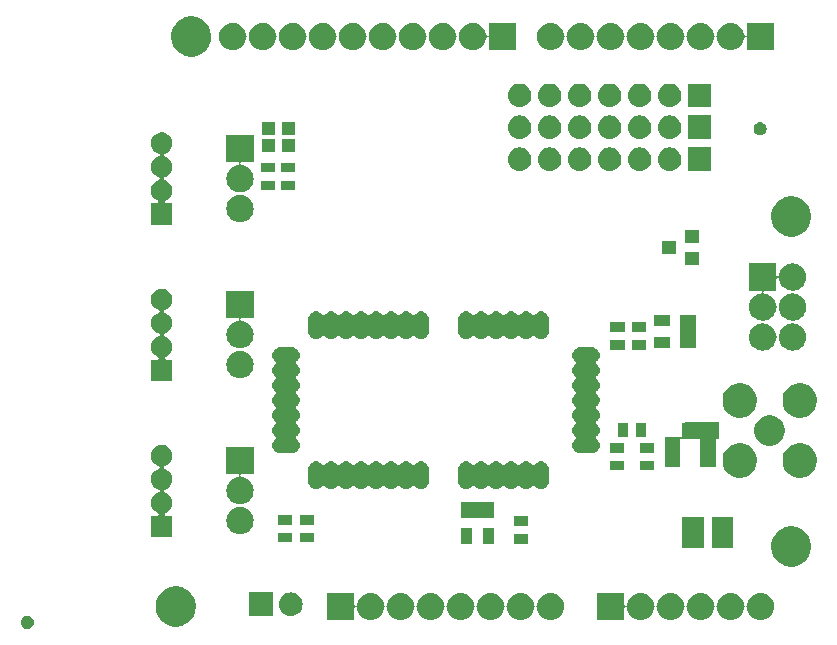
<source format=gts>
G04 #@! TF.GenerationSoftware,KiCad,Pcbnew,5.0.1-33cea8e~68~ubuntu16.04.1*
G04 #@! TF.CreationDate,2018-11-26T08:07:25+01:00*
G04 #@! TF.ProjectId,wize-shield,77697A652D736869656C642E6B696361,RevA*
G04 #@! TF.SameCoordinates,Original*
G04 #@! TF.FileFunction,Soldermask,Top*
G04 #@! TF.FilePolarity,Negative*
%FSLAX46Y46*%
G04 Gerber Fmt 4.6, Leading zero omitted, Abs format (unit mm)*
G04 Created by KiCad (PCBNEW 5.0.1-33cea8e~68~ubuntu16.04.1) date Mon 26 Nov 2018 08:07:25 AM CET*
%MOMM*%
%LPD*%
G01*
G04 APERTURE LIST*
%ADD10C,0.150000*%
G04 APERTURE END LIST*
D10*
G36*
X98001977Y-117645531D02*
X98080429Y-117661136D01*
X98180523Y-117702597D01*
X98270607Y-117762789D01*
X98347211Y-117839393D01*
X98347213Y-117839396D01*
X98407403Y-117929477D01*
X98448864Y-118029571D01*
X98470000Y-118135830D01*
X98470000Y-118244170D01*
X98448864Y-118350429D01*
X98407403Y-118450523D01*
X98347211Y-118540607D01*
X98270607Y-118617211D01*
X98270604Y-118617213D01*
X98180523Y-118677403D01*
X98080429Y-118718864D01*
X98009590Y-118732955D01*
X97974171Y-118740000D01*
X97865829Y-118740000D01*
X97830410Y-118732955D01*
X97759571Y-118718864D01*
X97659477Y-118677403D01*
X97569396Y-118617213D01*
X97569393Y-118617211D01*
X97492789Y-118540607D01*
X97432597Y-118450523D01*
X97391136Y-118350429D01*
X97370000Y-118244170D01*
X97370000Y-118135830D01*
X97391136Y-118029571D01*
X97432597Y-117929477D01*
X97492787Y-117839396D01*
X97492789Y-117839393D01*
X97569393Y-117762789D01*
X97659477Y-117702597D01*
X97759571Y-117661136D01*
X97838023Y-117645531D01*
X97865829Y-117640000D01*
X97974171Y-117640000D01*
X98001977Y-117645531D01*
X98001977Y-117645531D01*
G37*
G36*
X110876393Y-115193553D02*
X110985872Y-115215330D01*
X111295252Y-115343479D01*
X111573687Y-115529523D01*
X111810477Y-115766313D01*
X111996521Y-116044748D01*
X112124670Y-116354128D01*
X112124670Y-116354129D01*
X112190000Y-116682563D01*
X112190000Y-117017437D01*
X112150054Y-117218258D01*
X112124670Y-117345872D01*
X111996521Y-117655252D01*
X111810477Y-117933687D01*
X111573687Y-118170477D01*
X111295252Y-118356521D01*
X110985872Y-118484670D01*
X110876393Y-118506447D01*
X110657437Y-118550000D01*
X110322563Y-118550000D01*
X110103607Y-118506447D01*
X109994128Y-118484670D01*
X109684748Y-118356521D01*
X109406313Y-118170477D01*
X109169523Y-117933687D01*
X108983479Y-117655252D01*
X108855330Y-117345872D01*
X108829946Y-117218258D01*
X108790000Y-117017437D01*
X108790000Y-116682563D01*
X108855330Y-116354129D01*
X108855330Y-116354128D01*
X108983479Y-116044748D01*
X109169523Y-115766313D01*
X109406313Y-115529523D01*
X109684748Y-115343479D01*
X109994128Y-115215330D01*
X110103607Y-115193553D01*
X110322563Y-115150000D01*
X110657437Y-115150000D01*
X110876393Y-115193553D01*
X110876393Y-115193553D01*
G37*
G36*
X125610000Y-116675831D02*
X125612402Y-116700217D01*
X125619515Y-116723666D01*
X125631066Y-116745277D01*
X125646612Y-116764219D01*
X125665554Y-116779765D01*
X125687165Y-116791316D01*
X125710614Y-116798429D01*
X125735000Y-116800831D01*
X125759386Y-116798429D01*
X125782835Y-116791316D01*
X125804446Y-116779765D01*
X125823388Y-116764219D01*
X125838934Y-116745277D01*
X125850485Y-116723666D01*
X125857598Y-116700217D01*
X125859398Y-116688083D01*
X125866639Y-116614564D01*
X125912321Y-116463970D01*
X125932398Y-116397785D01*
X126039184Y-116198003D01*
X126182893Y-116022893D01*
X126358003Y-115879184D01*
X126557785Y-115772398D01*
X126774561Y-115706640D01*
X126774564Y-115706639D01*
X126943504Y-115690000D01*
X127056496Y-115690000D01*
X127225436Y-115706639D01*
X127225439Y-115706640D01*
X127442215Y-115772398D01*
X127641997Y-115879184D01*
X127817107Y-116022893D01*
X127960816Y-116198003D01*
X128067602Y-116397785D01*
X128087679Y-116463970D01*
X128133361Y-116614564D01*
X128145602Y-116738850D01*
X128150382Y-116762883D01*
X128159760Y-116785522D01*
X128173374Y-116805897D01*
X128190701Y-116823224D01*
X128211075Y-116836838D01*
X128218709Y-116840000D01*
X128211076Y-116843162D01*
X128190701Y-116856776D01*
X128173374Y-116874103D01*
X128159760Y-116894477D01*
X128150383Y-116917116D01*
X128145602Y-116941150D01*
X128133361Y-117065436D01*
X128133360Y-117065439D01*
X128067602Y-117282215D01*
X127960816Y-117481997D01*
X127817107Y-117657107D01*
X127641997Y-117800816D01*
X127442215Y-117907602D01*
X127356217Y-117933689D01*
X127225436Y-117973361D01*
X127056496Y-117990000D01*
X126943504Y-117990000D01*
X126774564Y-117973361D01*
X126643783Y-117933689D01*
X126557785Y-117907602D01*
X126358003Y-117800816D01*
X126182893Y-117657107D01*
X126039184Y-117481997D01*
X125932398Y-117282215D01*
X125866640Y-117065439D01*
X125866639Y-117065436D01*
X125859398Y-116991917D01*
X125854618Y-116967884D01*
X125845240Y-116945245D01*
X125831626Y-116924870D01*
X125814299Y-116907543D01*
X125793925Y-116893929D01*
X125771286Y-116884551D01*
X125747252Y-116879771D01*
X125722748Y-116879771D01*
X125698715Y-116884551D01*
X125676076Y-116893929D01*
X125655701Y-116907543D01*
X125638374Y-116924870D01*
X125624760Y-116945244D01*
X125615382Y-116967883D01*
X125610602Y-116991917D01*
X125610000Y-117004169D01*
X125610000Y-117990000D01*
X123310000Y-117990000D01*
X123310000Y-115690000D01*
X125610000Y-115690000D01*
X125610000Y-116675831D01*
X125610000Y-116675831D01*
G37*
G36*
X160245436Y-115706639D02*
X160245439Y-115706640D01*
X160462215Y-115772398D01*
X160661997Y-115879184D01*
X160837107Y-116022893D01*
X160980816Y-116198003D01*
X161087602Y-116397785D01*
X161107679Y-116463970D01*
X161153361Y-116614564D01*
X161175564Y-116840000D01*
X161153361Y-117065436D01*
X161153360Y-117065439D01*
X161087602Y-117282215D01*
X160980816Y-117481997D01*
X160837107Y-117657107D01*
X160661997Y-117800816D01*
X160462215Y-117907602D01*
X160376217Y-117933689D01*
X160245436Y-117973361D01*
X160076496Y-117990000D01*
X159963504Y-117990000D01*
X159794564Y-117973361D01*
X159663783Y-117933689D01*
X159577785Y-117907602D01*
X159378003Y-117800816D01*
X159202893Y-117657107D01*
X159059184Y-117481997D01*
X158952398Y-117282215D01*
X158886640Y-117065439D01*
X158886639Y-117065436D01*
X158874398Y-116941150D01*
X158869618Y-116917117D01*
X158860240Y-116894478D01*
X158846626Y-116874103D01*
X158829299Y-116856776D01*
X158808925Y-116843162D01*
X158801291Y-116840000D01*
X158808924Y-116836838D01*
X158829299Y-116823224D01*
X158846626Y-116805897D01*
X158860240Y-116785523D01*
X158869617Y-116762884D01*
X158874398Y-116738850D01*
X158886639Y-116614564D01*
X158932321Y-116463970D01*
X158952398Y-116397785D01*
X159059184Y-116198003D01*
X159202893Y-116022893D01*
X159378003Y-115879184D01*
X159577785Y-115772398D01*
X159794561Y-115706640D01*
X159794564Y-115706639D01*
X159963504Y-115690000D01*
X160076496Y-115690000D01*
X160245436Y-115706639D01*
X160245436Y-115706639D01*
G37*
G36*
X157705436Y-115706639D02*
X157705439Y-115706640D01*
X157922215Y-115772398D01*
X158121997Y-115879184D01*
X158297107Y-116022893D01*
X158440816Y-116198003D01*
X158547602Y-116397785D01*
X158567679Y-116463970D01*
X158613361Y-116614564D01*
X158625602Y-116738850D01*
X158630382Y-116762883D01*
X158639760Y-116785522D01*
X158653374Y-116805897D01*
X158670701Y-116823224D01*
X158691075Y-116836838D01*
X158698709Y-116840000D01*
X158691076Y-116843162D01*
X158670701Y-116856776D01*
X158653374Y-116874103D01*
X158639760Y-116894477D01*
X158630383Y-116917116D01*
X158625602Y-116941150D01*
X158613361Y-117065436D01*
X158613360Y-117065439D01*
X158547602Y-117282215D01*
X158440816Y-117481997D01*
X158297107Y-117657107D01*
X158121997Y-117800816D01*
X157922215Y-117907602D01*
X157836217Y-117933689D01*
X157705436Y-117973361D01*
X157536496Y-117990000D01*
X157423504Y-117990000D01*
X157254564Y-117973361D01*
X157123783Y-117933689D01*
X157037785Y-117907602D01*
X156838003Y-117800816D01*
X156662893Y-117657107D01*
X156519184Y-117481997D01*
X156412398Y-117282215D01*
X156346640Y-117065439D01*
X156346639Y-117065436D01*
X156334398Y-116941150D01*
X156329618Y-116917117D01*
X156320240Y-116894478D01*
X156306626Y-116874103D01*
X156289299Y-116856776D01*
X156268925Y-116843162D01*
X156261291Y-116840000D01*
X156268924Y-116836838D01*
X156289299Y-116823224D01*
X156306626Y-116805897D01*
X156320240Y-116785523D01*
X156329617Y-116762884D01*
X156334398Y-116738850D01*
X156346639Y-116614564D01*
X156392321Y-116463970D01*
X156412398Y-116397785D01*
X156519184Y-116198003D01*
X156662893Y-116022893D01*
X156838003Y-115879184D01*
X157037785Y-115772398D01*
X157254561Y-115706640D01*
X157254564Y-115706639D01*
X157423504Y-115690000D01*
X157536496Y-115690000D01*
X157705436Y-115706639D01*
X157705436Y-115706639D01*
G37*
G36*
X155165436Y-115706639D02*
X155165439Y-115706640D01*
X155382215Y-115772398D01*
X155581997Y-115879184D01*
X155757107Y-116022893D01*
X155900816Y-116198003D01*
X156007602Y-116397785D01*
X156027679Y-116463970D01*
X156073361Y-116614564D01*
X156085602Y-116738850D01*
X156090382Y-116762883D01*
X156099760Y-116785522D01*
X156113374Y-116805897D01*
X156130701Y-116823224D01*
X156151075Y-116836838D01*
X156158709Y-116840000D01*
X156151076Y-116843162D01*
X156130701Y-116856776D01*
X156113374Y-116874103D01*
X156099760Y-116894477D01*
X156090383Y-116917116D01*
X156085602Y-116941150D01*
X156073361Y-117065436D01*
X156073360Y-117065439D01*
X156007602Y-117282215D01*
X155900816Y-117481997D01*
X155757107Y-117657107D01*
X155581997Y-117800816D01*
X155382215Y-117907602D01*
X155296217Y-117933689D01*
X155165436Y-117973361D01*
X154996496Y-117990000D01*
X154883504Y-117990000D01*
X154714564Y-117973361D01*
X154583783Y-117933689D01*
X154497785Y-117907602D01*
X154298003Y-117800816D01*
X154122893Y-117657107D01*
X153979184Y-117481997D01*
X153872398Y-117282215D01*
X153806640Y-117065439D01*
X153806639Y-117065436D01*
X153794398Y-116941150D01*
X153789618Y-116917117D01*
X153780240Y-116894478D01*
X153766626Y-116874103D01*
X153749299Y-116856776D01*
X153728925Y-116843162D01*
X153721291Y-116840000D01*
X153728924Y-116836838D01*
X153749299Y-116823224D01*
X153766626Y-116805897D01*
X153780240Y-116785523D01*
X153789617Y-116762884D01*
X153794398Y-116738850D01*
X153806639Y-116614564D01*
X153852321Y-116463970D01*
X153872398Y-116397785D01*
X153979184Y-116198003D01*
X154122893Y-116022893D01*
X154298003Y-115879184D01*
X154497785Y-115772398D01*
X154714561Y-115706640D01*
X154714564Y-115706639D01*
X154883504Y-115690000D01*
X154996496Y-115690000D01*
X155165436Y-115706639D01*
X155165436Y-115706639D01*
G37*
G36*
X152625436Y-115706639D02*
X152625439Y-115706640D01*
X152842215Y-115772398D01*
X153041997Y-115879184D01*
X153217107Y-116022893D01*
X153360816Y-116198003D01*
X153467602Y-116397785D01*
X153487679Y-116463970D01*
X153533361Y-116614564D01*
X153545602Y-116738850D01*
X153550382Y-116762883D01*
X153559760Y-116785522D01*
X153573374Y-116805897D01*
X153590701Y-116823224D01*
X153611075Y-116836838D01*
X153618709Y-116840000D01*
X153611076Y-116843162D01*
X153590701Y-116856776D01*
X153573374Y-116874103D01*
X153559760Y-116894477D01*
X153550383Y-116917116D01*
X153545602Y-116941150D01*
X153533361Y-117065436D01*
X153533360Y-117065439D01*
X153467602Y-117282215D01*
X153360816Y-117481997D01*
X153217107Y-117657107D01*
X153041997Y-117800816D01*
X152842215Y-117907602D01*
X152756217Y-117933689D01*
X152625436Y-117973361D01*
X152456496Y-117990000D01*
X152343504Y-117990000D01*
X152174564Y-117973361D01*
X152043783Y-117933689D01*
X151957785Y-117907602D01*
X151758003Y-117800816D01*
X151582893Y-117657107D01*
X151439184Y-117481997D01*
X151332398Y-117282215D01*
X151266640Y-117065439D01*
X151266639Y-117065436D01*
X151254398Y-116941150D01*
X151249618Y-116917117D01*
X151240240Y-116894478D01*
X151226626Y-116874103D01*
X151209299Y-116856776D01*
X151188925Y-116843162D01*
X151181291Y-116840000D01*
X151188924Y-116836838D01*
X151209299Y-116823224D01*
X151226626Y-116805897D01*
X151240240Y-116785523D01*
X151249617Y-116762884D01*
X151254398Y-116738850D01*
X151266639Y-116614564D01*
X151312321Y-116463970D01*
X151332398Y-116397785D01*
X151439184Y-116198003D01*
X151582893Y-116022893D01*
X151758003Y-115879184D01*
X151957785Y-115772398D01*
X152174561Y-115706640D01*
X152174564Y-115706639D01*
X152343504Y-115690000D01*
X152456496Y-115690000D01*
X152625436Y-115706639D01*
X152625436Y-115706639D01*
G37*
G36*
X148470000Y-116675831D02*
X148472402Y-116700217D01*
X148479515Y-116723666D01*
X148491066Y-116745277D01*
X148506612Y-116764219D01*
X148525554Y-116779765D01*
X148547165Y-116791316D01*
X148570614Y-116798429D01*
X148595000Y-116800831D01*
X148619386Y-116798429D01*
X148642835Y-116791316D01*
X148664446Y-116779765D01*
X148683388Y-116764219D01*
X148698934Y-116745277D01*
X148710485Y-116723666D01*
X148717598Y-116700217D01*
X148719398Y-116688083D01*
X148726639Y-116614564D01*
X148772321Y-116463970D01*
X148792398Y-116397785D01*
X148899184Y-116198003D01*
X149042893Y-116022893D01*
X149218003Y-115879184D01*
X149417785Y-115772398D01*
X149634561Y-115706640D01*
X149634564Y-115706639D01*
X149803504Y-115690000D01*
X149916496Y-115690000D01*
X150085436Y-115706639D01*
X150085439Y-115706640D01*
X150302215Y-115772398D01*
X150501997Y-115879184D01*
X150677107Y-116022893D01*
X150820816Y-116198003D01*
X150927602Y-116397785D01*
X150947679Y-116463970D01*
X150993361Y-116614564D01*
X151005602Y-116738850D01*
X151010382Y-116762883D01*
X151019760Y-116785522D01*
X151033374Y-116805897D01*
X151050701Y-116823224D01*
X151071075Y-116836838D01*
X151078709Y-116840000D01*
X151071076Y-116843162D01*
X151050701Y-116856776D01*
X151033374Y-116874103D01*
X151019760Y-116894477D01*
X151010383Y-116917116D01*
X151005602Y-116941150D01*
X150993361Y-117065436D01*
X150993360Y-117065439D01*
X150927602Y-117282215D01*
X150820816Y-117481997D01*
X150677107Y-117657107D01*
X150501997Y-117800816D01*
X150302215Y-117907602D01*
X150216217Y-117933689D01*
X150085436Y-117973361D01*
X149916496Y-117990000D01*
X149803504Y-117990000D01*
X149634564Y-117973361D01*
X149503783Y-117933689D01*
X149417785Y-117907602D01*
X149218003Y-117800816D01*
X149042893Y-117657107D01*
X148899184Y-117481997D01*
X148792398Y-117282215D01*
X148726640Y-117065439D01*
X148726639Y-117065436D01*
X148719398Y-116991917D01*
X148714618Y-116967884D01*
X148705240Y-116945245D01*
X148691626Y-116924870D01*
X148674299Y-116907543D01*
X148653925Y-116893929D01*
X148631286Y-116884551D01*
X148607252Y-116879771D01*
X148582748Y-116879771D01*
X148558715Y-116884551D01*
X148536076Y-116893929D01*
X148515701Y-116907543D01*
X148498374Y-116924870D01*
X148484760Y-116945244D01*
X148475382Y-116967883D01*
X148470602Y-116991917D01*
X148470000Y-117004169D01*
X148470000Y-117990000D01*
X146170000Y-117990000D01*
X146170000Y-115690000D01*
X148470000Y-115690000D01*
X148470000Y-116675831D01*
X148470000Y-116675831D01*
G37*
G36*
X129765436Y-115706639D02*
X129765439Y-115706640D01*
X129982215Y-115772398D01*
X130181997Y-115879184D01*
X130357107Y-116022893D01*
X130500816Y-116198003D01*
X130607602Y-116397785D01*
X130627679Y-116463970D01*
X130673361Y-116614564D01*
X130685602Y-116738850D01*
X130690382Y-116762883D01*
X130699760Y-116785522D01*
X130713374Y-116805897D01*
X130730701Y-116823224D01*
X130751075Y-116836838D01*
X130758709Y-116840000D01*
X130751076Y-116843162D01*
X130730701Y-116856776D01*
X130713374Y-116874103D01*
X130699760Y-116894477D01*
X130690383Y-116917116D01*
X130685602Y-116941150D01*
X130673361Y-117065436D01*
X130673360Y-117065439D01*
X130607602Y-117282215D01*
X130500816Y-117481997D01*
X130357107Y-117657107D01*
X130181997Y-117800816D01*
X129982215Y-117907602D01*
X129896217Y-117933689D01*
X129765436Y-117973361D01*
X129596496Y-117990000D01*
X129483504Y-117990000D01*
X129314564Y-117973361D01*
X129183783Y-117933689D01*
X129097785Y-117907602D01*
X128898003Y-117800816D01*
X128722893Y-117657107D01*
X128579184Y-117481997D01*
X128472398Y-117282215D01*
X128406640Y-117065439D01*
X128406639Y-117065436D01*
X128394398Y-116941150D01*
X128389618Y-116917117D01*
X128380240Y-116894478D01*
X128366626Y-116874103D01*
X128349299Y-116856776D01*
X128328925Y-116843162D01*
X128321291Y-116840000D01*
X128328924Y-116836838D01*
X128349299Y-116823224D01*
X128366626Y-116805897D01*
X128380240Y-116785523D01*
X128389617Y-116762884D01*
X128394398Y-116738850D01*
X128406639Y-116614564D01*
X128452321Y-116463970D01*
X128472398Y-116397785D01*
X128579184Y-116198003D01*
X128722893Y-116022893D01*
X128898003Y-115879184D01*
X129097785Y-115772398D01*
X129314561Y-115706640D01*
X129314564Y-115706639D01*
X129483504Y-115690000D01*
X129596496Y-115690000D01*
X129765436Y-115706639D01*
X129765436Y-115706639D01*
G37*
G36*
X142465436Y-115706639D02*
X142465439Y-115706640D01*
X142682215Y-115772398D01*
X142881997Y-115879184D01*
X143057107Y-116022893D01*
X143200816Y-116198003D01*
X143307602Y-116397785D01*
X143327679Y-116463970D01*
X143373361Y-116614564D01*
X143395564Y-116840000D01*
X143373361Y-117065436D01*
X143373360Y-117065439D01*
X143307602Y-117282215D01*
X143200816Y-117481997D01*
X143057107Y-117657107D01*
X142881997Y-117800816D01*
X142682215Y-117907602D01*
X142596217Y-117933689D01*
X142465436Y-117973361D01*
X142296496Y-117990000D01*
X142183504Y-117990000D01*
X142014564Y-117973361D01*
X141883783Y-117933689D01*
X141797785Y-117907602D01*
X141598003Y-117800816D01*
X141422893Y-117657107D01*
X141279184Y-117481997D01*
X141172398Y-117282215D01*
X141106640Y-117065439D01*
X141106639Y-117065436D01*
X141094398Y-116941150D01*
X141089618Y-116917117D01*
X141080240Y-116894478D01*
X141066626Y-116874103D01*
X141049299Y-116856776D01*
X141028925Y-116843162D01*
X141021291Y-116840000D01*
X141028924Y-116836838D01*
X141049299Y-116823224D01*
X141066626Y-116805897D01*
X141080240Y-116785523D01*
X141089617Y-116762884D01*
X141094398Y-116738850D01*
X141106639Y-116614564D01*
X141152321Y-116463970D01*
X141172398Y-116397785D01*
X141279184Y-116198003D01*
X141422893Y-116022893D01*
X141598003Y-115879184D01*
X141797785Y-115772398D01*
X142014561Y-115706640D01*
X142014564Y-115706639D01*
X142183504Y-115690000D01*
X142296496Y-115690000D01*
X142465436Y-115706639D01*
X142465436Y-115706639D01*
G37*
G36*
X139925436Y-115706639D02*
X139925439Y-115706640D01*
X140142215Y-115772398D01*
X140341997Y-115879184D01*
X140517107Y-116022893D01*
X140660816Y-116198003D01*
X140767602Y-116397785D01*
X140787679Y-116463970D01*
X140833361Y-116614564D01*
X140845602Y-116738850D01*
X140850382Y-116762883D01*
X140859760Y-116785522D01*
X140873374Y-116805897D01*
X140890701Y-116823224D01*
X140911075Y-116836838D01*
X140918709Y-116840000D01*
X140911076Y-116843162D01*
X140890701Y-116856776D01*
X140873374Y-116874103D01*
X140859760Y-116894477D01*
X140850383Y-116917116D01*
X140845602Y-116941150D01*
X140833361Y-117065436D01*
X140833360Y-117065439D01*
X140767602Y-117282215D01*
X140660816Y-117481997D01*
X140517107Y-117657107D01*
X140341997Y-117800816D01*
X140142215Y-117907602D01*
X140056217Y-117933689D01*
X139925436Y-117973361D01*
X139756496Y-117990000D01*
X139643504Y-117990000D01*
X139474564Y-117973361D01*
X139343783Y-117933689D01*
X139257785Y-117907602D01*
X139058003Y-117800816D01*
X138882893Y-117657107D01*
X138739184Y-117481997D01*
X138632398Y-117282215D01*
X138566640Y-117065439D01*
X138566639Y-117065436D01*
X138554398Y-116941150D01*
X138549618Y-116917117D01*
X138540240Y-116894478D01*
X138526626Y-116874103D01*
X138509299Y-116856776D01*
X138488925Y-116843162D01*
X138481291Y-116840000D01*
X138488924Y-116836838D01*
X138509299Y-116823224D01*
X138526626Y-116805897D01*
X138540240Y-116785523D01*
X138549617Y-116762884D01*
X138554398Y-116738850D01*
X138566639Y-116614564D01*
X138612321Y-116463970D01*
X138632398Y-116397785D01*
X138739184Y-116198003D01*
X138882893Y-116022893D01*
X139058003Y-115879184D01*
X139257785Y-115772398D01*
X139474561Y-115706640D01*
X139474564Y-115706639D01*
X139643504Y-115690000D01*
X139756496Y-115690000D01*
X139925436Y-115706639D01*
X139925436Y-115706639D01*
G37*
G36*
X137385436Y-115706639D02*
X137385439Y-115706640D01*
X137602215Y-115772398D01*
X137801997Y-115879184D01*
X137977107Y-116022893D01*
X138120816Y-116198003D01*
X138227602Y-116397785D01*
X138247679Y-116463970D01*
X138293361Y-116614564D01*
X138305602Y-116738850D01*
X138310382Y-116762883D01*
X138319760Y-116785522D01*
X138333374Y-116805897D01*
X138350701Y-116823224D01*
X138371075Y-116836838D01*
X138378709Y-116840000D01*
X138371076Y-116843162D01*
X138350701Y-116856776D01*
X138333374Y-116874103D01*
X138319760Y-116894477D01*
X138310383Y-116917116D01*
X138305602Y-116941150D01*
X138293361Y-117065436D01*
X138293360Y-117065439D01*
X138227602Y-117282215D01*
X138120816Y-117481997D01*
X137977107Y-117657107D01*
X137801997Y-117800816D01*
X137602215Y-117907602D01*
X137516217Y-117933689D01*
X137385436Y-117973361D01*
X137216496Y-117990000D01*
X137103504Y-117990000D01*
X136934564Y-117973361D01*
X136803783Y-117933689D01*
X136717785Y-117907602D01*
X136518003Y-117800816D01*
X136342893Y-117657107D01*
X136199184Y-117481997D01*
X136092398Y-117282215D01*
X136026640Y-117065439D01*
X136026639Y-117065436D01*
X136014398Y-116941150D01*
X136009618Y-116917117D01*
X136000240Y-116894478D01*
X135986626Y-116874103D01*
X135969299Y-116856776D01*
X135948925Y-116843162D01*
X135941291Y-116840000D01*
X135948924Y-116836838D01*
X135969299Y-116823224D01*
X135986626Y-116805897D01*
X136000240Y-116785523D01*
X136009617Y-116762884D01*
X136014398Y-116738850D01*
X136026639Y-116614564D01*
X136072321Y-116463970D01*
X136092398Y-116397785D01*
X136199184Y-116198003D01*
X136342893Y-116022893D01*
X136518003Y-115879184D01*
X136717785Y-115772398D01*
X136934561Y-115706640D01*
X136934564Y-115706639D01*
X137103504Y-115690000D01*
X137216496Y-115690000D01*
X137385436Y-115706639D01*
X137385436Y-115706639D01*
G37*
G36*
X134845436Y-115706639D02*
X134845439Y-115706640D01*
X135062215Y-115772398D01*
X135261997Y-115879184D01*
X135437107Y-116022893D01*
X135580816Y-116198003D01*
X135687602Y-116397785D01*
X135707679Y-116463970D01*
X135753361Y-116614564D01*
X135765602Y-116738850D01*
X135770382Y-116762883D01*
X135779760Y-116785522D01*
X135793374Y-116805897D01*
X135810701Y-116823224D01*
X135831075Y-116836838D01*
X135838709Y-116840000D01*
X135831076Y-116843162D01*
X135810701Y-116856776D01*
X135793374Y-116874103D01*
X135779760Y-116894477D01*
X135770383Y-116917116D01*
X135765602Y-116941150D01*
X135753361Y-117065436D01*
X135753360Y-117065439D01*
X135687602Y-117282215D01*
X135580816Y-117481997D01*
X135437107Y-117657107D01*
X135261997Y-117800816D01*
X135062215Y-117907602D01*
X134976217Y-117933689D01*
X134845436Y-117973361D01*
X134676496Y-117990000D01*
X134563504Y-117990000D01*
X134394564Y-117973361D01*
X134263783Y-117933689D01*
X134177785Y-117907602D01*
X133978003Y-117800816D01*
X133802893Y-117657107D01*
X133659184Y-117481997D01*
X133552398Y-117282215D01*
X133486640Y-117065439D01*
X133486639Y-117065436D01*
X133474398Y-116941150D01*
X133469618Y-116917117D01*
X133460240Y-116894478D01*
X133446626Y-116874103D01*
X133429299Y-116856776D01*
X133408925Y-116843162D01*
X133401291Y-116840000D01*
X133408924Y-116836838D01*
X133429299Y-116823224D01*
X133446626Y-116805897D01*
X133460240Y-116785523D01*
X133469617Y-116762884D01*
X133474398Y-116738850D01*
X133486639Y-116614564D01*
X133532321Y-116463970D01*
X133552398Y-116397785D01*
X133659184Y-116198003D01*
X133802893Y-116022893D01*
X133978003Y-115879184D01*
X134177785Y-115772398D01*
X134394561Y-115706640D01*
X134394564Y-115706639D01*
X134563504Y-115690000D01*
X134676496Y-115690000D01*
X134845436Y-115706639D01*
X134845436Y-115706639D01*
G37*
G36*
X132305436Y-115706639D02*
X132305439Y-115706640D01*
X132522215Y-115772398D01*
X132721997Y-115879184D01*
X132897107Y-116022893D01*
X133040816Y-116198003D01*
X133147602Y-116397785D01*
X133167679Y-116463970D01*
X133213361Y-116614564D01*
X133225602Y-116738850D01*
X133230382Y-116762883D01*
X133239760Y-116785522D01*
X133253374Y-116805897D01*
X133270701Y-116823224D01*
X133291075Y-116836838D01*
X133298709Y-116840000D01*
X133291076Y-116843162D01*
X133270701Y-116856776D01*
X133253374Y-116874103D01*
X133239760Y-116894477D01*
X133230383Y-116917116D01*
X133225602Y-116941150D01*
X133213361Y-117065436D01*
X133213360Y-117065439D01*
X133147602Y-117282215D01*
X133040816Y-117481997D01*
X132897107Y-117657107D01*
X132721997Y-117800816D01*
X132522215Y-117907602D01*
X132436217Y-117933689D01*
X132305436Y-117973361D01*
X132136496Y-117990000D01*
X132023504Y-117990000D01*
X131854564Y-117973361D01*
X131723783Y-117933689D01*
X131637785Y-117907602D01*
X131438003Y-117800816D01*
X131262893Y-117657107D01*
X131119184Y-117481997D01*
X131012398Y-117282215D01*
X130946640Y-117065439D01*
X130946639Y-117065436D01*
X130934398Y-116941150D01*
X130929618Y-116917117D01*
X130920240Y-116894478D01*
X130906626Y-116874103D01*
X130889299Y-116856776D01*
X130868925Y-116843162D01*
X130861291Y-116840000D01*
X130868924Y-116836838D01*
X130889299Y-116823224D01*
X130906626Y-116805897D01*
X130920240Y-116785523D01*
X130929617Y-116762884D01*
X130934398Y-116738850D01*
X130946639Y-116614564D01*
X130992321Y-116463970D01*
X131012398Y-116397785D01*
X131119184Y-116198003D01*
X131262893Y-116022893D01*
X131438003Y-115879184D01*
X131637785Y-115772398D01*
X131854561Y-115706640D01*
X131854564Y-115706639D01*
X132023504Y-115690000D01*
X132136496Y-115690000D01*
X132305436Y-115706639D01*
X132305436Y-115706639D01*
G37*
G36*
X120426030Y-115674469D02*
X120426033Y-115674470D01*
X120426034Y-115674470D01*
X120614535Y-115731651D01*
X120614537Y-115731652D01*
X120788260Y-115824509D01*
X120940528Y-115949472D01*
X121065491Y-116101740D01*
X121065492Y-116101742D01*
X121158349Y-116275465D01*
X121195454Y-116397785D01*
X121215531Y-116463970D01*
X121234838Y-116660000D01*
X121215531Y-116856030D01*
X121215530Y-116856033D01*
X121215530Y-116856034D01*
X121166570Y-117017435D01*
X121158348Y-117044537D01*
X121065491Y-117218260D01*
X120940528Y-117370528D01*
X120788260Y-117495491D01*
X120788258Y-117495492D01*
X120614535Y-117588349D01*
X120426034Y-117645530D01*
X120426033Y-117645530D01*
X120426030Y-117645531D01*
X120279124Y-117660000D01*
X120180876Y-117660000D01*
X120033970Y-117645531D01*
X120033967Y-117645530D01*
X120033966Y-117645530D01*
X119845465Y-117588349D01*
X119671742Y-117495492D01*
X119671740Y-117495491D01*
X119519472Y-117370528D01*
X119394509Y-117218260D01*
X119301652Y-117044537D01*
X119293431Y-117017435D01*
X119244470Y-116856034D01*
X119244470Y-116856033D01*
X119244469Y-116856030D01*
X119225162Y-116660000D01*
X119244469Y-116463970D01*
X119264546Y-116397785D01*
X119301651Y-116275465D01*
X119394508Y-116101742D01*
X119394509Y-116101740D01*
X119519472Y-115949472D01*
X119671740Y-115824509D01*
X119845463Y-115731652D01*
X119845465Y-115731651D01*
X120033966Y-115674470D01*
X120033967Y-115674470D01*
X120033970Y-115674469D01*
X120180876Y-115660000D01*
X120279124Y-115660000D01*
X120426030Y-115674469D01*
X120426030Y-115674469D01*
G37*
G36*
X118690000Y-117660000D02*
X116690000Y-117660000D01*
X116690000Y-115660000D01*
X118690000Y-115660000D01*
X118690000Y-117660000D01*
X118690000Y-117660000D01*
G37*
G36*
X162976393Y-110113553D02*
X163085872Y-110135330D01*
X163395252Y-110263479D01*
X163673687Y-110449523D01*
X163910477Y-110686313D01*
X164096521Y-110964748D01*
X164224670Y-111274128D01*
X164224670Y-111274129D01*
X164281534Y-111560000D01*
X164290000Y-111602565D01*
X164290000Y-111937435D01*
X164224670Y-112265872D01*
X164096521Y-112575252D01*
X163910477Y-112853687D01*
X163673687Y-113090477D01*
X163395252Y-113276521D01*
X163085872Y-113404670D01*
X162976393Y-113426447D01*
X162757437Y-113470000D01*
X162422563Y-113470000D01*
X162203607Y-113426447D01*
X162094128Y-113404670D01*
X161784748Y-113276521D01*
X161506313Y-113090477D01*
X161269523Y-112853687D01*
X161083479Y-112575252D01*
X160955330Y-112265872D01*
X160890000Y-111937435D01*
X160890000Y-111602565D01*
X160898467Y-111560000D01*
X160955330Y-111274129D01*
X160955330Y-111274128D01*
X161083479Y-110964748D01*
X161269523Y-110686313D01*
X161506313Y-110449523D01*
X161784748Y-110263479D01*
X162094128Y-110135330D01*
X162203607Y-110113553D01*
X162422563Y-110070000D01*
X162757437Y-110070000D01*
X162976393Y-110113553D01*
X162976393Y-110113553D01*
G37*
G36*
X155180000Y-111920000D02*
X153380000Y-111920000D01*
X153380000Y-109320000D01*
X155180000Y-109320000D01*
X155180000Y-111920000D01*
X155180000Y-111920000D01*
G37*
G36*
X157680000Y-111920000D02*
X155880000Y-111920000D01*
X155880000Y-109320000D01*
X157680000Y-109320000D01*
X157680000Y-111920000D01*
X157680000Y-111920000D01*
G37*
G36*
X137445000Y-111560000D02*
X136495000Y-111560000D01*
X136495000Y-110200000D01*
X137445000Y-110200000D01*
X137445000Y-111560000D01*
X137445000Y-111560000D01*
G37*
G36*
X135545000Y-111560000D02*
X134595000Y-111560000D01*
X134595000Y-110200000D01*
X135545000Y-110200000D01*
X135545000Y-111560000D01*
X135545000Y-111560000D01*
G37*
G36*
X140320000Y-111530000D02*
X139120000Y-111530000D01*
X139120000Y-110730000D01*
X140320000Y-110730000D01*
X140320000Y-111530000D01*
X140320000Y-111530000D01*
G37*
G36*
X122220000Y-111430000D02*
X121020000Y-111430000D01*
X121020000Y-110630000D01*
X122220000Y-110630000D01*
X122220000Y-111430000D01*
X122220000Y-111430000D01*
G37*
G36*
X120320000Y-111430000D02*
X119120000Y-111430000D01*
X119120000Y-110630000D01*
X120320000Y-110630000D01*
X120320000Y-111430000D01*
X120320000Y-111430000D01*
G37*
G36*
X109556021Y-103203047D02*
X109721993Y-103271795D01*
X109871369Y-103371605D01*
X109998395Y-103498631D01*
X110098205Y-103648007D01*
X110166953Y-103813979D01*
X110202000Y-103990174D01*
X110202000Y-104169826D01*
X110166953Y-104346021D01*
X110098205Y-104511993D01*
X109998395Y-104661369D01*
X109871369Y-104788395D01*
X109721993Y-104888205D01*
X109662260Y-104912947D01*
X109556021Y-104956953D01*
X109553762Y-104957402D01*
X109530314Y-104964515D01*
X109508703Y-104976066D01*
X109489761Y-104991612D01*
X109474215Y-105010554D01*
X109462664Y-105032164D01*
X109455551Y-105055614D01*
X109453149Y-105080000D01*
X109455551Y-105104386D01*
X109462664Y-105127835D01*
X109474215Y-105149446D01*
X109489761Y-105168388D01*
X109508703Y-105183934D01*
X109530313Y-105195485D01*
X109553762Y-105202598D01*
X109556021Y-105203047D01*
X109624769Y-105231524D01*
X109721993Y-105271795D01*
X109871369Y-105371605D01*
X109998395Y-105498631D01*
X110098205Y-105648007D01*
X110166953Y-105813979D01*
X110202000Y-105990174D01*
X110202000Y-106169826D01*
X110166953Y-106346021D01*
X110098205Y-106511993D01*
X109998395Y-106661369D01*
X109871369Y-106788395D01*
X109721993Y-106888205D01*
X109624769Y-106928476D01*
X109556021Y-106956953D01*
X109553762Y-106957402D01*
X109530314Y-106964515D01*
X109508703Y-106976066D01*
X109489761Y-106991612D01*
X109474215Y-107010554D01*
X109462664Y-107032164D01*
X109455551Y-107055614D01*
X109453149Y-107080000D01*
X109455551Y-107104386D01*
X109462664Y-107127835D01*
X109474215Y-107149446D01*
X109489761Y-107168388D01*
X109508703Y-107183934D01*
X109530313Y-107195485D01*
X109553762Y-107202598D01*
X109556021Y-107203047D01*
X109624769Y-107231524D01*
X109721993Y-107271795D01*
X109871369Y-107371605D01*
X109998395Y-107498631D01*
X110098205Y-107648007D01*
X110166953Y-107813979D01*
X110202000Y-107990174D01*
X110202000Y-108169826D01*
X110166953Y-108346021D01*
X110098205Y-108511993D01*
X109998395Y-108661369D01*
X109871369Y-108788395D01*
X109721993Y-108888205D01*
X109627090Y-108927515D01*
X109605479Y-108939066D01*
X109586537Y-108954612D01*
X109570991Y-108973554D01*
X109559440Y-108995164D01*
X109552327Y-109018614D01*
X109549925Y-109043000D01*
X109552327Y-109067386D01*
X109559440Y-109090835D01*
X109570991Y-109112446D01*
X109586537Y-109131388D01*
X109605479Y-109146934D01*
X109627089Y-109158485D01*
X109650539Y-109165598D01*
X109674925Y-109168000D01*
X110202000Y-109168000D01*
X110202000Y-110992000D01*
X108378000Y-110992000D01*
X108378000Y-109168000D01*
X108905075Y-109168000D01*
X108929461Y-109165598D01*
X108952910Y-109158485D01*
X108974521Y-109146934D01*
X108993463Y-109131388D01*
X109009009Y-109112446D01*
X109020560Y-109090835D01*
X109027673Y-109067386D01*
X109030075Y-109043000D01*
X109027673Y-109018614D01*
X109020560Y-108995165D01*
X109009009Y-108973554D01*
X108993463Y-108954612D01*
X108974521Y-108939066D01*
X108952910Y-108927515D01*
X108858007Y-108888205D01*
X108708631Y-108788395D01*
X108581605Y-108661369D01*
X108481795Y-108511993D01*
X108413047Y-108346021D01*
X108378000Y-108169826D01*
X108378000Y-107990174D01*
X108413047Y-107813979D01*
X108481795Y-107648007D01*
X108581605Y-107498631D01*
X108708631Y-107371605D01*
X108858007Y-107271795D01*
X108955231Y-107231524D01*
X109023979Y-107203047D01*
X109026238Y-107202598D01*
X109049686Y-107195485D01*
X109071297Y-107183934D01*
X109090239Y-107168388D01*
X109105785Y-107149446D01*
X109117336Y-107127836D01*
X109124449Y-107104386D01*
X109126851Y-107080000D01*
X109124449Y-107055614D01*
X109117336Y-107032165D01*
X109105785Y-107010554D01*
X109090239Y-106991612D01*
X109071297Y-106976066D01*
X109049687Y-106964515D01*
X109026238Y-106957402D01*
X109023979Y-106956953D01*
X108955231Y-106928476D01*
X108858007Y-106888205D01*
X108708631Y-106788395D01*
X108581605Y-106661369D01*
X108481795Y-106511993D01*
X108413047Y-106346021D01*
X108378000Y-106169826D01*
X108378000Y-105990174D01*
X108413047Y-105813979D01*
X108481795Y-105648007D01*
X108581605Y-105498631D01*
X108708631Y-105371605D01*
X108858007Y-105271795D01*
X108955231Y-105231524D01*
X109023979Y-105203047D01*
X109026238Y-105202598D01*
X109049686Y-105195485D01*
X109071297Y-105183934D01*
X109090239Y-105168388D01*
X109105785Y-105149446D01*
X109117336Y-105127836D01*
X109124449Y-105104386D01*
X109126851Y-105080000D01*
X109124449Y-105055614D01*
X109117336Y-105032165D01*
X109105785Y-105010554D01*
X109090239Y-104991612D01*
X109071297Y-104976066D01*
X109049687Y-104964515D01*
X109026238Y-104957402D01*
X109023979Y-104956953D01*
X108917740Y-104912947D01*
X108858007Y-104888205D01*
X108708631Y-104788395D01*
X108581605Y-104661369D01*
X108481795Y-104511993D01*
X108413047Y-104346021D01*
X108378000Y-104169826D01*
X108378000Y-103990174D01*
X108413047Y-103813979D01*
X108481795Y-103648007D01*
X108581605Y-103498631D01*
X108708631Y-103371605D01*
X108858007Y-103271795D01*
X109023979Y-103203047D01*
X109200174Y-103168000D01*
X109379826Y-103168000D01*
X109556021Y-103203047D01*
X109556021Y-103203047D01*
G37*
G36*
X115923162Y-108348924D02*
X115936776Y-108369299D01*
X115954103Y-108386626D01*
X115974477Y-108400240D01*
X115997116Y-108409617D01*
X116021150Y-108414398D01*
X116145436Y-108426639D01*
X116145439Y-108426640D01*
X116362215Y-108492398D01*
X116561997Y-108599184D01*
X116737107Y-108742893D01*
X116880816Y-108918003D01*
X116922060Y-108995165D01*
X116987601Y-109117783D01*
X117053361Y-109334564D01*
X117075564Y-109560000D01*
X117053361Y-109785436D01*
X117053360Y-109785439D01*
X116987602Y-110002215D01*
X116880816Y-110201997D01*
X116737107Y-110377107D01*
X116561997Y-110520816D01*
X116362215Y-110627602D01*
X116185791Y-110681119D01*
X116145436Y-110693361D01*
X115976496Y-110710000D01*
X115863504Y-110710000D01*
X115694564Y-110693361D01*
X115654209Y-110681119D01*
X115477785Y-110627602D01*
X115278003Y-110520816D01*
X115102893Y-110377107D01*
X114959184Y-110201997D01*
X114852398Y-110002215D01*
X114786640Y-109785439D01*
X114786639Y-109785436D01*
X114764436Y-109560000D01*
X114786639Y-109334564D01*
X114852399Y-109117783D01*
X114917940Y-108995165D01*
X114959184Y-108918003D01*
X115102893Y-108742893D01*
X115278003Y-108599184D01*
X115477785Y-108492398D01*
X115694561Y-108426640D01*
X115694564Y-108426639D01*
X115818850Y-108414398D01*
X115842883Y-108409618D01*
X115865522Y-108400240D01*
X115885897Y-108386626D01*
X115903224Y-108369299D01*
X115916838Y-108348925D01*
X115920000Y-108341291D01*
X115923162Y-108348924D01*
X115923162Y-108348924D01*
G37*
G36*
X140320000Y-110030000D02*
X139120000Y-110030000D01*
X139120000Y-109230000D01*
X140320000Y-109230000D01*
X140320000Y-110030000D01*
X140320000Y-110030000D01*
G37*
G36*
X120320000Y-109930000D02*
X119120000Y-109930000D01*
X119120000Y-109130000D01*
X120320000Y-109130000D01*
X120320000Y-109930000D01*
X120320000Y-109930000D01*
G37*
G36*
X122220000Y-109930000D02*
X121020000Y-109930000D01*
X121020000Y-109130000D01*
X122220000Y-109130000D01*
X122220000Y-109930000D01*
X122220000Y-109930000D01*
G37*
G36*
X137445000Y-109360000D02*
X134595000Y-109360000D01*
X134595000Y-108000000D01*
X137445000Y-108000000D01*
X137445000Y-109360000D01*
X137445000Y-109360000D01*
G37*
G36*
X117070000Y-105630000D02*
X116084169Y-105630000D01*
X116059783Y-105632402D01*
X116036334Y-105639515D01*
X116014723Y-105651066D01*
X115995781Y-105666612D01*
X115980235Y-105685554D01*
X115968684Y-105707165D01*
X115961571Y-105730614D01*
X115959169Y-105755000D01*
X115961571Y-105779386D01*
X115968684Y-105802835D01*
X115980235Y-105824446D01*
X115995781Y-105843388D01*
X116014723Y-105858934D01*
X116036334Y-105870485D01*
X116059783Y-105877598D01*
X116071917Y-105879398D01*
X116145436Y-105886639D01*
X116145439Y-105886640D01*
X116362215Y-105952398D01*
X116561997Y-106059184D01*
X116737107Y-106202893D01*
X116880816Y-106378003D01*
X116987602Y-106577785D01*
X117012956Y-106661366D01*
X117053361Y-106794564D01*
X117075564Y-107020000D01*
X117053361Y-107245436D01*
X117053360Y-107245439D01*
X116987602Y-107462215D01*
X116880816Y-107661997D01*
X116737107Y-107837107D01*
X116561997Y-107980816D01*
X116362215Y-108087602D01*
X116185791Y-108141119D01*
X116145436Y-108153361D01*
X116021150Y-108165602D01*
X115997117Y-108170382D01*
X115974478Y-108179760D01*
X115954103Y-108193374D01*
X115936776Y-108210701D01*
X115923162Y-108231075D01*
X115920000Y-108238709D01*
X115916838Y-108231076D01*
X115903224Y-108210701D01*
X115885897Y-108193374D01*
X115865523Y-108179760D01*
X115842884Y-108170383D01*
X115818850Y-108165602D01*
X115694564Y-108153361D01*
X115654209Y-108141119D01*
X115477785Y-108087602D01*
X115278003Y-107980816D01*
X115102893Y-107837107D01*
X114959184Y-107661997D01*
X114852398Y-107462215D01*
X114786640Y-107245439D01*
X114786639Y-107245436D01*
X114764436Y-107020000D01*
X114786639Y-106794564D01*
X114827044Y-106661366D01*
X114852398Y-106577785D01*
X114959184Y-106378003D01*
X115102893Y-106202893D01*
X115278003Y-106059184D01*
X115477785Y-105952398D01*
X115694561Y-105886640D01*
X115694564Y-105886639D01*
X115768083Y-105879398D01*
X115792116Y-105874618D01*
X115814755Y-105865240D01*
X115835130Y-105851626D01*
X115852457Y-105834299D01*
X115866071Y-105813925D01*
X115875449Y-105791286D01*
X115880229Y-105767252D01*
X115880229Y-105742748D01*
X115875449Y-105718715D01*
X115866071Y-105696076D01*
X115852457Y-105675701D01*
X115835130Y-105658374D01*
X115814756Y-105644760D01*
X115792117Y-105635382D01*
X115768083Y-105630602D01*
X115755831Y-105630000D01*
X114770000Y-105630000D01*
X114770000Y-103330000D01*
X117070000Y-103330000D01*
X117070000Y-105630000D01*
X117070000Y-105630000D01*
G37*
G36*
X141538991Y-104573521D02*
X141663021Y-104611146D01*
X141663023Y-104611147D01*
X141777333Y-104672246D01*
X141877527Y-104754473D01*
X141877528Y-104754475D01*
X141877530Y-104754476D01*
X141903287Y-104785861D01*
X141959754Y-104854666D01*
X142020853Y-104968976D01*
X142020854Y-104968978D01*
X142058479Y-105093008D01*
X142068000Y-105189680D01*
X142068000Y-106270320D01*
X142058479Y-106366992D01*
X142020854Y-106491022D01*
X142020853Y-106491024D01*
X141959754Y-106605334D01*
X141877527Y-106705527D01*
X141777334Y-106787754D01*
X141663024Y-106848853D01*
X141663022Y-106848854D01*
X141538992Y-106886479D01*
X141410000Y-106899183D01*
X141281009Y-106886479D01*
X141156979Y-106848854D01*
X141156977Y-106848853D01*
X141042667Y-106787754D01*
X140973862Y-106731287D01*
X140942477Y-106705530D01*
X140942476Y-106705528D01*
X140942474Y-106705527D01*
X140871616Y-106619187D01*
X140854301Y-106601872D01*
X140833926Y-106588258D01*
X140811287Y-106578881D01*
X140787254Y-106574100D01*
X140762750Y-106574100D01*
X140738716Y-106578880D01*
X140716077Y-106588257D01*
X140695702Y-106601871D01*
X140678376Y-106619198D01*
X140607527Y-106705527D01*
X140507334Y-106787754D01*
X140393024Y-106848853D01*
X140393022Y-106848854D01*
X140268992Y-106886479D01*
X140140000Y-106899183D01*
X140011009Y-106886479D01*
X139886979Y-106848854D01*
X139886977Y-106848853D01*
X139772667Y-106787754D01*
X139703862Y-106731287D01*
X139672477Y-106705530D01*
X139672476Y-106705528D01*
X139672474Y-106705527D01*
X139601616Y-106619187D01*
X139584301Y-106601872D01*
X139563926Y-106588258D01*
X139541287Y-106578881D01*
X139517254Y-106574100D01*
X139492750Y-106574100D01*
X139468716Y-106578880D01*
X139446077Y-106588257D01*
X139425702Y-106601871D01*
X139408376Y-106619198D01*
X139337527Y-106705527D01*
X139237334Y-106787754D01*
X139123024Y-106848853D01*
X139123022Y-106848854D01*
X138998992Y-106886479D01*
X138870000Y-106899183D01*
X138741009Y-106886479D01*
X138616979Y-106848854D01*
X138616977Y-106848853D01*
X138502667Y-106787754D01*
X138433862Y-106731287D01*
X138402477Y-106705530D01*
X138402476Y-106705528D01*
X138402474Y-106705527D01*
X138331616Y-106619187D01*
X138314301Y-106601872D01*
X138293926Y-106588258D01*
X138271287Y-106578881D01*
X138247254Y-106574100D01*
X138222750Y-106574100D01*
X138198716Y-106578880D01*
X138176077Y-106588257D01*
X138155702Y-106601871D01*
X138138376Y-106619198D01*
X138067527Y-106705527D01*
X137967334Y-106787754D01*
X137853024Y-106848853D01*
X137853022Y-106848854D01*
X137728992Y-106886479D01*
X137600000Y-106899183D01*
X137471009Y-106886479D01*
X137346979Y-106848854D01*
X137346977Y-106848853D01*
X137232667Y-106787754D01*
X137163862Y-106731287D01*
X137132477Y-106705530D01*
X137132476Y-106705528D01*
X137132474Y-106705527D01*
X137061616Y-106619187D01*
X137044301Y-106601872D01*
X137023926Y-106588258D01*
X137001287Y-106578881D01*
X136977254Y-106574100D01*
X136952750Y-106574100D01*
X136928716Y-106578880D01*
X136906077Y-106588257D01*
X136885702Y-106601871D01*
X136868376Y-106619198D01*
X136797527Y-106705527D01*
X136697334Y-106787754D01*
X136583024Y-106848853D01*
X136583022Y-106848854D01*
X136458992Y-106886479D01*
X136330000Y-106899183D01*
X136201009Y-106886479D01*
X136076979Y-106848854D01*
X136076977Y-106848853D01*
X135962667Y-106787754D01*
X135893862Y-106731287D01*
X135862477Y-106705530D01*
X135862476Y-106705528D01*
X135862474Y-106705527D01*
X135791616Y-106619187D01*
X135774301Y-106601872D01*
X135753926Y-106588258D01*
X135731287Y-106578881D01*
X135707254Y-106574100D01*
X135682750Y-106574100D01*
X135658716Y-106578880D01*
X135636077Y-106588257D01*
X135615702Y-106601871D01*
X135598376Y-106619198D01*
X135527527Y-106705527D01*
X135427334Y-106787754D01*
X135313024Y-106848853D01*
X135313022Y-106848854D01*
X135188992Y-106886479D01*
X135060000Y-106899183D01*
X134931009Y-106886479D01*
X134806979Y-106848854D01*
X134806977Y-106848853D01*
X134692667Y-106787754D01*
X134592474Y-106705527D01*
X134510247Y-106605334D01*
X134449148Y-106491024D01*
X134449147Y-106491022D01*
X134411522Y-106366992D01*
X134402001Y-106270320D01*
X134402000Y-105189681D01*
X134411521Y-105093009D01*
X134449146Y-104968979D01*
X134455574Y-104956953D01*
X134510246Y-104854667D01*
X134592473Y-104754473D01*
X134592475Y-104754472D01*
X134592476Y-104754470D01*
X134623861Y-104728713D01*
X134692666Y-104672246D01*
X134806976Y-104611147D01*
X134806978Y-104611146D01*
X134931008Y-104573521D01*
X135060000Y-104560817D01*
X135188991Y-104573521D01*
X135313021Y-104611146D01*
X135313023Y-104611147D01*
X135427333Y-104672246D01*
X135527527Y-104754473D01*
X135527528Y-104754475D01*
X135527530Y-104754476D01*
X135598374Y-104840800D01*
X135615701Y-104858127D01*
X135636075Y-104871741D01*
X135658714Y-104881119D01*
X135682748Y-104885899D01*
X135707252Y-104885899D01*
X135731285Y-104881119D01*
X135753924Y-104871741D01*
X135774299Y-104858127D01*
X135791626Y-104840800D01*
X135862473Y-104754473D01*
X135862477Y-104754470D01*
X135962666Y-104672246D01*
X136076976Y-104611147D01*
X136076978Y-104611146D01*
X136201008Y-104573521D01*
X136330000Y-104560817D01*
X136458991Y-104573521D01*
X136583021Y-104611146D01*
X136583023Y-104611147D01*
X136697333Y-104672246D01*
X136797527Y-104754473D01*
X136797528Y-104754475D01*
X136797530Y-104754476D01*
X136868374Y-104840800D01*
X136885701Y-104858127D01*
X136906075Y-104871741D01*
X136928714Y-104881119D01*
X136952748Y-104885899D01*
X136977252Y-104885899D01*
X137001285Y-104881119D01*
X137023924Y-104871741D01*
X137044299Y-104858127D01*
X137061626Y-104840800D01*
X137132473Y-104754473D01*
X137132477Y-104754470D01*
X137232666Y-104672246D01*
X137346976Y-104611147D01*
X137346978Y-104611146D01*
X137471008Y-104573521D01*
X137600000Y-104560817D01*
X137728991Y-104573521D01*
X137853021Y-104611146D01*
X137853023Y-104611147D01*
X137967333Y-104672246D01*
X138067527Y-104754473D01*
X138067528Y-104754475D01*
X138067530Y-104754476D01*
X138138374Y-104840800D01*
X138155701Y-104858127D01*
X138176075Y-104871741D01*
X138198714Y-104881119D01*
X138222748Y-104885899D01*
X138247252Y-104885899D01*
X138271285Y-104881119D01*
X138293924Y-104871741D01*
X138314299Y-104858127D01*
X138331626Y-104840800D01*
X138402473Y-104754473D01*
X138402477Y-104754470D01*
X138502666Y-104672246D01*
X138616976Y-104611147D01*
X138616978Y-104611146D01*
X138741008Y-104573521D01*
X138870000Y-104560817D01*
X138998991Y-104573521D01*
X139123021Y-104611146D01*
X139123023Y-104611147D01*
X139237333Y-104672246D01*
X139337527Y-104754473D01*
X139337528Y-104754475D01*
X139337530Y-104754476D01*
X139408374Y-104840800D01*
X139425701Y-104858127D01*
X139446075Y-104871741D01*
X139468714Y-104881119D01*
X139492748Y-104885899D01*
X139517252Y-104885899D01*
X139541285Y-104881119D01*
X139563924Y-104871741D01*
X139584299Y-104858127D01*
X139601626Y-104840800D01*
X139672473Y-104754473D01*
X139672477Y-104754470D01*
X139772666Y-104672246D01*
X139886976Y-104611147D01*
X139886978Y-104611146D01*
X140011008Y-104573521D01*
X140140000Y-104560817D01*
X140268991Y-104573521D01*
X140393021Y-104611146D01*
X140393023Y-104611147D01*
X140507333Y-104672246D01*
X140607527Y-104754473D01*
X140607528Y-104754475D01*
X140607530Y-104754476D01*
X140678374Y-104840800D01*
X140695701Y-104858127D01*
X140716075Y-104871741D01*
X140738714Y-104881119D01*
X140762748Y-104885899D01*
X140787252Y-104885899D01*
X140811285Y-104881119D01*
X140833924Y-104871741D01*
X140854299Y-104858127D01*
X140871626Y-104840800D01*
X140942473Y-104754473D01*
X140942477Y-104754470D01*
X141042666Y-104672246D01*
X141156976Y-104611147D01*
X141156978Y-104611146D01*
X141281008Y-104573521D01*
X141410000Y-104560817D01*
X141538991Y-104573521D01*
X141538991Y-104573521D01*
G37*
G36*
X131378991Y-104573521D02*
X131503021Y-104611146D01*
X131503023Y-104611147D01*
X131617333Y-104672246D01*
X131717527Y-104754473D01*
X131717528Y-104754475D01*
X131717530Y-104754476D01*
X131743287Y-104785861D01*
X131799754Y-104854666D01*
X131860853Y-104968976D01*
X131860854Y-104968978D01*
X131898479Y-105093008D01*
X131908000Y-105189680D01*
X131908000Y-106270320D01*
X131898479Y-106366992D01*
X131860854Y-106491022D01*
X131860853Y-106491024D01*
X131799754Y-106605334D01*
X131717527Y-106705527D01*
X131617334Y-106787754D01*
X131503024Y-106848853D01*
X131503022Y-106848854D01*
X131378992Y-106886479D01*
X131250000Y-106899183D01*
X131121009Y-106886479D01*
X130996979Y-106848854D01*
X130996977Y-106848853D01*
X130882667Y-106787754D01*
X130813862Y-106731287D01*
X130782477Y-106705530D01*
X130782476Y-106705528D01*
X130782474Y-106705527D01*
X130711616Y-106619187D01*
X130694301Y-106601872D01*
X130673926Y-106588258D01*
X130651287Y-106578881D01*
X130627254Y-106574100D01*
X130602750Y-106574100D01*
X130578716Y-106578880D01*
X130556077Y-106588257D01*
X130535702Y-106601871D01*
X130518376Y-106619198D01*
X130447527Y-106705527D01*
X130347334Y-106787754D01*
X130233024Y-106848853D01*
X130233022Y-106848854D01*
X130108992Y-106886479D01*
X129980000Y-106899183D01*
X129851009Y-106886479D01*
X129726979Y-106848854D01*
X129726977Y-106848853D01*
X129612667Y-106787754D01*
X129543862Y-106731287D01*
X129512477Y-106705530D01*
X129512476Y-106705528D01*
X129512474Y-106705527D01*
X129441616Y-106619187D01*
X129424301Y-106601872D01*
X129403926Y-106588258D01*
X129381287Y-106578881D01*
X129357254Y-106574100D01*
X129332750Y-106574100D01*
X129308716Y-106578880D01*
X129286077Y-106588257D01*
X129265702Y-106601871D01*
X129248376Y-106619198D01*
X129177527Y-106705527D01*
X129077334Y-106787754D01*
X128963024Y-106848853D01*
X128963022Y-106848854D01*
X128838992Y-106886479D01*
X128710000Y-106899183D01*
X128581009Y-106886479D01*
X128456979Y-106848854D01*
X128456977Y-106848853D01*
X128342667Y-106787754D01*
X128273862Y-106731287D01*
X128242477Y-106705530D01*
X128242476Y-106705528D01*
X128242474Y-106705527D01*
X128171616Y-106619187D01*
X128154301Y-106601872D01*
X128133926Y-106588258D01*
X128111287Y-106578881D01*
X128087254Y-106574100D01*
X128062750Y-106574100D01*
X128038716Y-106578880D01*
X128016077Y-106588257D01*
X127995702Y-106601871D01*
X127978376Y-106619198D01*
X127907527Y-106705527D01*
X127807334Y-106787754D01*
X127693024Y-106848853D01*
X127693022Y-106848854D01*
X127568992Y-106886479D01*
X127440000Y-106899183D01*
X127311009Y-106886479D01*
X127186979Y-106848854D01*
X127186977Y-106848853D01*
X127072667Y-106787754D01*
X127003862Y-106731287D01*
X126972477Y-106705530D01*
X126972476Y-106705528D01*
X126972474Y-106705527D01*
X126901616Y-106619187D01*
X126884301Y-106601872D01*
X126863926Y-106588258D01*
X126841287Y-106578881D01*
X126817254Y-106574100D01*
X126792750Y-106574100D01*
X126768716Y-106578880D01*
X126746077Y-106588257D01*
X126725702Y-106601871D01*
X126708376Y-106619198D01*
X126637527Y-106705527D01*
X126537334Y-106787754D01*
X126423024Y-106848853D01*
X126423022Y-106848854D01*
X126298992Y-106886479D01*
X126170000Y-106899183D01*
X126041009Y-106886479D01*
X125916979Y-106848854D01*
X125916977Y-106848853D01*
X125802667Y-106787754D01*
X125733862Y-106731287D01*
X125702477Y-106705530D01*
X125702476Y-106705528D01*
X125702474Y-106705527D01*
X125631616Y-106619187D01*
X125614301Y-106601872D01*
X125593926Y-106588258D01*
X125571287Y-106578881D01*
X125547254Y-106574100D01*
X125522750Y-106574100D01*
X125498716Y-106578880D01*
X125476077Y-106588257D01*
X125455702Y-106601871D01*
X125438376Y-106619198D01*
X125367527Y-106705527D01*
X125267334Y-106787754D01*
X125153024Y-106848853D01*
X125153022Y-106848854D01*
X125028992Y-106886479D01*
X124900000Y-106899183D01*
X124771009Y-106886479D01*
X124646979Y-106848854D01*
X124646977Y-106848853D01*
X124532667Y-106787754D01*
X124463862Y-106731287D01*
X124432477Y-106705530D01*
X124432476Y-106705528D01*
X124432474Y-106705527D01*
X124361616Y-106619187D01*
X124344301Y-106601872D01*
X124323926Y-106588258D01*
X124301287Y-106578881D01*
X124277254Y-106574100D01*
X124252750Y-106574100D01*
X124228716Y-106578880D01*
X124206077Y-106588257D01*
X124185702Y-106601871D01*
X124168376Y-106619198D01*
X124097527Y-106705527D01*
X123997334Y-106787754D01*
X123883024Y-106848853D01*
X123883022Y-106848854D01*
X123758992Y-106886479D01*
X123630000Y-106899183D01*
X123501009Y-106886479D01*
X123376979Y-106848854D01*
X123376977Y-106848853D01*
X123262667Y-106787754D01*
X123193862Y-106731287D01*
X123162477Y-106705530D01*
X123162476Y-106705528D01*
X123162474Y-106705527D01*
X123091616Y-106619187D01*
X123074301Y-106601872D01*
X123053926Y-106588258D01*
X123031287Y-106578881D01*
X123007254Y-106574100D01*
X122982750Y-106574100D01*
X122958716Y-106578880D01*
X122936077Y-106588257D01*
X122915702Y-106601871D01*
X122898376Y-106619198D01*
X122827527Y-106705527D01*
X122727334Y-106787754D01*
X122613024Y-106848853D01*
X122613022Y-106848854D01*
X122488992Y-106886479D01*
X122360000Y-106899183D01*
X122231009Y-106886479D01*
X122106979Y-106848854D01*
X122106977Y-106848853D01*
X121992667Y-106787754D01*
X121892474Y-106705527D01*
X121810247Y-106605334D01*
X121749148Y-106491024D01*
X121749147Y-106491022D01*
X121711522Y-106366992D01*
X121702001Y-106270320D01*
X121702000Y-105189681D01*
X121711521Y-105093009D01*
X121749146Y-104968979D01*
X121755574Y-104956953D01*
X121810246Y-104854667D01*
X121892473Y-104754473D01*
X121892475Y-104754472D01*
X121892476Y-104754470D01*
X121923861Y-104728713D01*
X121992666Y-104672246D01*
X122106976Y-104611147D01*
X122106978Y-104611146D01*
X122231008Y-104573521D01*
X122360000Y-104560817D01*
X122488991Y-104573521D01*
X122613021Y-104611146D01*
X122613023Y-104611147D01*
X122727333Y-104672246D01*
X122827527Y-104754473D01*
X122827528Y-104754475D01*
X122827530Y-104754476D01*
X122898374Y-104840800D01*
X122915701Y-104858127D01*
X122936075Y-104871741D01*
X122958714Y-104881119D01*
X122982748Y-104885899D01*
X123007252Y-104885899D01*
X123031285Y-104881119D01*
X123053924Y-104871741D01*
X123074299Y-104858127D01*
X123091626Y-104840800D01*
X123162473Y-104754473D01*
X123162477Y-104754470D01*
X123262666Y-104672246D01*
X123376976Y-104611147D01*
X123376978Y-104611146D01*
X123501008Y-104573521D01*
X123630000Y-104560817D01*
X123758991Y-104573521D01*
X123883021Y-104611146D01*
X123883023Y-104611147D01*
X123997333Y-104672246D01*
X124097527Y-104754473D01*
X124097528Y-104754475D01*
X124097530Y-104754476D01*
X124168374Y-104840800D01*
X124185701Y-104858127D01*
X124206075Y-104871741D01*
X124228714Y-104881119D01*
X124252748Y-104885899D01*
X124277252Y-104885899D01*
X124301285Y-104881119D01*
X124323924Y-104871741D01*
X124344299Y-104858127D01*
X124361626Y-104840800D01*
X124432473Y-104754473D01*
X124432477Y-104754470D01*
X124532666Y-104672246D01*
X124646976Y-104611147D01*
X124646978Y-104611146D01*
X124771008Y-104573521D01*
X124900000Y-104560817D01*
X125028991Y-104573521D01*
X125153021Y-104611146D01*
X125153023Y-104611147D01*
X125267333Y-104672246D01*
X125367527Y-104754473D01*
X125367528Y-104754475D01*
X125367530Y-104754476D01*
X125438374Y-104840800D01*
X125455701Y-104858127D01*
X125476075Y-104871741D01*
X125498714Y-104881119D01*
X125522748Y-104885899D01*
X125547252Y-104885899D01*
X125571285Y-104881119D01*
X125593924Y-104871741D01*
X125614299Y-104858127D01*
X125631626Y-104840800D01*
X125702473Y-104754473D01*
X125702477Y-104754470D01*
X125802666Y-104672246D01*
X125916976Y-104611147D01*
X125916978Y-104611146D01*
X126041008Y-104573521D01*
X126170000Y-104560817D01*
X126298991Y-104573521D01*
X126423021Y-104611146D01*
X126423023Y-104611147D01*
X126537333Y-104672246D01*
X126637527Y-104754473D01*
X126637528Y-104754475D01*
X126637530Y-104754476D01*
X126708374Y-104840800D01*
X126725701Y-104858127D01*
X126746075Y-104871741D01*
X126768714Y-104881119D01*
X126792748Y-104885899D01*
X126817252Y-104885899D01*
X126841285Y-104881119D01*
X126863924Y-104871741D01*
X126884299Y-104858127D01*
X126901626Y-104840800D01*
X126972473Y-104754473D01*
X126972477Y-104754470D01*
X127072666Y-104672246D01*
X127186976Y-104611147D01*
X127186978Y-104611146D01*
X127311008Y-104573521D01*
X127440000Y-104560817D01*
X127568991Y-104573521D01*
X127693021Y-104611146D01*
X127693023Y-104611147D01*
X127807333Y-104672246D01*
X127907527Y-104754473D01*
X127907528Y-104754475D01*
X127907530Y-104754476D01*
X127978374Y-104840800D01*
X127995701Y-104858127D01*
X128016075Y-104871741D01*
X128038714Y-104881119D01*
X128062748Y-104885899D01*
X128087252Y-104885899D01*
X128111285Y-104881119D01*
X128133924Y-104871741D01*
X128154299Y-104858127D01*
X128171626Y-104840800D01*
X128242473Y-104754473D01*
X128242477Y-104754470D01*
X128342666Y-104672246D01*
X128456976Y-104611147D01*
X128456978Y-104611146D01*
X128581008Y-104573521D01*
X128710000Y-104560817D01*
X128838991Y-104573521D01*
X128963021Y-104611146D01*
X128963023Y-104611147D01*
X129077333Y-104672246D01*
X129177527Y-104754473D01*
X129177528Y-104754475D01*
X129177530Y-104754476D01*
X129248374Y-104840800D01*
X129265701Y-104858127D01*
X129286075Y-104871741D01*
X129308714Y-104881119D01*
X129332748Y-104885899D01*
X129357252Y-104885899D01*
X129381285Y-104881119D01*
X129403924Y-104871741D01*
X129424299Y-104858127D01*
X129441626Y-104840800D01*
X129512473Y-104754473D01*
X129512477Y-104754470D01*
X129612666Y-104672246D01*
X129726976Y-104611147D01*
X129726978Y-104611146D01*
X129851008Y-104573521D01*
X129980000Y-104560817D01*
X130108991Y-104573521D01*
X130233021Y-104611146D01*
X130233023Y-104611147D01*
X130347333Y-104672246D01*
X130447527Y-104754473D01*
X130447528Y-104754475D01*
X130447530Y-104754476D01*
X130518374Y-104840800D01*
X130535701Y-104858127D01*
X130556075Y-104871741D01*
X130578714Y-104881119D01*
X130602748Y-104885899D01*
X130627252Y-104885899D01*
X130651285Y-104881119D01*
X130673924Y-104871741D01*
X130694299Y-104858127D01*
X130711626Y-104840800D01*
X130782473Y-104754473D01*
X130782477Y-104754470D01*
X130882666Y-104672246D01*
X130996976Y-104611147D01*
X130996978Y-104611146D01*
X131121008Y-104573521D01*
X131250000Y-104560817D01*
X131378991Y-104573521D01*
X131378991Y-104573521D01*
G37*
G36*
X158652947Y-103095722D02*
X158916833Y-103205027D01*
X159154324Y-103363713D01*
X159356287Y-103565676D01*
X159514973Y-103803167D01*
X159624278Y-104067053D01*
X159680000Y-104347186D01*
X159680000Y-104632814D01*
X159624278Y-104912947D01*
X159514973Y-105176833D01*
X159356287Y-105414324D01*
X159154324Y-105616287D01*
X158916833Y-105774973D01*
X158652947Y-105884278D01*
X158372814Y-105940000D01*
X158087186Y-105940000D01*
X157807053Y-105884278D01*
X157543167Y-105774973D01*
X157305676Y-105616287D01*
X157103713Y-105414324D01*
X156945027Y-105176833D01*
X156835722Y-104912947D01*
X156780000Y-104632814D01*
X156780000Y-104347186D01*
X156835722Y-104067053D01*
X156945027Y-103803167D01*
X157103713Y-103565676D01*
X157305676Y-103363713D01*
X157543167Y-103205027D01*
X157807053Y-103095722D01*
X158087186Y-103040000D01*
X158372814Y-103040000D01*
X158652947Y-103095722D01*
X158652947Y-103095722D01*
G37*
G36*
X163732947Y-103095722D02*
X163996833Y-103205027D01*
X164234324Y-103363713D01*
X164436287Y-103565676D01*
X164594973Y-103803167D01*
X164704278Y-104067053D01*
X164760000Y-104347186D01*
X164760000Y-104632814D01*
X164704278Y-104912947D01*
X164594973Y-105176833D01*
X164436287Y-105414324D01*
X164234324Y-105616287D01*
X163996833Y-105774973D01*
X163732947Y-105884278D01*
X163452814Y-105940000D01*
X163167186Y-105940000D01*
X162887053Y-105884278D01*
X162623167Y-105774973D01*
X162385676Y-105616287D01*
X162183713Y-105414324D01*
X162025027Y-105176833D01*
X161915722Y-104912947D01*
X161860000Y-104632814D01*
X161860000Y-104347186D01*
X161915722Y-104067053D01*
X162025027Y-103803167D01*
X162183713Y-103565676D01*
X162385676Y-103363713D01*
X162623167Y-103205027D01*
X162887053Y-103095722D01*
X163167186Y-103040000D01*
X163452814Y-103040000D01*
X163732947Y-103095722D01*
X163732947Y-103095722D01*
G37*
G36*
X151020000Y-105330000D02*
X149820000Y-105330000D01*
X149820000Y-104530000D01*
X151020000Y-104530000D01*
X151020000Y-105330000D01*
X151020000Y-105330000D01*
G37*
G36*
X148420000Y-105330000D02*
X147220000Y-105330000D01*
X147220000Y-104530000D01*
X148420000Y-104530000D01*
X148420000Y-105330000D01*
X148420000Y-105330000D01*
G37*
G36*
X156490000Y-102650000D02*
X156315000Y-102650000D01*
X156290614Y-102652402D01*
X156267165Y-102659515D01*
X156245554Y-102671066D01*
X156226612Y-102686612D01*
X156211066Y-102705554D01*
X156199515Y-102727165D01*
X156192402Y-102750614D01*
X156190000Y-102775000D01*
X156190000Y-105020000D01*
X154890000Y-105020000D01*
X154890000Y-102775000D01*
X154887598Y-102750614D01*
X154880485Y-102727165D01*
X154868934Y-102705554D01*
X154853388Y-102686612D01*
X154834446Y-102671066D01*
X154812835Y-102659515D01*
X154789386Y-102652402D01*
X154765000Y-102650000D01*
X153315000Y-102650000D01*
X153290614Y-102652402D01*
X153267165Y-102659515D01*
X153245554Y-102671066D01*
X153226612Y-102686612D01*
X153211066Y-102705554D01*
X153199515Y-102727165D01*
X153192402Y-102750614D01*
X153190000Y-102775000D01*
X153190000Y-105020000D01*
X151890000Y-105020000D01*
X151890000Y-102520000D01*
X153265000Y-102520000D01*
X153289386Y-102517598D01*
X153312835Y-102510485D01*
X153334446Y-102498934D01*
X153353388Y-102483388D01*
X153368934Y-102464446D01*
X153380485Y-102442835D01*
X153387598Y-102419386D01*
X153390000Y-102395000D01*
X153390000Y-101350000D01*
X153465000Y-101350000D01*
X153489386Y-101347598D01*
X153512835Y-101340485D01*
X153534446Y-101328934D01*
X153553388Y-101313388D01*
X153568934Y-101294446D01*
X153580485Y-101272835D01*
X153587412Y-101250000D01*
X156490000Y-101250000D01*
X156490000Y-102650000D01*
X156490000Y-102650000D01*
G37*
G36*
X145856992Y-94921521D02*
X145981022Y-94959146D01*
X145981024Y-94959147D01*
X146095334Y-95020246D01*
X146195527Y-95102473D01*
X146277754Y-95202666D01*
X146338853Y-95316976D01*
X146338854Y-95316978D01*
X146376479Y-95441008D01*
X146389183Y-95570000D01*
X146376479Y-95698992D01*
X146338854Y-95823022D01*
X146338853Y-95823024D01*
X146277754Y-95937334D01*
X146195527Y-96037527D01*
X146109200Y-96108374D01*
X146091873Y-96125701D01*
X146078259Y-96146075D01*
X146068881Y-96168714D01*
X146064101Y-96192748D01*
X146064101Y-96217252D01*
X146068881Y-96241285D01*
X146078259Y-96263924D01*
X146091873Y-96284299D01*
X146109198Y-96301624D01*
X146195527Y-96372473D01*
X146277754Y-96472666D01*
X146338030Y-96585436D01*
X146338854Y-96586978D01*
X146376479Y-96711008D01*
X146389183Y-96840000D01*
X146376479Y-96968992D01*
X146366466Y-97001998D01*
X146338853Y-97093024D01*
X146277754Y-97207334D01*
X146195527Y-97307527D01*
X146109200Y-97378374D01*
X146091873Y-97395701D01*
X146078259Y-97416075D01*
X146068881Y-97438714D01*
X146064101Y-97462748D01*
X146064101Y-97487252D01*
X146068881Y-97511285D01*
X146078259Y-97533924D01*
X146091873Y-97554299D01*
X146109198Y-97571624D01*
X146195527Y-97642473D01*
X146277754Y-97742666D01*
X146338853Y-97856976D01*
X146338854Y-97856978D01*
X146376479Y-97981008D01*
X146389183Y-98110000D01*
X146376479Y-98238992D01*
X146338854Y-98363022D01*
X146338853Y-98363024D01*
X146277754Y-98477334D01*
X146195527Y-98577527D01*
X146109200Y-98648374D01*
X146091873Y-98665701D01*
X146078259Y-98686075D01*
X146068881Y-98708714D01*
X146064101Y-98732748D01*
X146064101Y-98757252D01*
X146068881Y-98781285D01*
X146078259Y-98803924D01*
X146091873Y-98824299D01*
X146109198Y-98841624D01*
X146195527Y-98912473D01*
X146277754Y-99012666D01*
X146338853Y-99126976D01*
X146338854Y-99126978D01*
X146376479Y-99251008D01*
X146389183Y-99380000D01*
X146376479Y-99508992D01*
X146363185Y-99552814D01*
X146338853Y-99633024D01*
X146277754Y-99747334D01*
X146207491Y-99832949D01*
X146195527Y-99847527D01*
X146109200Y-99918374D01*
X146091873Y-99935701D01*
X146078259Y-99956075D01*
X146068881Y-99978714D01*
X146064101Y-100002748D01*
X146064101Y-100027252D01*
X146068881Y-100051285D01*
X146078259Y-100073924D01*
X146091873Y-100094299D01*
X146109198Y-100111624D01*
X146195527Y-100182473D01*
X146277754Y-100282666D01*
X146305365Y-100334324D01*
X146338854Y-100396978D01*
X146376479Y-100521008D01*
X146389183Y-100650000D01*
X146376479Y-100778992D01*
X146338854Y-100903022D01*
X146338853Y-100903024D01*
X146277754Y-101017334D01*
X146195527Y-101117527D01*
X146109200Y-101188374D01*
X146091873Y-101205701D01*
X146078259Y-101226075D01*
X146068881Y-101248714D01*
X146064101Y-101272748D01*
X146064101Y-101297252D01*
X146068881Y-101321285D01*
X146078259Y-101343924D01*
X146091873Y-101364299D01*
X146109198Y-101381624D01*
X146195527Y-101452473D01*
X146277754Y-101552666D01*
X146338853Y-101666976D01*
X146338854Y-101666978D01*
X146376479Y-101791008D01*
X146389183Y-101920000D01*
X146376479Y-102048992D01*
X146367667Y-102078039D01*
X146338853Y-102173024D01*
X146277754Y-102287334D01*
X146195527Y-102387527D01*
X146128135Y-102442835D01*
X146109200Y-102458374D01*
X146091873Y-102475701D01*
X146078259Y-102496075D01*
X146068881Y-102518714D01*
X146064101Y-102542748D01*
X146064101Y-102567252D01*
X146068881Y-102591285D01*
X146078259Y-102613924D01*
X146091873Y-102634299D01*
X146109198Y-102651624D01*
X146195527Y-102722473D01*
X146277754Y-102822666D01*
X146338853Y-102936976D01*
X146338854Y-102936978D01*
X146376479Y-103061008D01*
X146389183Y-103190000D01*
X146376479Y-103318992D01*
X146338854Y-103443022D01*
X146338853Y-103443024D01*
X146277754Y-103557334D01*
X146195527Y-103657527D01*
X146095334Y-103739754D01*
X145981024Y-103800853D01*
X145981022Y-103800854D01*
X145856992Y-103838479D01*
X145760320Y-103848000D01*
X144679680Y-103848000D01*
X144583008Y-103838479D01*
X144458978Y-103800854D01*
X144458976Y-103800853D01*
X144344666Y-103739754D01*
X144244473Y-103657527D01*
X144162246Y-103557334D01*
X144101147Y-103443024D01*
X144101146Y-103443022D01*
X144063521Y-103318992D01*
X144050817Y-103190000D01*
X144063521Y-103061008D01*
X144101146Y-102936978D01*
X144101147Y-102936976D01*
X144162246Y-102822666D01*
X144244473Y-102722473D01*
X144330802Y-102651624D01*
X144348127Y-102634299D01*
X144361741Y-102613925D01*
X144371119Y-102591286D01*
X144375899Y-102567252D01*
X144375899Y-102542748D01*
X144371119Y-102518715D01*
X144361741Y-102496076D01*
X144348127Y-102475701D01*
X144330800Y-102458374D01*
X144311866Y-102442835D01*
X144244473Y-102387527D01*
X144162246Y-102287334D01*
X144101147Y-102173024D01*
X144072333Y-102078039D01*
X144063521Y-102048992D01*
X144050817Y-101920000D01*
X144063521Y-101791008D01*
X144101146Y-101666978D01*
X144101147Y-101666976D01*
X144162246Y-101552666D01*
X144244473Y-101452473D01*
X144330802Y-101381624D01*
X144348127Y-101364299D01*
X144361741Y-101343925D01*
X144371119Y-101321286D01*
X144375899Y-101297252D01*
X144375899Y-101272748D01*
X144371119Y-101248715D01*
X144361741Y-101226076D01*
X144348127Y-101205701D01*
X144330800Y-101188374D01*
X144244473Y-101117527D01*
X144162246Y-101017334D01*
X144101147Y-100903024D01*
X144101146Y-100903022D01*
X144063521Y-100778992D01*
X144050817Y-100650000D01*
X144063521Y-100521008D01*
X144101146Y-100396978D01*
X144134635Y-100334324D01*
X144162246Y-100282666D01*
X144244473Y-100182473D01*
X144330802Y-100111624D01*
X144348127Y-100094299D01*
X144361741Y-100073925D01*
X144371119Y-100051286D01*
X144375899Y-100027252D01*
X144375899Y-100002748D01*
X144371119Y-99978715D01*
X144361741Y-99956076D01*
X144348127Y-99935701D01*
X144330800Y-99918374D01*
X144244473Y-99847527D01*
X144232509Y-99832949D01*
X144162246Y-99747334D01*
X144101147Y-99633024D01*
X144076815Y-99552814D01*
X144063521Y-99508992D01*
X144050817Y-99380000D01*
X144063521Y-99251008D01*
X144101146Y-99126978D01*
X144101147Y-99126976D01*
X144162246Y-99012666D01*
X144244473Y-98912473D01*
X144330802Y-98841624D01*
X144348127Y-98824299D01*
X144361741Y-98803925D01*
X144371119Y-98781286D01*
X144375899Y-98757252D01*
X144375899Y-98732748D01*
X144371119Y-98708715D01*
X144361741Y-98686076D01*
X144348127Y-98665701D01*
X144330800Y-98648374D01*
X144244473Y-98577527D01*
X144162246Y-98477334D01*
X144101147Y-98363024D01*
X144101146Y-98363022D01*
X144063521Y-98238992D01*
X144050817Y-98110000D01*
X144063521Y-97981008D01*
X144101146Y-97856978D01*
X144101147Y-97856976D01*
X144162246Y-97742666D01*
X144244473Y-97642473D01*
X144330802Y-97571624D01*
X144348127Y-97554299D01*
X144361741Y-97533925D01*
X144371119Y-97511286D01*
X144375899Y-97487252D01*
X144375899Y-97462748D01*
X144371119Y-97438715D01*
X144361741Y-97416076D01*
X144348127Y-97395701D01*
X144330800Y-97378374D01*
X144244473Y-97307527D01*
X144162246Y-97207334D01*
X144101147Y-97093024D01*
X144073534Y-97001998D01*
X144063521Y-96968992D01*
X144050817Y-96840000D01*
X144063521Y-96711008D01*
X144101146Y-96586978D01*
X144101970Y-96585436D01*
X144162246Y-96472666D01*
X144244473Y-96372473D01*
X144330802Y-96301624D01*
X144348127Y-96284299D01*
X144361741Y-96263925D01*
X144371119Y-96241286D01*
X144375899Y-96217252D01*
X144375899Y-96192748D01*
X144371119Y-96168715D01*
X144361741Y-96146076D01*
X144348127Y-96125701D01*
X144330800Y-96108374D01*
X144244473Y-96037527D01*
X144162246Y-95937334D01*
X144101147Y-95823024D01*
X144101146Y-95823022D01*
X144063521Y-95698992D01*
X144050817Y-95570000D01*
X144063521Y-95441008D01*
X144101146Y-95316978D01*
X144101147Y-95316976D01*
X144162246Y-95202666D01*
X144244473Y-95102473D01*
X144344666Y-95020246D01*
X144458976Y-94959147D01*
X144458978Y-94959146D01*
X144583008Y-94921521D01*
X144679680Y-94912000D01*
X145760320Y-94912000D01*
X145856992Y-94921521D01*
X145856992Y-94921521D01*
G37*
G36*
X120456992Y-94921521D02*
X120581022Y-94959146D01*
X120581024Y-94959147D01*
X120695334Y-95020246D01*
X120795527Y-95102473D01*
X120877754Y-95202666D01*
X120938853Y-95316976D01*
X120938854Y-95316978D01*
X120976479Y-95441008D01*
X120989183Y-95570000D01*
X120976479Y-95698992D01*
X120938854Y-95823022D01*
X120938853Y-95823024D01*
X120877754Y-95937334D01*
X120795527Y-96037527D01*
X120709200Y-96108374D01*
X120691873Y-96125701D01*
X120678259Y-96146075D01*
X120668881Y-96168714D01*
X120664101Y-96192748D01*
X120664101Y-96217252D01*
X120668881Y-96241285D01*
X120678259Y-96263924D01*
X120691873Y-96284299D01*
X120709198Y-96301624D01*
X120795527Y-96372473D01*
X120877754Y-96472666D01*
X120938030Y-96585436D01*
X120938854Y-96586978D01*
X120976479Y-96711008D01*
X120989183Y-96840000D01*
X120976479Y-96968992D01*
X120966466Y-97001998D01*
X120938853Y-97093024D01*
X120877754Y-97207334D01*
X120795527Y-97307527D01*
X120709200Y-97378374D01*
X120691873Y-97395701D01*
X120678259Y-97416075D01*
X120668881Y-97438714D01*
X120664101Y-97462748D01*
X120664101Y-97487252D01*
X120668881Y-97511285D01*
X120678259Y-97533924D01*
X120691873Y-97554299D01*
X120709198Y-97571624D01*
X120795527Y-97642473D01*
X120877754Y-97742666D01*
X120938853Y-97856976D01*
X120938854Y-97856978D01*
X120976479Y-97981008D01*
X120989183Y-98110000D01*
X120976479Y-98238992D01*
X120938854Y-98363022D01*
X120938853Y-98363024D01*
X120877754Y-98477334D01*
X120795527Y-98577527D01*
X120709200Y-98648374D01*
X120691873Y-98665701D01*
X120678259Y-98686075D01*
X120668881Y-98708714D01*
X120664101Y-98732748D01*
X120664101Y-98757252D01*
X120668881Y-98781285D01*
X120678259Y-98803924D01*
X120691873Y-98824299D01*
X120709198Y-98841624D01*
X120795527Y-98912473D01*
X120877754Y-99012666D01*
X120938853Y-99126976D01*
X120938854Y-99126978D01*
X120976479Y-99251008D01*
X120989183Y-99380000D01*
X120976479Y-99508992D01*
X120963185Y-99552814D01*
X120938853Y-99633024D01*
X120877754Y-99747334D01*
X120807491Y-99832949D01*
X120795527Y-99847527D01*
X120709200Y-99918374D01*
X120691873Y-99935701D01*
X120678259Y-99956075D01*
X120668881Y-99978714D01*
X120664101Y-100002748D01*
X120664101Y-100027252D01*
X120668881Y-100051285D01*
X120678259Y-100073924D01*
X120691873Y-100094299D01*
X120709198Y-100111624D01*
X120795527Y-100182473D01*
X120877754Y-100282666D01*
X120905365Y-100334324D01*
X120938854Y-100396978D01*
X120976479Y-100521008D01*
X120989183Y-100650000D01*
X120976479Y-100778992D01*
X120938854Y-100903022D01*
X120938853Y-100903024D01*
X120877754Y-101017334D01*
X120795527Y-101117527D01*
X120709200Y-101188374D01*
X120691873Y-101205701D01*
X120678259Y-101226075D01*
X120668881Y-101248714D01*
X120664101Y-101272748D01*
X120664101Y-101297252D01*
X120668881Y-101321285D01*
X120678259Y-101343924D01*
X120691873Y-101364299D01*
X120709198Y-101381624D01*
X120795527Y-101452473D01*
X120877754Y-101552666D01*
X120938853Y-101666976D01*
X120938854Y-101666978D01*
X120976479Y-101791008D01*
X120989183Y-101920000D01*
X120976479Y-102048992D01*
X120967667Y-102078039D01*
X120938853Y-102173024D01*
X120877754Y-102287334D01*
X120795527Y-102387527D01*
X120728135Y-102442835D01*
X120709200Y-102458374D01*
X120691873Y-102475701D01*
X120678259Y-102496075D01*
X120668881Y-102518714D01*
X120664101Y-102542748D01*
X120664101Y-102567252D01*
X120668881Y-102591285D01*
X120678259Y-102613924D01*
X120691873Y-102634299D01*
X120709198Y-102651624D01*
X120795527Y-102722473D01*
X120877754Y-102822666D01*
X120938853Y-102936976D01*
X120938854Y-102936978D01*
X120976479Y-103061008D01*
X120989183Y-103190000D01*
X120976479Y-103318992D01*
X120938854Y-103443022D01*
X120938853Y-103443024D01*
X120877754Y-103557334D01*
X120795527Y-103657527D01*
X120695334Y-103739754D01*
X120581024Y-103800853D01*
X120581022Y-103800854D01*
X120456992Y-103838479D01*
X120360320Y-103848000D01*
X119279680Y-103848000D01*
X119183008Y-103838479D01*
X119058978Y-103800854D01*
X119058976Y-103800853D01*
X118944666Y-103739754D01*
X118844473Y-103657527D01*
X118762246Y-103557334D01*
X118701147Y-103443024D01*
X118701146Y-103443022D01*
X118663521Y-103318992D01*
X118650817Y-103190000D01*
X118663521Y-103061008D01*
X118701146Y-102936978D01*
X118701147Y-102936976D01*
X118762246Y-102822666D01*
X118844473Y-102722473D01*
X118930802Y-102651624D01*
X118948127Y-102634299D01*
X118961741Y-102613925D01*
X118971119Y-102591286D01*
X118975899Y-102567252D01*
X118975899Y-102542748D01*
X118971119Y-102518715D01*
X118961741Y-102496076D01*
X118948127Y-102475701D01*
X118930800Y-102458374D01*
X118911866Y-102442835D01*
X118844473Y-102387527D01*
X118762246Y-102287334D01*
X118701147Y-102173024D01*
X118672333Y-102078039D01*
X118663521Y-102048992D01*
X118650817Y-101920000D01*
X118663521Y-101791008D01*
X118701146Y-101666978D01*
X118701147Y-101666976D01*
X118762246Y-101552666D01*
X118844473Y-101452473D01*
X118930802Y-101381624D01*
X118948127Y-101364299D01*
X118961741Y-101343925D01*
X118971119Y-101321286D01*
X118975899Y-101297252D01*
X118975899Y-101272748D01*
X118971119Y-101248715D01*
X118961741Y-101226076D01*
X118948127Y-101205701D01*
X118930800Y-101188374D01*
X118844473Y-101117527D01*
X118762246Y-101017334D01*
X118701147Y-100903024D01*
X118701146Y-100903022D01*
X118663521Y-100778992D01*
X118650817Y-100650000D01*
X118663521Y-100521008D01*
X118701146Y-100396978D01*
X118734635Y-100334324D01*
X118762246Y-100282666D01*
X118844473Y-100182473D01*
X118930802Y-100111624D01*
X118948127Y-100094299D01*
X118961741Y-100073925D01*
X118971119Y-100051286D01*
X118975899Y-100027252D01*
X118975899Y-100002748D01*
X118971119Y-99978715D01*
X118961741Y-99956076D01*
X118948127Y-99935701D01*
X118930800Y-99918374D01*
X118844473Y-99847527D01*
X118832509Y-99832949D01*
X118762246Y-99747334D01*
X118701147Y-99633024D01*
X118676815Y-99552814D01*
X118663521Y-99508992D01*
X118650817Y-99380000D01*
X118663521Y-99251008D01*
X118701146Y-99126978D01*
X118701147Y-99126976D01*
X118762246Y-99012666D01*
X118844473Y-98912473D01*
X118930802Y-98841624D01*
X118948127Y-98824299D01*
X118961741Y-98803925D01*
X118971119Y-98781286D01*
X118975899Y-98757252D01*
X118975899Y-98732748D01*
X118971119Y-98708715D01*
X118961741Y-98686076D01*
X118948127Y-98665701D01*
X118930800Y-98648374D01*
X118844473Y-98577527D01*
X118762246Y-98477334D01*
X118701147Y-98363024D01*
X118701146Y-98363022D01*
X118663521Y-98238992D01*
X118650817Y-98110000D01*
X118663521Y-97981008D01*
X118701146Y-97856978D01*
X118701147Y-97856976D01*
X118762246Y-97742666D01*
X118844473Y-97642473D01*
X118930802Y-97571624D01*
X118948127Y-97554299D01*
X118961741Y-97533925D01*
X118971119Y-97511286D01*
X118975899Y-97487252D01*
X118975899Y-97462748D01*
X118971119Y-97438715D01*
X118961741Y-97416076D01*
X118948127Y-97395701D01*
X118930800Y-97378374D01*
X118844473Y-97307527D01*
X118762246Y-97207334D01*
X118701147Y-97093024D01*
X118673534Y-97001998D01*
X118663521Y-96968992D01*
X118650817Y-96840000D01*
X118663521Y-96711008D01*
X118701146Y-96586978D01*
X118701970Y-96585436D01*
X118762246Y-96472666D01*
X118844473Y-96372473D01*
X118930802Y-96301624D01*
X118948127Y-96284299D01*
X118961741Y-96263925D01*
X118971119Y-96241286D01*
X118975899Y-96217252D01*
X118975899Y-96192748D01*
X118971119Y-96168715D01*
X118961741Y-96146076D01*
X118948127Y-96125701D01*
X118930800Y-96108374D01*
X118844473Y-96037527D01*
X118762246Y-95937334D01*
X118701147Y-95823024D01*
X118701146Y-95823022D01*
X118663521Y-95698992D01*
X118650817Y-95570000D01*
X118663521Y-95441008D01*
X118701146Y-95316978D01*
X118701147Y-95316976D01*
X118762246Y-95202666D01*
X118844473Y-95102473D01*
X118944666Y-95020246D01*
X119058976Y-94959147D01*
X119058978Y-94959146D01*
X119183008Y-94921521D01*
X119279680Y-94912000D01*
X120360320Y-94912000D01*
X120456992Y-94921521D01*
X120456992Y-94921521D01*
G37*
G36*
X148420000Y-103830000D02*
X147220000Y-103830000D01*
X147220000Y-103030000D01*
X148420000Y-103030000D01*
X148420000Y-103830000D01*
X148420000Y-103830000D01*
G37*
G36*
X151020000Y-103830000D02*
X149820000Y-103830000D01*
X149820000Y-103030000D01*
X151020000Y-103030000D01*
X151020000Y-103830000D01*
X151020000Y-103830000D01*
G37*
G36*
X161149196Y-100699958D02*
X161385780Y-100797954D01*
X161598705Y-100940226D01*
X161779774Y-101121295D01*
X161922046Y-101334220D01*
X162020042Y-101570804D01*
X162070000Y-101821960D01*
X162070000Y-102078040D01*
X162020042Y-102329196D01*
X161922046Y-102565780D01*
X161779774Y-102778705D01*
X161598705Y-102959774D01*
X161385780Y-103102046D01*
X161149196Y-103200042D01*
X160898040Y-103250000D01*
X160641960Y-103250000D01*
X160390804Y-103200042D01*
X160154220Y-103102046D01*
X159941295Y-102959774D01*
X159760226Y-102778705D01*
X159617954Y-102565780D01*
X159519958Y-102329196D01*
X159470000Y-102078040D01*
X159470000Y-101821960D01*
X159519958Y-101570804D01*
X159617954Y-101334220D01*
X159760226Y-101121295D01*
X159941295Y-100940226D01*
X160154220Y-100797954D01*
X160390804Y-100699958D01*
X160641960Y-100650000D01*
X160898040Y-100650000D01*
X161149196Y-100699958D01*
X161149196Y-100699958D01*
G37*
G36*
X148770000Y-102480000D02*
X147970000Y-102480000D01*
X147970000Y-101280000D01*
X148770000Y-101280000D01*
X148770000Y-102480000D01*
X148770000Y-102480000D01*
G37*
G36*
X150270000Y-102480000D02*
X149470000Y-102480000D01*
X149470000Y-101280000D01*
X150270000Y-101280000D01*
X150270000Y-102480000D01*
X150270000Y-102480000D01*
G37*
G36*
X158652947Y-98015722D02*
X158916833Y-98125027D01*
X159154324Y-98283713D01*
X159356287Y-98485676D01*
X159514973Y-98723167D01*
X159624278Y-98987053D01*
X159680000Y-99267186D01*
X159680000Y-99552814D01*
X159624278Y-99832947D01*
X159514973Y-100096833D01*
X159356287Y-100334324D01*
X159154324Y-100536287D01*
X158916833Y-100694973D01*
X158652947Y-100804278D01*
X158372814Y-100860000D01*
X158087186Y-100860000D01*
X157807053Y-100804278D01*
X157543167Y-100694973D01*
X157305676Y-100536287D01*
X157103713Y-100334324D01*
X156945027Y-100096833D01*
X156835722Y-99832947D01*
X156780000Y-99552814D01*
X156780000Y-99267186D01*
X156835722Y-98987053D01*
X156945027Y-98723167D01*
X157103713Y-98485676D01*
X157305676Y-98283713D01*
X157543167Y-98125027D01*
X157807053Y-98015722D01*
X158087186Y-97960000D01*
X158372814Y-97960000D01*
X158652947Y-98015722D01*
X158652947Y-98015722D01*
G37*
G36*
X163732947Y-98015722D02*
X163996833Y-98125027D01*
X164234324Y-98283713D01*
X164436287Y-98485676D01*
X164594973Y-98723167D01*
X164704278Y-98987053D01*
X164760000Y-99267186D01*
X164760000Y-99552814D01*
X164704278Y-99832947D01*
X164594973Y-100096833D01*
X164436287Y-100334324D01*
X164234324Y-100536287D01*
X163996833Y-100694973D01*
X163732947Y-100804278D01*
X163452814Y-100860000D01*
X163167186Y-100860000D01*
X162887053Y-100804278D01*
X162623167Y-100694973D01*
X162385676Y-100536287D01*
X162183713Y-100334324D01*
X162025027Y-100096833D01*
X161915722Y-99832947D01*
X161860000Y-99552814D01*
X161860000Y-99267186D01*
X161915722Y-98987053D01*
X162025027Y-98723167D01*
X162183713Y-98485676D01*
X162385676Y-98283713D01*
X162623167Y-98125027D01*
X162887053Y-98015722D01*
X163167186Y-97960000D01*
X163452814Y-97960000D01*
X163732947Y-98015722D01*
X163732947Y-98015722D01*
G37*
G36*
X109556021Y-89983047D02*
X109721993Y-90051795D01*
X109871369Y-90151605D01*
X109998395Y-90278631D01*
X110098205Y-90428007D01*
X110166953Y-90593979D01*
X110202000Y-90770174D01*
X110202000Y-90949826D01*
X110166953Y-91126021D01*
X110098205Y-91291993D01*
X109998395Y-91441369D01*
X109871369Y-91568395D01*
X109721993Y-91668205D01*
X109624769Y-91708476D01*
X109556021Y-91736953D01*
X109553762Y-91737402D01*
X109530314Y-91744515D01*
X109508703Y-91756066D01*
X109489761Y-91771612D01*
X109474215Y-91790554D01*
X109462664Y-91812164D01*
X109455551Y-91835614D01*
X109453149Y-91860000D01*
X109455551Y-91884386D01*
X109462664Y-91907835D01*
X109474215Y-91929446D01*
X109489761Y-91948388D01*
X109508703Y-91963934D01*
X109530313Y-91975485D01*
X109553762Y-91982598D01*
X109556021Y-91983047D01*
X109624769Y-92011524D01*
X109721993Y-92051795D01*
X109871369Y-92151605D01*
X109998395Y-92278631D01*
X110098205Y-92428007D01*
X110166953Y-92593979D01*
X110202000Y-92770174D01*
X110202000Y-92949826D01*
X110166953Y-93126021D01*
X110098205Y-93291993D01*
X109998395Y-93441369D01*
X109871369Y-93568395D01*
X109721993Y-93668205D01*
X109624769Y-93708476D01*
X109556021Y-93736953D01*
X109553762Y-93737402D01*
X109530314Y-93744515D01*
X109508703Y-93756066D01*
X109489761Y-93771612D01*
X109474215Y-93790554D01*
X109462664Y-93812164D01*
X109455551Y-93835614D01*
X109453149Y-93860000D01*
X109455551Y-93884386D01*
X109462664Y-93907835D01*
X109474215Y-93929446D01*
X109489761Y-93948388D01*
X109508703Y-93963934D01*
X109530313Y-93975485D01*
X109553762Y-93982598D01*
X109556021Y-93983047D01*
X109610292Y-94005527D01*
X109721993Y-94051795D01*
X109871369Y-94151605D01*
X109998395Y-94278631D01*
X110098205Y-94428007D01*
X110166953Y-94593979D01*
X110202000Y-94770174D01*
X110202000Y-94949826D01*
X110166953Y-95126021D01*
X110098205Y-95291993D01*
X109998395Y-95441369D01*
X109871369Y-95568395D01*
X109721993Y-95668205D01*
X109627090Y-95707515D01*
X109605479Y-95719066D01*
X109586537Y-95734612D01*
X109570991Y-95753554D01*
X109559440Y-95775164D01*
X109552327Y-95798614D01*
X109549925Y-95823000D01*
X109552327Y-95847386D01*
X109559440Y-95870835D01*
X109570991Y-95892446D01*
X109586537Y-95911388D01*
X109605479Y-95926934D01*
X109627089Y-95938485D01*
X109650539Y-95945598D01*
X109674925Y-95948000D01*
X110202000Y-95948000D01*
X110202000Y-97772000D01*
X108378000Y-97772000D01*
X108378000Y-95948000D01*
X108905075Y-95948000D01*
X108929461Y-95945598D01*
X108952910Y-95938485D01*
X108974521Y-95926934D01*
X108993463Y-95911388D01*
X109009009Y-95892446D01*
X109020560Y-95870835D01*
X109027673Y-95847386D01*
X109030075Y-95823000D01*
X109027673Y-95798614D01*
X109020560Y-95775165D01*
X109009009Y-95753554D01*
X108993463Y-95734612D01*
X108974521Y-95719066D01*
X108952910Y-95707515D01*
X108858007Y-95668205D01*
X108708631Y-95568395D01*
X108581605Y-95441369D01*
X108481795Y-95291993D01*
X108413047Y-95126021D01*
X108378000Y-94949826D01*
X108378000Y-94770174D01*
X108413047Y-94593979D01*
X108481795Y-94428007D01*
X108581605Y-94278631D01*
X108708631Y-94151605D01*
X108858007Y-94051795D01*
X108969708Y-94005527D01*
X109023979Y-93983047D01*
X109026238Y-93982598D01*
X109049686Y-93975485D01*
X109071297Y-93963934D01*
X109090239Y-93948388D01*
X109105785Y-93929446D01*
X109117336Y-93907836D01*
X109124449Y-93884386D01*
X109126851Y-93860000D01*
X109124449Y-93835614D01*
X109117336Y-93812165D01*
X109105785Y-93790554D01*
X109090239Y-93771612D01*
X109071297Y-93756066D01*
X109049687Y-93744515D01*
X109026238Y-93737402D01*
X109023979Y-93736953D01*
X108955231Y-93708476D01*
X108858007Y-93668205D01*
X108708631Y-93568395D01*
X108581605Y-93441369D01*
X108481795Y-93291993D01*
X108413047Y-93126021D01*
X108378000Y-92949826D01*
X108378000Y-92770174D01*
X108413047Y-92593979D01*
X108481795Y-92428007D01*
X108581605Y-92278631D01*
X108708631Y-92151605D01*
X108858007Y-92051795D01*
X108955231Y-92011524D01*
X109023979Y-91983047D01*
X109026238Y-91982598D01*
X109049686Y-91975485D01*
X109071297Y-91963934D01*
X109090239Y-91948388D01*
X109105785Y-91929446D01*
X109117336Y-91907836D01*
X109124449Y-91884386D01*
X109126851Y-91860000D01*
X109124449Y-91835614D01*
X109117336Y-91812165D01*
X109105785Y-91790554D01*
X109090239Y-91771612D01*
X109071297Y-91756066D01*
X109049687Y-91744515D01*
X109026238Y-91737402D01*
X109023979Y-91736953D01*
X108955231Y-91708476D01*
X108858007Y-91668205D01*
X108708631Y-91568395D01*
X108581605Y-91441369D01*
X108481795Y-91291993D01*
X108413047Y-91126021D01*
X108378000Y-90949826D01*
X108378000Y-90770174D01*
X108413047Y-90593979D01*
X108481795Y-90428007D01*
X108581605Y-90278631D01*
X108708631Y-90151605D01*
X108858007Y-90051795D01*
X109023979Y-89983047D01*
X109200174Y-89948000D01*
X109379826Y-89948000D01*
X109556021Y-89983047D01*
X109556021Y-89983047D01*
G37*
G36*
X115923162Y-95148924D02*
X115936776Y-95169299D01*
X115954103Y-95186626D01*
X115974477Y-95200240D01*
X115997116Y-95209617D01*
X116021150Y-95214398D01*
X116145436Y-95226639D01*
X116145439Y-95226640D01*
X116362215Y-95292398D01*
X116561997Y-95399184D01*
X116737107Y-95542893D01*
X116880816Y-95718003D01*
X116987602Y-95917785D01*
X117023925Y-96037527D01*
X117053361Y-96134564D01*
X117075564Y-96360000D01*
X117053361Y-96585436D01*
X117053360Y-96585439D01*
X116987602Y-96802215D01*
X116880816Y-97001997D01*
X116737107Y-97177107D01*
X116561997Y-97320816D01*
X116362215Y-97427602D01*
X116185791Y-97481119D01*
X116145436Y-97493361D01*
X115976496Y-97510000D01*
X115863504Y-97510000D01*
X115694564Y-97493361D01*
X115654209Y-97481119D01*
X115477785Y-97427602D01*
X115278003Y-97320816D01*
X115102893Y-97177107D01*
X114959184Y-97001997D01*
X114852398Y-96802215D01*
X114786640Y-96585439D01*
X114786639Y-96585436D01*
X114764436Y-96360000D01*
X114786639Y-96134564D01*
X114816075Y-96037527D01*
X114852398Y-95917785D01*
X114959184Y-95718003D01*
X115102893Y-95542893D01*
X115278003Y-95399184D01*
X115477785Y-95292398D01*
X115694561Y-95226640D01*
X115694564Y-95226639D01*
X115818850Y-95214398D01*
X115842883Y-95209618D01*
X115865522Y-95200240D01*
X115885897Y-95186626D01*
X115903224Y-95169299D01*
X115916838Y-95148925D01*
X115920000Y-95141291D01*
X115923162Y-95148924D01*
X115923162Y-95148924D01*
G37*
G36*
X160193162Y-92828924D02*
X160206776Y-92849299D01*
X160224103Y-92866626D01*
X160244477Y-92880240D01*
X160267116Y-92889617D01*
X160291150Y-92894398D01*
X160415436Y-92906639D01*
X160415439Y-92906640D01*
X160632215Y-92972398D01*
X160831997Y-93079184D01*
X161007107Y-93222893D01*
X161150816Y-93398003D01*
X161257602Y-93597785D01*
X161299818Y-93736953D01*
X161323361Y-93814564D01*
X161335602Y-93938850D01*
X161340382Y-93962883D01*
X161349760Y-93985522D01*
X161363374Y-94005897D01*
X161380701Y-94023224D01*
X161401075Y-94036838D01*
X161408709Y-94040000D01*
X161401076Y-94043162D01*
X161380701Y-94056776D01*
X161363374Y-94074103D01*
X161349760Y-94094477D01*
X161340383Y-94117116D01*
X161335602Y-94141150D01*
X161323361Y-94265436D01*
X161323360Y-94265439D01*
X161257602Y-94482215D01*
X161150816Y-94681997D01*
X161007107Y-94857107D01*
X160831997Y-95000816D01*
X160632215Y-95107602D01*
X160455791Y-95161119D01*
X160415436Y-95173361D01*
X160246496Y-95190000D01*
X160133504Y-95190000D01*
X159964564Y-95173361D01*
X159924209Y-95161119D01*
X159747785Y-95107602D01*
X159548003Y-95000816D01*
X159372893Y-94857107D01*
X159229184Y-94681997D01*
X159122398Y-94482215D01*
X159056640Y-94265439D01*
X159056639Y-94265436D01*
X159034436Y-94040000D01*
X159056639Y-93814564D01*
X159080182Y-93736953D01*
X159122398Y-93597785D01*
X159229184Y-93398003D01*
X159372893Y-93222893D01*
X159548003Y-93079184D01*
X159747785Y-92972398D01*
X159964561Y-92906640D01*
X159964564Y-92906639D01*
X160088850Y-92894398D01*
X160112883Y-92889618D01*
X160135522Y-92880240D01*
X160155897Y-92866626D01*
X160173224Y-92849299D01*
X160186838Y-92828925D01*
X160190000Y-92821291D01*
X160193162Y-92828924D01*
X160193162Y-92828924D01*
G37*
G36*
X162733162Y-92828924D02*
X162746776Y-92849299D01*
X162764103Y-92866626D01*
X162784477Y-92880240D01*
X162807116Y-92889617D01*
X162831150Y-92894398D01*
X162955436Y-92906639D01*
X162955439Y-92906640D01*
X163172215Y-92972398D01*
X163371997Y-93079184D01*
X163547107Y-93222893D01*
X163690816Y-93398003D01*
X163797602Y-93597785D01*
X163839818Y-93736953D01*
X163863361Y-93814564D01*
X163885564Y-94040000D01*
X163863361Y-94265436D01*
X163863360Y-94265439D01*
X163797602Y-94482215D01*
X163690816Y-94681997D01*
X163547107Y-94857107D01*
X163371997Y-95000816D01*
X163172215Y-95107602D01*
X162995791Y-95161119D01*
X162955436Y-95173361D01*
X162786496Y-95190000D01*
X162673504Y-95190000D01*
X162504564Y-95173361D01*
X162464209Y-95161119D01*
X162287785Y-95107602D01*
X162088003Y-95000816D01*
X161912893Y-94857107D01*
X161769184Y-94681997D01*
X161662398Y-94482215D01*
X161596640Y-94265439D01*
X161596639Y-94265436D01*
X161584398Y-94141150D01*
X161579618Y-94117117D01*
X161570240Y-94094478D01*
X161556626Y-94074103D01*
X161539299Y-94056776D01*
X161518925Y-94043162D01*
X161511291Y-94040000D01*
X161518924Y-94036838D01*
X161539299Y-94023224D01*
X161556626Y-94005897D01*
X161570240Y-93985523D01*
X161579617Y-93962884D01*
X161584398Y-93938850D01*
X161596639Y-93814564D01*
X161620182Y-93736953D01*
X161662398Y-93597785D01*
X161769184Y-93398003D01*
X161912893Y-93222893D01*
X162088003Y-93079184D01*
X162287785Y-92972398D01*
X162504561Y-92906640D01*
X162504564Y-92906639D01*
X162628850Y-92894398D01*
X162652883Y-92889618D01*
X162675522Y-92880240D01*
X162695897Y-92866626D01*
X162713224Y-92849299D01*
X162726838Y-92828925D01*
X162730000Y-92821291D01*
X162733162Y-92828924D01*
X162733162Y-92828924D01*
G37*
G36*
X148490000Y-95110000D02*
X147290000Y-95110000D01*
X147290000Y-94310000D01*
X148490000Y-94310000D01*
X148490000Y-95110000D01*
X148490000Y-95110000D01*
G37*
G36*
X150300000Y-95110000D02*
X149100000Y-95110000D01*
X149100000Y-94310000D01*
X150300000Y-94310000D01*
X150300000Y-95110000D01*
X150300000Y-95110000D01*
G37*
G36*
X117070000Y-92430000D02*
X116084169Y-92430000D01*
X116059783Y-92432402D01*
X116036334Y-92439515D01*
X116014723Y-92451066D01*
X115995781Y-92466612D01*
X115980235Y-92485554D01*
X115968684Y-92507165D01*
X115961571Y-92530614D01*
X115959169Y-92555000D01*
X115961571Y-92579386D01*
X115968684Y-92602835D01*
X115980235Y-92624446D01*
X115995781Y-92643388D01*
X116014723Y-92658934D01*
X116036334Y-92670485D01*
X116059783Y-92677598D01*
X116071917Y-92679398D01*
X116145436Y-92686639D01*
X116185791Y-92698881D01*
X116362215Y-92752398D01*
X116561997Y-92859184D01*
X116737107Y-93002893D01*
X116880816Y-93178003D01*
X116987602Y-93377785D01*
X116993735Y-93398003D01*
X117053361Y-93594564D01*
X117075564Y-93820000D01*
X117053361Y-94045436D01*
X117053360Y-94045439D01*
X116987602Y-94262215D01*
X116880816Y-94461997D01*
X116737107Y-94637107D01*
X116561997Y-94780816D01*
X116362215Y-94887602D01*
X116185791Y-94941119D01*
X116145436Y-94953361D01*
X116021150Y-94965602D01*
X115997117Y-94970382D01*
X115974478Y-94979760D01*
X115954103Y-94993374D01*
X115936776Y-95010701D01*
X115923162Y-95031075D01*
X115920000Y-95038709D01*
X115916838Y-95031076D01*
X115903224Y-95010701D01*
X115885897Y-94993374D01*
X115865523Y-94979760D01*
X115842884Y-94970383D01*
X115818850Y-94965602D01*
X115694564Y-94953361D01*
X115654209Y-94941119D01*
X115477785Y-94887602D01*
X115278003Y-94780816D01*
X115102893Y-94637107D01*
X114959184Y-94461997D01*
X114852398Y-94262215D01*
X114786640Y-94045439D01*
X114786639Y-94045436D01*
X114764436Y-93820000D01*
X114786639Y-93594564D01*
X114846265Y-93398003D01*
X114852398Y-93377785D01*
X114959184Y-93178003D01*
X115102893Y-93002893D01*
X115278003Y-92859184D01*
X115477785Y-92752398D01*
X115654209Y-92698881D01*
X115694564Y-92686639D01*
X115768083Y-92679398D01*
X115792116Y-92674618D01*
X115814755Y-92665240D01*
X115835130Y-92651626D01*
X115852457Y-92634299D01*
X115866071Y-92613925D01*
X115875449Y-92591286D01*
X115880229Y-92567252D01*
X115880229Y-92542748D01*
X115875449Y-92518715D01*
X115866071Y-92496076D01*
X115852457Y-92475701D01*
X115835130Y-92458374D01*
X115814756Y-92444760D01*
X115792117Y-92435382D01*
X115768083Y-92430602D01*
X115755831Y-92430000D01*
X114770000Y-92430000D01*
X114770000Y-90130000D01*
X117070000Y-90130000D01*
X117070000Y-92430000D01*
X117070000Y-92430000D01*
G37*
G36*
X154510000Y-94995000D02*
X153150000Y-94995000D01*
X153150000Y-92145000D01*
X154510000Y-92145000D01*
X154510000Y-94995000D01*
X154510000Y-94995000D01*
G37*
G36*
X152310000Y-94995000D02*
X150950000Y-94995000D01*
X150950000Y-94045000D01*
X152310000Y-94045000D01*
X152310000Y-94995000D01*
X152310000Y-94995000D01*
G37*
G36*
X131378991Y-91873521D02*
X131503021Y-91911146D01*
X131503023Y-91911147D01*
X131617333Y-91972246D01*
X131717527Y-92054473D01*
X131717528Y-92054475D01*
X131717530Y-92054476D01*
X131743287Y-92085861D01*
X131799754Y-92154666D01*
X131860853Y-92268976D01*
X131860854Y-92268978D01*
X131898479Y-92393008D01*
X131908000Y-92489680D01*
X131908000Y-93570320D01*
X131898479Y-93666992D01*
X131874962Y-93744515D01*
X131860853Y-93791024D01*
X131799754Y-93905334D01*
X131717527Y-94005527D01*
X131617334Y-94087754D01*
X131503024Y-94148853D01*
X131503022Y-94148854D01*
X131378992Y-94186479D01*
X131250000Y-94199183D01*
X131121009Y-94186479D01*
X130996979Y-94148854D01*
X130996977Y-94148853D01*
X130882667Y-94087754D01*
X130782474Y-94005527D01*
X130711625Y-93919198D01*
X130694299Y-93901872D01*
X130673925Y-93888258D01*
X130651286Y-93878880D01*
X130627252Y-93874100D01*
X130602748Y-93874100D01*
X130578714Y-93878880D01*
X130556075Y-93888258D01*
X130535701Y-93901872D01*
X130518385Y-93919187D01*
X130447527Y-94005527D01*
X130447525Y-94005528D01*
X130447524Y-94005530D01*
X130416139Y-94031287D01*
X130347334Y-94087754D01*
X130233024Y-94148853D01*
X130233022Y-94148854D01*
X130108992Y-94186479D01*
X129980000Y-94199183D01*
X129851009Y-94186479D01*
X129726979Y-94148854D01*
X129726977Y-94148853D01*
X129612667Y-94087754D01*
X129512474Y-94005527D01*
X129441625Y-93919198D01*
X129424299Y-93901872D01*
X129403925Y-93888258D01*
X129381286Y-93878880D01*
X129357252Y-93874100D01*
X129332748Y-93874100D01*
X129308714Y-93878880D01*
X129286075Y-93888258D01*
X129265701Y-93901872D01*
X129248385Y-93919187D01*
X129177527Y-94005527D01*
X129177525Y-94005528D01*
X129177524Y-94005530D01*
X129146139Y-94031287D01*
X129077334Y-94087754D01*
X128963024Y-94148853D01*
X128963022Y-94148854D01*
X128838992Y-94186479D01*
X128710000Y-94199183D01*
X128581009Y-94186479D01*
X128456979Y-94148854D01*
X128456977Y-94148853D01*
X128342667Y-94087754D01*
X128242474Y-94005527D01*
X128171625Y-93919198D01*
X128154299Y-93901872D01*
X128133925Y-93888258D01*
X128111286Y-93878880D01*
X128087252Y-93874100D01*
X128062748Y-93874100D01*
X128038714Y-93878880D01*
X128016075Y-93888258D01*
X127995701Y-93901872D01*
X127978385Y-93919187D01*
X127907527Y-94005527D01*
X127907525Y-94005528D01*
X127907524Y-94005530D01*
X127876139Y-94031287D01*
X127807334Y-94087754D01*
X127693024Y-94148853D01*
X127693022Y-94148854D01*
X127568992Y-94186479D01*
X127440000Y-94199183D01*
X127311009Y-94186479D01*
X127186979Y-94148854D01*
X127186977Y-94148853D01*
X127072667Y-94087754D01*
X126972474Y-94005527D01*
X126901625Y-93919198D01*
X126884299Y-93901872D01*
X126863925Y-93888258D01*
X126841286Y-93878880D01*
X126817252Y-93874100D01*
X126792748Y-93874100D01*
X126768714Y-93878880D01*
X126746075Y-93888258D01*
X126725701Y-93901872D01*
X126708385Y-93919187D01*
X126637527Y-94005527D01*
X126637525Y-94005528D01*
X126637524Y-94005530D01*
X126606139Y-94031287D01*
X126537334Y-94087754D01*
X126423024Y-94148853D01*
X126423022Y-94148854D01*
X126298992Y-94186479D01*
X126170000Y-94199183D01*
X126041009Y-94186479D01*
X125916979Y-94148854D01*
X125916977Y-94148853D01*
X125802667Y-94087754D01*
X125702474Y-94005527D01*
X125631625Y-93919198D01*
X125614299Y-93901872D01*
X125593925Y-93888258D01*
X125571286Y-93878880D01*
X125547252Y-93874100D01*
X125522748Y-93874100D01*
X125498714Y-93878880D01*
X125476075Y-93888258D01*
X125455701Y-93901872D01*
X125438385Y-93919187D01*
X125367527Y-94005527D01*
X125367525Y-94005528D01*
X125367524Y-94005530D01*
X125336139Y-94031287D01*
X125267334Y-94087754D01*
X125153024Y-94148853D01*
X125153022Y-94148854D01*
X125028992Y-94186479D01*
X124900000Y-94199183D01*
X124771009Y-94186479D01*
X124646979Y-94148854D01*
X124646977Y-94148853D01*
X124532667Y-94087754D01*
X124432474Y-94005527D01*
X124361625Y-93919198D01*
X124344299Y-93901872D01*
X124323925Y-93888258D01*
X124301286Y-93878880D01*
X124277252Y-93874100D01*
X124252748Y-93874100D01*
X124228714Y-93878880D01*
X124206075Y-93888258D01*
X124185701Y-93901872D01*
X124168385Y-93919187D01*
X124097527Y-94005527D01*
X124097525Y-94005528D01*
X124097524Y-94005530D01*
X124066139Y-94031287D01*
X123997334Y-94087754D01*
X123883024Y-94148853D01*
X123883022Y-94148854D01*
X123758992Y-94186479D01*
X123630000Y-94199183D01*
X123501009Y-94186479D01*
X123376979Y-94148854D01*
X123376977Y-94148853D01*
X123262667Y-94087754D01*
X123162474Y-94005527D01*
X123091625Y-93919198D01*
X123074299Y-93901872D01*
X123053925Y-93888258D01*
X123031286Y-93878880D01*
X123007252Y-93874100D01*
X122982748Y-93874100D01*
X122958714Y-93878880D01*
X122936075Y-93888258D01*
X122915701Y-93901872D01*
X122898385Y-93919187D01*
X122827527Y-94005527D01*
X122827525Y-94005528D01*
X122827524Y-94005530D01*
X122796139Y-94031287D01*
X122727334Y-94087754D01*
X122613024Y-94148853D01*
X122613022Y-94148854D01*
X122488992Y-94186479D01*
X122360000Y-94199183D01*
X122231009Y-94186479D01*
X122106979Y-94148854D01*
X122106977Y-94148853D01*
X121992667Y-94087754D01*
X121892474Y-94005527D01*
X121810247Y-93905334D01*
X121749148Y-93791024D01*
X121735039Y-93744515D01*
X121711522Y-93666992D01*
X121702001Y-93570320D01*
X121702000Y-92489681D01*
X121711521Y-92393009D01*
X121749146Y-92268979D01*
X121749148Y-92268976D01*
X121810246Y-92154667D01*
X121892473Y-92054473D01*
X121892475Y-92054472D01*
X121892476Y-92054470D01*
X121923861Y-92028713D01*
X121992666Y-91972246D01*
X122106976Y-91911147D01*
X122106978Y-91911146D01*
X122231008Y-91873521D01*
X122360000Y-91860817D01*
X122488991Y-91873521D01*
X122613021Y-91911146D01*
X122613023Y-91911147D01*
X122727333Y-91972246D01*
X122827527Y-92054473D01*
X122827528Y-92054475D01*
X122827530Y-92054476D01*
X122898374Y-92140800D01*
X122915701Y-92158127D01*
X122936075Y-92171741D01*
X122958714Y-92181119D01*
X122982748Y-92185899D01*
X123007252Y-92185899D01*
X123031285Y-92181119D01*
X123053924Y-92171741D01*
X123074299Y-92158127D01*
X123091626Y-92140800D01*
X123162473Y-92054473D01*
X123165736Y-92051795D01*
X123262666Y-91972246D01*
X123376976Y-91911147D01*
X123376978Y-91911146D01*
X123501008Y-91873521D01*
X123630000Y-91860817D01*
X123758991Y-91873521D01*
X123883021Y-91911146D01*
X123883023Y-91911147D01*
X123997333Y-91972246D01*
X124097527Y-92054473D01*
X124097528Y-92054475D01*
X124097530Y-92054476D01*
X124168374Y-92140800D01*
X124185701Y-92158127D01*
X124206075Y-92171741D01*
X124228714Y-92181119D01*
X124252748Y-92185899D01*
X124277252Y-92185899D01*
X124301285Y-92181119D01*
X124323924Y-92171741D01*
X124344299Y-92158127D01*
X124361626Y-92140800D01*
X124432473Y-92054473D01*
X124435736Y-92051795D01*
X124532666Y-91972246D01*
X124646976Y-91911147D01*
X124646978Y-91911146D01*
X124771008Y-91873521D01*
X124900000Y-91860817D01*
X125028991Y-91873521D01*
X125153021Y-91911146D01*
X125153023Y-91911147D01*
X125267333Y-91972246D01*
X125367527Y-92054473D01*
X125367528Y-92054475D01*
X125367530Y-92054476D01*
X125438374Y-92140800D01*
X125455701Y-92158127D01*
X125476075Y-92171741D01*
X125498714Y-92181119D01*
X125522748Y-92185899D01*
X125547252Y-92185899D01*
X125571285Y-92181119D01*
X125593924Y-92171741D01*
X125614299Y-92158127D01*
X125631626Y-92140800D01*
X125702473Y-92054473D01*
X125705736Y-92051795D01*
X125802666Y-91972246D01*
X125916976Y-91911147D01*
X125916978Y-91911146D01*
X126041008Y-91873521D01*
X126170000Y-91860817D01*
X126298991Y-91873521D01*
X126423021Y-91911146D01*
X126423023Y-91911147D01*
X126537333Y-91972246D01*
X126637527Y-92054473D01*
X126637528Y-92054475D01*
X126637530Y-92054476D01*
X126708374Y-92140800D01*
X126725701Y-92158127D01*
X126746075Y-92171741D01*
X126768714Y-92181119D01*
X126792748Y-92185899D01*
X126817252Y-92185899D01*
X126841285Y-92181119D01*
X126863924Y-92171741D01*
X126884299Y-92158127D01*
X126901626Y-92140800D01*
X126972473Y-92054473D01*
X126975736Y-92051795D01*
X127072666Y-91972246D01*
X127186976Y-91911147D01*
X127186978Y-91911146D01*
X127311008Y-91873521D01*
X127440000Y-91860817D01*
X127568991Y-91873521D01*
X127693021Y-91911146D01*
X127693023Y-91911147D01*
X127807333Y-91972246D01*
X127907527Y-92054473D01*
X127907528Y-92054475D01*
X127907530Y-92054476D01*
X127978374Y-92140800D01*
X127995701Y-92158127D01*
X128016075Y-92171741D01*
X128038714Y-92181119D01*
X128062748Y-92185899D01*
X128087252Y-92185899D01*
X128111285Y-92181119D01*
X128133924Y-92171741D01*
X128154299Y-92158127D01*
X128171626Y-92140800D01*
X128242473Y-92054473D01*
X128245736Y-92051795D01*
X128342666Y-91972246D01*
X128456976Y-91911147D01*
X128456978Y-91911146D01*
X128581008Y-91873521D01*
X128710000Y-91860817D01*
X128838991Y-91873521D01*
X128963021Y-91911146D01*
X128963023Y-91911147D01*
X129077333Y-91972246D01*
X129177527Y-92054473D01*
X129177528Y-92054475D01*
X129177530Y-92054476D01*
X129248374Y-92140800D01*
X129265701Y-92158127D01*
X129286075Y-92171741D01*
X129308714Y-92181119D01*
X129332748Y-92185899D01*
X129357252Y-92185899D01*
X129381285Y-92181119D01*
X129403924Y-92171741D01*
X129424299Y-92158127D01*
X129441626Y-92140800D01*
X129512473Y-92054473D01*
X129515736Y-92051795D01*
X129612666Y-91972246D01*
X129726976Y-91911147D01*
X129726978Y-91911146D01*
X129851008Y-91873521D01*
X129980000Y-91860817D01*
X130108991Y-91873521D01*
X130233021Y-91911146D01*
X130233023Y-91911147D01*
X130347333Y-91972246D01*
X130447527Y-92054473D01*
X130447528Y-92054475D01*
X130447530Y-92054476D01*
X130518374Y-92140800D01*
X130535701Y-92158127D01*
X130556075Y-92171741D01*
X130578714Y-92181119D01*
X130602748Y-92185899D01*
X130627252Y-92185899D01*
X130651285Y-92181119D01*
X130673924Y-92171741D01*
X130694299Y-92158127D01*
X130711626Y-92140800D01*
X130782473Y-92054473D01*
X130785736Y-92051795D01*
X130882666Y-91972246D01*
X130996976Y-91911147D01*
X130996978Y-91911146D01*
X131121008Y-91873521D01*
X131250000Y-91860817D01*
X131378991Y-91873521D01*
X131378991Y-91873521D01*
G37*
G36*
X141538991Y-91873521D02*
X141663021Y-91911146D01*
X141663023Y-91911147D01*
X141777333Y-91972246D01*
X141877527Y-92054473D01*
X141877528Y-92054475D01*
X141877530Y-92054476D01*
X141903287Y-92085861D01*
X141959754Y-92154666D01*
X142020853Y-92268976D01*
X142020854Y-92268978D01*
X142058479Y-92393008D01*
X142068000Y-92489680D01*
X142068000Y-93570320D01*
X142058479Y-93666992D01*
X142034962Y-93744515D01*
X142020853Y-93791024D01*
X141959754Y-93905334D01*
X141877527Y-94005527D01*
X141777334Y-94087754D01*
X141663024Y-94148853D01*
X141663022Y-94148854D01*
X141538992Y-94186479D01*
X141410000Y-94199183D01*
X141281009Y-94186479D01*
X141156979Y-94148854D01*
X141156977Y-94148853D01*
X141042667Y-94087754D01*
X140973862Y-94031287D01*
X140942477Y-94005530D01*
X140942476Y-94005528D01*
X140942474Y-94005527D01*
X140871616Y-93919187D01*
X140854301Y-93901872D01*
X140833926Y-93888258D01*
X140811287Y-93878881D01*
X140787254Y-93874100D01*
X140762750Y-93874100D01*
X140738716Y-93878880D01*
X140716077Y-93888257D01*
X140695702Y-93901871D01*
X140678376Y-93919198D01*
X140607527Y-94005527D01*
X140507334Y-94087754D01*
X140393024Y-94148853D01*
X140393022Y-94148854D01*
X140268992Y-94186479D01*
X140140000Y-94199183D01*
X140011009Y-94186479D01*
X139886979Y-94148854D01*
X139886977Y-94148853D01*
X139772667Y-94087754D01*
X139703862Y-94031287D01*
X139672477Y-94005530D01*
X139672476Y-94005528D01*
X139672474Y-94005527D01*
X139601616Y-93919187D01*
X139584301Y-93901872D01*
X139563926Y-93888258D01*
X139541287Y-93878881D01*
X139517254Y-93874100D01*
X139492750Y-93874100D01*
X139468716Y-93878880D01*
X139446077Y-93888257D01*
X139425702Y-93901871D01*
X139408376Y-93919198D01*
X139337527Y-94005527D01*
X139237334Y-94087754D01*
X139123024Y-94148853D01*
X139123022Y-94148854D01*
X138998992Y-94186479D01*
X138870000Y-94199183D01*
X138741009Y-94186479D01*
X138616979Y-94148854D01*
X138616977Y-94148853D01*
X138502667Y-94087754D01*
X138433862Y-94031287D01*
X138402477Y-94005530D01*
X138402476Y-94005528D01*
X138402474Y-94005527D01*
X138331616Y-93919187D01*
X138314301Y-93901872D01*
X138293926Y-93888258D01*
X138271287Y-93878881D01*
X138247254Y-93874100D01*
X138222750Y-93874100D01*
X138198716Y-93878880D01*
X138176077Y-93888257D01*
X138155702Y-93901871D01*
X138138376Y-93919198D01*
X138067527Y-94005527D01*
X137967334Y-94087754D01*
X137853024Y-94148853D01*
X137853022Y-94148854D01*
X137728992Y-94186479D01*
X137600000Y-94199183D01*
X137471009Y-94186479D01*
X137346979Y-94148854D01*
X137346977Y-94148853D01*
X137232667Y-94087754D01*
X137163862Y-94031287D01*
X137132477Y-94005530D01*
X137132476Y-94005528D01*
X137132474Y-94005527D01*
X137061616Y-93919187D01*
X137044301Y-93901872D01*
X137023926Y-93888258D01*
X137001287Y-93878881D01*
X136977254Y-93874100D01*
X136952750Y-93874100D01*
X136928716Y-93878880D01*
X136906077Y-93888257D01*
X136885702Y-93901871D01*
X136868376Y-93919198D01*
X136797527Y-94005527D01*
X136697334Y-94087754D01*
X136583024Y-94148853D01*
X136583022Y-94148854D01*
X136458992Y-94186479D01*
X136330000Y-94199183D01*
X136201009Y-94186479D01*
X136076979Y-94148854D01*
X136076977Y-94148853D01*
X135962667Y-94087754D01*
X135893862Y-94031287D01*
X135862477Y-94005530D01*
X135862476Y-94005528D01*
X135862474Y-94005527D01*
X135791616Y-93919187D01*
X135774301Y-93901872D01*
X135753926Y-93888258D01*
X135731287Y-93878881D01*
X135707254Y-93874100D01*
X135682750Y-93874100D01*
X135658716Y-93878880D01*
X135636077Y-93888257D01*
X135615702Y-93901871D01*
X135598376Y-93919198D01*
X135527527Y-94005527D01*
X135427334Y-94087754D01*
X135313024Y-94148853D01*
X135313022Y-94148854D01*
X135188992Y-94186479D01*
X135060000Y-94199183D01*
X134931009Y-94186479D01*
X134806979Y-94148854D01*
X134806977Y-94148853D01*
X134692667Y-94087754D01*
X134592474Y-94005527D01*
X134510247Y-93905334D01*
X134449148Y-93791024D01*
X134435039Y-93744515D01*
X134411522Y-93666992D01*
X134402001Y-93570320D01*
X134402000Y-92489681D01*
X134411521Y-92393009D01*
X134449146Y-92268979D01*
X134449148Y-92268976D01*
X134510246Y-92154667D01*
X134592473Y-92054473D01*
X134592475Y-92054472D01*
X134592476Y-92054470D01*
X134623861Y-92028713D01*
X134692666Y-91972246D01*
X134806976Y-91911147D01*
X134806978Y-91911146D01*
X134931008Y-91873521D01*
X135060000Y-91860817D01*
X135188991Y-91873521D01*
X135313021Y-91911146D01*
X135313023Y-91911147D01*
X135427333Y-91972246D01*
X135527527Y-92054473D01*
X135527528Y-92054475D01*
X135527530Y-92054476D01*
X135598374Y-92140800D01*
X135615701Y-92158127D01*
X135636075Y-92171741D01*
X135658714Y-92181119D01*
X135682748Y-92185899D01*
X135707252Y-92185899D01*
X135731285Y-92181119D01*
X135753924Y-92171741D01*
X135774299Y-92158127D01*
X135791626Y-92140800D01*
X135862473Y-92054473D01*
X135865736Y-92051795D01*
X135962666Y-91972246D01*
X136076976Y-91911147D01*
X136076978Y-91911146D01*
X136201008Y-91873521D01*
X136330000Y-91860817D01*
X136458991Y-91873521D01*
X136583021Y-91911146D01*
X136583023Y-91911147D01*
X136697333Y-91972246D01*
X136797527Y-92054473D01*
X136797528Y-92054475D01*
X136797530Y-92054476D01*
X136868374Y-92140800D01*
X136885701Y-92158127D01*
X136906075Y-92171741D01*
X136928714Y-92181119D01*
X136952748Y-92185899D01*
X136977252Y-92185899D01*
X137001285Y-92181119D01*
X137023924Y-92171741D01*
X137044299Y-92158127D01*
X137061626Y-92140800D01*
X137132473Y-92054473D01*
X137135736Y-92051795D01*
X137232666Y-91972246D01*
X137346976Y-91911147D01*
X137346978Y-91911146D01*
X137471008Y-91873521D01*
X137600000Y-91860817D01*
X137728991Y-91873521D01*
X137853021Y-91911146D01*
X137853023Y-91911147D01*
X137967333Y-91972246D01*
X138067527Y-92054473D01*
X138067528Y-92054475D01*
X138067530Y-92054476D01*
X138138374Y-92140800D01*
X138155701Y-92158127D01*
X138176075Y-92171741D01*
X138198714Y-92181119D01*
X138222748Y-92185899D01*
X138247252Y-92185899D01*
X138271285Y-92181119D01*
X138293924Y-92171741D01*
X138314299Y-92158127D01*
X138331626Y-92140800D01*
X138402473Y-92054473D01*
X138405736Y-92051795D01*
X138502666Y-91972246D01*
X138616976Y-91911147D01*
X138616978Y-91911146D01*
X138741008Y-91873521D01*
X138870000Y-91860817D01*
X138998991Y-91873521D01*
X139123021Y-91911146D01*
X139123023Y-91911147D01*
X139237333Y-91972246D01*
X139337527Y-92054473D01*
X139337528Y-92054475D01*
X139337530Y-92054476D01*
X139408374Y-92140800D01*
X139425701Y-92158127D01*
X139446075Y-92171741D01*
X139468714Y-92181119D01*
X139492748Y-92185899D01*
X139517252Y-92185899D01*
X139541285Y-92181119D01*
X139563924Y-92171741D01*
X139584299Y-92158127D01*
X139601626Y-92140800D01*
X139672473Y-92054473D01*
X139675736Y-92051795D01*
X139772666Y-91972246D01*
X139886976Y-91911147D01*
X139886978Y-91911146D01*
X140011008Y-91873521D01*
X140140000Y-91860817D01*
X140268991Y-91873521D01*
X140393021Y-91911146D01*
X140393023Y-91911147D01*
X140507333Y-91972246D01*
X140607527Y-92054473D01*
X140607528Y-92054475D01*
X140607530Y-92054476D01*
X140678374Y-92140800D01*
X140695701Y-92158127D01*
X140716075Y-92171741D01*
X140738714Y-92181119D01*
X140762748Y-92185899D01*
X140787252Y-92185899D01*
X140811285Y-92181119D01*
X140833924Y-92171741D01*
X140854299Y-92158127D01*
X140871626Y-92140800D01*
X140942473Y-92054473D01*
X140945736Y-92051795D01*
X141042666Y-91972246D01*
X141156976Y-91911147D01*
X141156978Y-91911146D01*
X141281008Y-91873521D01*
X141410000Y-91860817D01*
X141538991Y-91873521D01*
X141538991Y-91873521D01*
G37*
G36*
X150300000Y-93610000D02*
X149100000Y-93610000D01*
X149100000Y-92810000D01*
X150300000Y-92810000D01*
X150300000Y-93610000D01*
X150300000Y-93610000D01*
G37*
G36*
X148490000Y-93610000D02*
X147290000Y-93610000D01*
X147290000Y-92810000D01*
X148490000Y-92810000D01*
X148490000Y-93610000D01*
X148490000Y-93610000D01*
G37*
G36*
X152310000Y-93095000D02*
X150950000Y-93095000D01*
X150950000Y-92145000D01*
X152310000Y-92145000D01*
X152310000Y-93095000D01*
X152310000Y-93095000D01*
G37*
G36*
X162733162Y-90288924D02*
X162746776Y-90309299D01*
X162764103Y-90326626D01*
X162784477Y-90340240D01*
X162807116Y-90349617D01*
X162831150Y-90354398D01*
X162955436Y-90366639D01*
X162955439Y-90366640D01*
X163172215Y-90432398D01*
X163371997Y-90539184D01*
X163547107Y-90682893D01*
X163690816Y-90858003D01*
X163783811Y-91031984D01*
X163797601Y-91057783D01*
X163863361Y-91274564D01*
X163885564Y-91500000D01*
X163863361Y-91725436D01*
X163863360Y-91725439D01*
X163807027Y-91911146D01*
X163797601Y-91942217D01*
X163785993Y-91963934D01*
X163690816Y-92141997D01*
X163547107Y-92317107D01*
X163371997Y-92460816D01*
X163172215Y-92567602D01*
X163019508Y-92613925D01*
X162955436Y-92633361D01*
X162831150Y-92645602D01*
X162807117Y-92650382D01*
X162784478Y-92659760D01*
X162764103Y-92673374D01*
X162746776Y-92690701D01*
X162733162Y-92711075D01*
X162730000Y-92718709D01*
X162726838Y-92711076D01*
X162713224Y-92690701D01*
X162695897Y-92673374D01*
X162675523Y-92659760D01*
X162652884Y-92650383D01*
X162628850Y-92645602D01*
X162504564Y-92633361D01*
X162440492Y-92613925D01*
X162287785Y-92567602D01*
X162088003Y-92460816D01*
X161912893Y-92317107D01*
X161769184Y-92141997D01*
X161674007Y-91963934D01*
X161662399Y-91942217D01*
X161652974Y-91911146D01*
X161596640Y-91725439D01*
X161596639Y-91725436D01*
X161584398Y-91601150D01*
X161579618Y-91577117D01*
X161570240Y-91554478D01*
X161556626Y-91534103D01*
X161539299Y-91516776D01*
X161518925Y-91503162D01*
X161511291Y-91500000D01*
X161518924Y-91496838D01*
X161539299Y-91483224D01*
X161556626Y-91465897D01*
X161570240Y-91445523D01*
X161579617Y-91422884D01*
X161584398Y-91398850D01*
X161596639Y-91274564D01*
X161662399Y-91057783D01*
X161676189Y-91031984D01*
X161769184Y-90858003D01*
X161912893Y-90682893D01*
X162088003Y-90539184D01*
X162287785Y-90432398D01*
X162504561Y-90366640D01*
X162504564Y-90366639D01*
X162628850Y-90354398D01*
X162652883Y-90349618D01*
X162675522Y-90340240D01*
X162695897Y-90326626D01*
X162713224Y-90309299D01*
X162726838Y-90288925D01*
X162730000Y-90281291D01*
X162733162Y-90288924D01*
X162733162Y-90288924D01*
G37*
G36*
X161340000Y-88795831D02*
X161342402Y-88820217D01*
X161349515Y-88843666D01*
X161361066Y-88865277D01*
X161376612Y-88884219D01*
X161395554Y-88899765D01*
X161417165Y-88911316D01*
X161440614Y-88918429D01*
X161465000Y-88920831D01*
X161489386Y-88918429D01*
X161512835Y-88911316D01*
X161534446Y-88899765D01*
X161553388Y-88884219D01*
X161568934Y-88865277D01*
X161580485Y-88843666D01*
X161587598Y-88820217D01*
X161589398Y-88808083D01*
X161596639Y-88734564D01*
X161662399Y-88517783D01*
X161769185Y-88318002D01*
X161912893Y-88142893D01*
X162088002Y-87999185D01*
X162088001Y-87999185D01*
X162088003Y-87999184D01*
X162287785Y-87892398D01*
X162504561Y-87826640D01*
X162504564Y-87826639D01*
X162673504Y-87810000D01*
X162786496Y-87810000D01*
X162955436Y-87826639D01*
X162955439Y-87826640D01*
X163172215Y-87892398D01*
X163371997Y-87999184D01*
X163371999Y-87999185D01*
X163371998Y-87999185D01*
X163547107Y-88142893D01*
X163690815Y-88318002D01*
X163797601Y-88517783D01*
X163863361Y-88734564D01*
X163885564Y-88960000D01*
X163863361Y-89185436D01*
X163863360Y-89185439D01*
X163797602Y-89402215D01*
X163690816Y-89601997D01*
X163547107Y-89777107D01*
X163371997Y-89920816D01*
X163172215Y-90027602D01*
X162995791Y-90081119D01*
X162955436Y-90093361D01*
X162831150Y-90105602D01*
X162807117Y-90110382D01*
X162784478Y-90119760D01*
X162764103Y-90133374D01*
X162746776Y-90150701D01*
X162733162Y-90171075D01*
X162730000Y-90178709D01*
X162726838Y-90171076D01*
X162713224Y-90150701D01*
X162695897Y-90133374D01*
X162675523Y-90119760D01*
X162652884Y-90110383D01*
X162628850Y-90105602D01*
X162504564Y-90093361D01*
X162464209Y-90081119D01*
X162287785Y-90027602D01*
X162088003Y-89920816D01*
X161912893Y-89777107D01*
X161769184Y-89601997D01*
X161662398Y-89402215D01*
X161596640Y-89185439D01*
X161596639Y-89185436D01*
X161589398Y-89111917D01*
X161584618Y-89087884D01*
X161575240Y-89065245D01*
X161561626Y-89044870D01*
X161544299Y-89027543D01*
X161523925Y-89013929D01*
X161501286Y-89004551D01*
X161477252Y-88999771D01*
X161452748Y-88999771D01*
X161428715Y-89004551D01*
X161406076Y-89013929D01*
X161385701Y-89027543D01*
X161368374Y-89044870D01*
X161354760Y-89065244D01*
X161345382Y-89087883D01*
X161340602Y-89111917D01*
X161340000Y-89124169D01*
X161340000Y-90110000D01*
X160354169Y-90110000D01*
X160329783Y-90112402D01*
X160306334Y-90119515D01*
X160284723Y-90131066D01*
X160265781Y-90146612D01*
X160250235Y-90165554D01*
X160238684Y-90187165D01*
X160231571Y-90210614D01*
X160229169Y-90235000D01*
X160231571Y-90259386D01*
X160238684Y-90282835D01*
X160250235Y-90304446D01*
X160265781Y-90323388D01*
X160284723Y-90338934D01*
X160306334Y-90350485D01*
X160329783Y-90357598D01*
X160341917Y-90359398D01*
X160415436Y-90366639D01*
X160415439Y-90366640D01*
X160632215Y-90432398D01*
X160831997Y-90539184D01*
X161007107Y-90682893D01*
X161150816Y-90858003D01*
X161243811Y-91031984D01*
X161257601Y-91057783D01*
X161323361Y-91274564D01*
X161335602Y-91398850D01*
X161340382Y-91422883D01*
X161349760Y-91445522D01*
X161363374Y-91465897D01*
X161380701Y-91483224D01*
X161401075Y-91496838D01*
X161408709Y-91500000D01*
X161401076Y-91503162D01*
X161380701Y-91516776D01*
X161363374Y-91534103D01*
X161349760Y-91554477D01*
X161340383Y-91577116D01*
X161335602Y-91601150D01*
X161323361Y-91725436D01*
X161323360Y-91725439D01*
X161267027Y-91911146D01*
X161257601Y-91942217D01*
X161245993Y-91963934D01*
X161150816Y-92141997D01*
X161007107Y-92317107D01*
X160831997Y-92460816D01*
X160632215Y-92567602D01*
X160479508Y-92613925D01*
X160415436Y-92633361D01*
X160291150Y-92645602D01*
X160267117Y-92650382D01*
X160244478Y-92659760D01*
X160224103Y-92673374D01*
X160206776Y-92690701D01*
X160193162Y-92711075D01*
X160190000Y-92718709D01*
X160186838Y-92711076D01*
X160173224Y-92690701D01*
X160155897Y-92673374D01*
X160135523Y-92659760D01*
X160112884Y-92650383D01*
X160088850Y-92645602D01*
X159964564Y-92633361D01*
X159900492Y-92613925D01*
X159747785Y-92567602D01*
X159548003Y-92460816D01*
X159372893Y-92317107D01*
X159229184Y-92141997D01*
X159134007Y-91963934D01*
X159122399Y-91942217D01*
X159112974Y-91911146D01*
X159056640Y-91725439D01*
X159056639Y-91725436D01*
X159034436Y-91500000D01*
X159056639Y-91274564D01*
X159122399Y-91057783D01*
X159136189Y-91031984D01*
X159229184Y-90858003D01*
X159372893Y-90682893D01*
X159548003Y-90539184D01*
X159747785Y-90432398D01*
X159964561Y-90366640D01*
X159964564Y-90366639D01*
X160038083Y-90359398D01*
X160062116Y-90354618D01*
X160084755Y-90345240D01*
X160105130Y-90331626D01*
X160122457Y-90314299D01*
X160136071Y-90293925D01*
X160145449Y-90271286D01*
X160150229Y-90247252D01*
X160150229Y-90222748D01*
X160145449Y-90198715D01*
X160136071Y-90176076D01*
X160122457Y-90155701D01*
X160105130Y-90138374D01*
X160084756Y-90124760D01*
X160062117Y-90115382D01*
X160038083Y-90110602D01*
X160025831Y-90110000D01*
X159040000Y-90110000D01*
X159040000Y-87810000D01*
X161340000Y-87810000D01*
X161340000Y-88795831D01*
X161340000Y-88795831D01*
G37*
G36*
X154820000Y-87980000D02*
X153620000Y-87980000D01*
X153620000Y-86880000D01*
X154820000Y-86880000D01*
X154820000Y-87980000D01*
X154820000Y-87980000D01*
G37*
G36*
X152820000Y-87030000D02*
X151620000Y-87030000D01*
X151620000Y-85930000D01*
X152820000Y-85930000D01*
X152820000Y-87030000D01*
X152820000Y-87030000D01*
G37*
G36*
X154820000Y-86080000D02*
X153620000Y-86080000D01*
X153620000Y-84980000D01*
X154820000Y-84980000D01*
X154820000Y-86080000D01*
X154820000Y-86080000D01*
G37*
G36*
X162976393Y-82173553D02*
X163085872Y-82195330D01*
X163395252Y-82323479D01*
X163673687Y-82509523D01*
X163910477Y-82746313D01*
X164096521Y-83024748D01*
X164224670Y-83334128D01*
X164290000Y-83662565D01*
X164290000Y-83997435D01*
X164224670Y-84325872D01*
X164096521Y-84635252D01*
X163910477Y-84913687D01*
X163673687Y-85150477D01*
X163395252Y-85336521D01*
X163085872Y-85464670D01*
X162976393Y-85486447D01*
X162757437Y-85530000D01*
X162422563Y-85530000D01*
X162203607Y-85486447D01*
X162094128Y-85464670D01*
X161784748Y-85336521D01*
X161506313Y-85150477D01*
X161269523Y-84913687D01*
X161083479Y-84635252D01*
X160955330Y-84325872D01*
X160890000Y-83997435D01*
X160890000Y-83662565D01*
X160955330Y-83334128D01*
X161083479Y-83024748D01*
X161269523Y-82746313D01*
X161506313Y-82509523D01*
X161784748Y-82323479D01*
X162094128Y-82195330D01*
X162203607Y-82173553D01*
X162422563Y-82130000D01*
X162757437Y-82130000D01*
X162976393Y-82173553D01*
X162976393Y-82173553D01*
G37*
G36*
X109556021Y-76753047D02*
X109721993Y-76821795D01*
X109871369Y-76921605D01*
X109998395Y-77048631D01*
X110098205Y-77198007D01*
X110166953Y-77363979D01*
X110202000Y-77540174D01*
X110202000Y-77719826D01*
X110166953Y-77896021D01*
X110098205Y-78061993D01*
X109998395Y-78211369D01*
X109871369Y-78338395D01*
X109721993Y-78438205D01*
X109624769Y-78478476D01*
X109556021Y-78506953D01*
X109553762Y-78507402D01*
X109530314Y-78514515D01*
X109508703Y-78526066D01*
X109489761Y-78541612D01*
X109474215Y-78560554D01*
X109462664Y-78582164D01*
X109455551Y-78605614D01*
X109453149Y-78630000D01*
X109455551Y-78654386D01*
X109462664Y-78677835D01*
X109474215Y-78699446D01*
X109489761Y-78718388D01*
X109508703Y-78733934D01*
X109530313Y-78745485D01*
X109553762Y-78752598D01*
X109556021Y-78753047D01*
X109624769Y-78781524D01*
X109721993Y-78821795D01*
X109871369Y-78921605D01*
X109998395Y-79048631D01*
X110098205Y-79198007D01*
X110166953Y-79363979D01*
X110202000Y-79540174D01*
X110202000Y-79719826D01*
X110166953Y-79896021D01*
X110098205Y-80061993D01*
X109998395Y-80211369D01*
X109871369Y-80338395D01*
X109721993Y-80438205D01*
X109624769Y-80478476D01*
X109556021Y-80506953D01*
X109553762Y-80507402D01*
X109530314Y-80514515D01*
X109508703Y-80526066D01*
X109489761Y-80541612D01*
X109474215Y-80560554D01*
X109462664Y-80582164D01*
X109455551Y-80605614D01*
X109453149Y-80630000D01*
X109455551Y-80654386D01*
X109462664Y-80677835D01*
X109474215Y-80699446D01*
X109489761Y-80718388D01*
X109508703Y-80733934D01*
X109530313Y-80745485D01*
X109553762Y-80752598D01*
X109556021Y-80753047D01*
X109624769Y-80781524D01*
X109721993Y-80821795D01*
X109871369Y-80921605D01*
X109998395Y-81048631D01*
X110098205Y-81198007D01*
X110166953Y-81363979D01*
X110202000Y-81540174D01*
X110202000Y-81719826D01*
X110166953Y-81896021D01*
X110098205Y-82061993D01*
X109998395Y-82211369D01*
X109871369Y-82338395D01*
X109721993Y-82438205D01*
X109627090Y-82477515D01*
X109605479Y-82489066D01*
X109586537Y-82504612D01*
X109570991Y-82523554D01*
X109559440Y-82545164D01*
X109552327Y-82568614D01*
X109549925Y-82593000D01*
X109552327Y-82617386D01*
X109559440Y-82640835D01*
X109570991Y-82662446D01*
X109586537Y-82681388D01*
X109605479Y-82696934D01*
X109627089Y-82708485D01*
X109650539Y-82715598D01*
X109674925Y-82718000D01*
X110202000Y-82718000D01*
X110202000Y-84542000D01*
X108378000Y-84542000D01*
X108378000Y-82718000D01*
X108905075Y-82718000D01*
X108929461Y-82715598D01*
X108952910Y-82708485D01*
X108974521Y-82696934D01*
X108993463Y-82681388D01*
X109009009Y-82662446D01*
X109020560Y-82640835D01*
X109027673Y-82617386D01*
X109030075Y-82593000D01*
X109027673Y-82568614D01*
X109020560Y-82545165D01*
X109009009Y-82523554D01*
X108993463Y-82504612D01*
X108974521Y-82489066D01*
X108952910Y-82477515D01*
X108858007Y-82438205D01*
X108708631Y-82338395D01*
X108581605Y-82211369D01*
X108481795Y-82061993D01*
X108413047Y-81896021D01*
X108378000Y-81719826D01*
X108378000Y-81540174D01*
X108413047Y-81363979D01*
X108481795Y-81198007D01*
X108581605Y-81048631D01*
X108708631Y-80921605D01*
X108858007Y-80821795D01*
X108955231Y-80781524D01*
X109023979Y-80753047D01*
X109026238Y-80752598D01*
X109049686Y-80745485D01*
X109071297Y-80733934D01*
X109090239Y-80718388D01*
X109105785Y-80699446D01*
X109117336Y-80677836D01*
X109124449Y-80654386D01*
X109126851Y-80630000D01*
X109124449Y-80605614D01*
X109117336Y-80582165D01*
X109105785Y-80560554D01*
X109090239Y-80541612D01*
X109071297Y-80526066D01*
X109049687Y-80514515D01*
X109026238Y-80507402D01*
X109023979Y-80506953D01*
X108955231Y-80478476D01*
X108858007Y-80438205D01*
X108708631Y-80338395D01*
X108581605Y-80211369D01*
X108481795Y-80061993D01*
X108413047Y-79896021D01*
X108378000Y-79719826D01*
X108378000Y-79540174D01*
X108413047Y-79363979D01*
X108481795Y-79198007D01*
X108581605Y-79048631D01*
X108708631Y-78921605D01*
X108858007Y-78821795D01*
X108955231Y-78781524D01*
X109023979Y-78753047D01*
X109026238Y-78752598D01*
X109049686Y-78745485D01*
X109071297Y-78733934D01*
X109090239Y-78718388D01*
X109105785Y-78699446D01*
X109117336Y-78677836D01*
X109124449Y-78654386D01*
X109126851Y-78630000D01*
X109124449Y-78605614D01*
X109117336Y-78582165D01*
X109105785Y-78560554D01*
X109090239Y-78541612D01*
X109071297Y-78526066D01*
X109049687Y-78514515D01*
X109026238Y-78507402D01*
X109023979Y-78506953D01*
X108955231Y-78478476D01*
X108858007Y-78438205D01*
X108708631Y-78338395D01*
X108581605Y-78211369D01*
X108481795Y-78061993D01*
X108413047Y-77896021D01*
X108378000Y-77719826D01*
X108378000Y-77540174D01*
X108413047Y-77363979D01*
X108481795Y-77198007D01*
X108581605Y-77048631D01*
X108708631Y-76921605D01*
X108858007Y-76821795D01*
X109023979Y-76753047D01*
X109200174Y-76718000D01*
X109379826Y-76718000D01*
X109556021Y-76753047D01*
X109556021Y-76753047D01*
G37*
G36*
X115923162Y-81948924D02*
X115936776Y-81969299D01*
X115954103Y-81986626D01*
X115974477Y-82000240D01*
X115997116Y-82009617D01*
X116021150Y-82014398D01*
X116145436Y-82026639D01*
X116145439Y-82026640D01*
X116362215Y-82092398D01*
X116561997Y-82199184D01*
X116737107Y-82342893D01*
X116880816Y-82518003D01*
X116895334Y-82545164D01*
X116987601Y-82717783D01*
X117053361Y-82934564D01*
X117075564Y-83160000D01*
X117053361Y-83385436D01*
X117053360Y-83385439D01*
X116987602Y-83602215D01*
X116880816Y-83801997D01*
X116737107Y-83977107D01*
X116561997Y-84120816D01*
X116362215Y-84227602D01*
X116185791Y-84281119D01*
X116145436Y-84293361D01*
X115976496Y-84310000D01*
X115863504Y-84310000D01*
X115694564Y-84293361D01*
X115654209Y-84281119D01*
X115477785Y-84227602D01*
X115278003Y-84120816D01*
X115102893Y-83977107D01*
X114959184Y-83801997D01*
X114852398Y-83602215D01*
X114786640Y-83385439D01*
X114786639Y-83385436D01*
X114764436Y-83160000D01*
X114786639Y-82934564D01*
X114852399Y-82717783D01*
X114944666Y-82545164D01*
X114959184Y-82518003D01*
X115102893Y-82342893D01*
X115278003Y-82199184D01*
X115477785Y-82092398D01*
X115694561Y-82026640D01*
X115694564Y-82026639D01*
X115818850Y-82014398D01*
X115842883Y-82009618D01*
X115865522Y-82000240D01*
X115885897Y-81986626D01*
X115903224Y-81969299D01*
X115916838Y-81948925D01*
X115920000Y-81941291D01*
X115923162Y-81948924D01*
X115923162Y-81948924D01*
G37*
G36*
X117070000Y-79230000D02*
X116084169Y-79230000D01*
X116059783Y-79232402D01*
X116036334Y-79239515D01*
X116014723Y-79251066D01*
X115995781Y-79266612D01*
X115980235Y-79285554D01*
X115968684Y-79307165D01*
X115961571Y-79330614D01*
X115959169Y-79355000D01*
X115961571Y-79379386D01*
X115968684Y-79402835D01*
X115980235Y-79424446D01*
X115995781Y-79443388D01*
X116014723Y-79458934D01*
X116036334Y-79470485D01*
X116059783Y-79477598D01*
X116071917Y-79479398D01*
X116145436Y-79486639D01*
X116145439Y-79486640D01*
X116362215Y-79552398D01*
X116561997Y-79659184D01*
X116737107Y-79802893D01*
X116880816Y-79978003D01*
X116987602Y-80177785D01*
X117036322Y-80338395D01*
X117053361Y-80394564D01*
X117075564Y-80620000D01*
X117053361Y-80845436D01*
X117053360Y-80845439D01*
X116987602Y-81062215D01*
X116880816Y-81261997D01*
X116737107Y-81437107D01*
X116561997Y-81580816D01*
X116362215Y-81687602D01*
X116255986Y-81719826D01*
X116145436Y-81753361D01*
X116021150Y-81765602D01*
X115997117Y-81770382D01*
X115974478Y-81779760D01*
X115954103Y-81793374D01*
X115936776Y-81810701D01*
X115923162Y-81831075D01*
X115920000Y-81838709D01*
X115916838Y-81831076D01*
X115903224Y-81810701D01*
X115885897Y-81793374D01*
X115865523Y-81779760D01*
X115842884Y-81770383D01*
X115818850Y-81765602D01*
X115694564Y-81753361D01*
X115584014Y-81719826D01*
X115477785Y-81687602D01*
X115278003Y-81580816D01*
X115102893Y-81437107D01*
X114959184Y-81261997D01*
X114852398Y-81062215D01*
X114786640Y-80845439D01*
X114786639Y-80845436D01*
X114764436Y-80620000D01*
X114786639Y-80394564D01*
X114803678Y-80338395D01*
X114852398Y-80177785D01*
X114959184Y-79978003D01*
X115102893Y-79802893D01*
X115278003Y-79659184D01*
X115477785Y-79552398D01*
X115694561Y-79486640D01*
X115694564Y-79486639D01*
X115768083Y-79479398D01*
X115792116Y-79474618D01*
X115814755Y-79465240D01*
X115835130Y-79451626D01*
X115852457Y-79434299D01*
X115866071Y-79413925D01*
X115875449Y-79391286D01*
X115880229Y-79367252D01*
X115880229Y-79342748D01*
X115875449Y-79318715D01*
X115866071Y-79296076D01*
X115852457Y-79275701D01*
X115835130Y-79258374D01*
X115814756Y-79244760D01*
X115792117Y-79235382D01*
X115768083Y-79230602D01*
X115755831Y-79230000D01*
X114770000Y-79230000D01*
X114770000Y-76930000D01*
X117070000Y-76930000D01*
X117070000Y-79230000D01*
X117070000Y-79230000D01*
G37*
G36*
X118930000Y-81610000D02*
X117730000Y-81610000D01*
X117730000Y-80810000D01*
X118930000Y-80810000D01*
X118930000Y-81610000D01*
X118930000Y-81610000D01*
G37*
G36*
X120620000Y-81600000D02*
X119420000Y-81600000D01*
X119420000Y-80800000D01*
X120620000Y-80800000D01*
X120620000Y-81600000D01*
X120620000Y-81600000D01*
G37*
G36*
X118930000Y-80110000D02*
X117730000Y-80110000D01*
X117730000Y-79310000D01*
X118930000Y-79310000D01*
X118930000Y-80110000D01*
X118930000Y-80110000D01*
G37*
G36*
X120620000Y-80100000D02*
X119420000Y-80100000D01*
X119420000Y-79300000D01*
X120620000Y-79300000D01*
X120620000Y-80100000D01*
X120620000Y-80100000D01*
G37*
G36*
X149951030Y-77994469D02*
X149951033Y-77994470D01*
X149951034Y-77994470D01*
X150139535Y-78051651D01*
X150139537Y-78051652D01*
X150313260Y-78144509D01*
X150465528Y-78269472D01*
X150590491Y-78421740D01*
X150676240Y-78582165D01*
X150683349Y-78595465D01*
X150731151Y-78753047D01*
X150740531Y-78783970D01*
X150759838Y-78980000D01*
X150740531Y-79176030D01*
X150740530Y-79176033D01*
X150740530Y-79176034D01*
X150683518Y-79363979D01*
X150683348Y-79364537D01*
X150590491Y-79538260D01*
X150465528Y-79690528D01*
X150313260Y-79815491D01*
X150313258Y-79815492D01*
X150139535Y-79908349D01*
X149951034Y-79965530D01*
X149951033Y-79965530D01*
X149951030Y-79965531D01*
X149804124Y-79980000D01*
X149705876Y-79980000D01*
X149558970Y-79965531D01*
X149558967Y-79965530D01*
X149558966Y-79965530D01*
X149370465Y-79908349D01*
X149196742Y-79815492D01*
X149196740Y-79815491D01*
X149044472Y-79690528D01*
X148919509Y-79538260D01*
X148826652Y-79364537D01*
X148826483Y-79363979D01*
X148769470Y-79176034D01*
X148769470Y-79176033D01*
X148769469Y-79176030D01*
X148750162Y-78980000D01*
X148769469Y-78783970D01*
X148778849Y-78753047D01*
X148826651Y-78595465D01*
X148833760Y-78582165D01*
X148919509Y-78421740D01*
X149044472Y-78269472D01*
X149196740Y-78144509D01*
X149370463Y-78051652D01*
X149370465Y-78051651D01*
X149558966Y-77994470D01*
X149558967Y-77994470D01*
X149558970Y-77994469D01*
X149705876Y-77980000D01*
X149804124Y-77980000D01*
X149951030Y-77994469D01*
X149951030Y-77994469D01*
G37*
G36*
X155835000Y-79980000D02*
X153835000Y-79980000D01*
X153835000Y-77980000D01*
X155835000Y-77980000D01*
X155835000Y-79980000D01*
X155835000Y-79980000D01*
G37*
G36*
X152491030Y-77994469D02*
X152491033Y-77994470D01*
X152491034Y-77994470D01*
X152679535Y-78051651D01*
X152679537Y-78051652D01*
X152853260Y-78144509D01*
X153005528Y-78269472D01*
X153130491Y-78421740D01*
X153216240Y-78582165D01*
X153223349Y-78595465D01*
X153271151Y-78753047D01*
X153280531Y-78783970D01*
X153299838Y-78980000D01*
X153280531Y-79176030D01*
X153280530Y-79176033D01*
X153280530Y-79176034D01*
X153223518Y-79363979D01*
X153223348Y-79364537D01*
X153130491Y-79538260D01*
X153005528Y-79690528D01*
X152853260Y-79815491D01*
X152853258Y-79815492D01*
X152679535Y-79908349D01*
X152491034Y-79965530D01*
X152491033Y-79965530D01*
X152491030Y-79965531D01*
X152344124Y-79980000D01*
X152245876Y-79980000D01*
X152098970Y-79965531D01*
X152098967Y-79965530D01*
X152098966Y-79965530D01*
X151910465Y-79908349D01*
X151736742Y-79815492D01*
X151736740Y-79815491D01*
X151584472Y-79690528D01*
X151459509Y-79538260D01*
X151366652Y-79364537D01*
X151366483Y-79363979D01*
X151309470Y-79176034D01*
X151309470Y-79176033D01*
X151309469Y-79176030D01*
X151290162Y-78980000D01*
X151309469Y-78783970D01*
X151318849Y-78753047D01*
X151366651Y-78595465D01*
X151373760Y-78582165D01*
X151459509Y-78421740D01*
X151584472Y-78269472D01*
X151736740Y-78144509D01*
X151910463Y-78051652D01*
X151910465Y-78051651D01*
X152098966Y-77994470D01*
X152098967Y-77994470D01*
X152098970Y-77994469D01*
X152245876Y-77980000D01*
X152344124Y-77980000D01*
X152491030Y-77994469D01*
X152491030Y-77994469D01*
G37*
G36*
X147411030Y-77994469D02*
X147411033Y-77994470D01*
X147411034Y-77994470D01*
X147599535Y-78051651D01*
X147599537Y-78051652D01*
X147773260Y-78144509D01*
X147925528Y-78269472D01*
X148050491Y-78421740D01*
X148136240Y-78582165D01*
X148143349Y-78595465D01*
X148191151Y-78753047D01*
X148200531Y-78783970D01*
X148219838Y-78980000D01*
X148200531Y-79176030D01*
X148200530Y-79176033D01*
X148200530Y-79176034D01*
X148143518Y-79363979D01*
X148143348Y-79364537D01*
X148050491Y-79538260D01*
X147925528Y-79690528D01*
X147773260Y-79815491D01*
X147773258Y-79815492D01*
X147599535Y-79908349D01*
X147411034Y-79965530D01*
X147411033Y-79965530D01*
X147411030Y-79965531D01*
X147264124Y-79980000D01*
X147165876Y-79980000D01*
X147018970Y-79965531D01*
X147018967Y-79965530D01*
X147018966Y-79965530D01*
X146830465Y-79908349D01*
X146656742Y-79815492D01*
X146656740Y-79815491D01*
X146504472Y-79690528D01*
X146379509Y-79538260D01*
X146286652Y-79364537D01*
X146286483Y-79363979D01*
X146229470Y-79176034D01*
X146229470Y-79176033D01*
X146229469Y-79176030D01*
X146210162Y-78980000D01*
X146229469Y-78783970D01*
X146238849Y-78753047D01*
X146286651Y-78595465D01*
X146293760Y-78582165D01*
X146379509Y-78421740D01*
X146504472Y-78269472D01*
X146656740Y-78144509D01*
X146830463Y-78051652D01*
X146830465Y-78051651D01*
X147018966Y-77994470D01*
X147018967Y-77994470D01*
X147018970Y-77994469D01*
X147165876Y-77980000D01*
X147264124Y-77980000D01*
X147411030Y-77994469D01*
X147411030Y-77994469D01*
G37*
G36*
X144871030Y-77994469D02*
X144871033Y-77994470D01*
X144871034Y-77994470D01*
X145059535Y-78051651D01*
X145059537Y-78051652D01*
X145233260Y-78144509D01*
X145385528Y-78269472D01*
X145510491Y-78421740D01*
X145596240Y-78582165D01*
X145603349Y-78595465D01*
X145651151Y-78753047D01*
X145660531Y-78783970D01*
X145679838Y-78980000D01*
X145660531Y-79176030D01*
X145660530Y-79176033D01*
X145660530Y-79176034D01*
X145603518Y-79363979D01*
X145603348Y-79364537D01*
X145510491Y-79538260D01*
X145385528Y-79690528D01*
X145233260Y-79815491D01*
X145233258Y-79815492D01*
X145059535Y-79908349D01*
X144871034Y-79965530D01*
X144871033Y-79965530D01*
X144871030Y-79965531D01*
X144724124Y-79980000D01*
X144625876Y-79980000D01*
X144478970Y-79965531D01*
X144478967Y-79965530D01*
X144478966Y-79965530D01*
X144290465Y-79908349D01*
X144116742Y-79815492D01*
X144116740Y-79815491D01*
X143964472Y-79690528D01*
X143839509Y-79538260D01*
X143746652Y-79364537D01*
X143746483Y-79363979D01*
X143689470Y-79176034D01*
X143689470Y-79176033D01*
X143689469Y-79176030D01*
X143670162Y-78980000D01*
X143689469Y-78783970D01*
X143698849Y-78753047D01*
X143746651Y-78595465D01*
X143753760Y-78582165D01*
X143839509Y-78421740D01*
X143964472Y-78269472D01*
X144116740Y-78144509D01*
X144290463Y-78051652D01*
X144290465Y-78051651D01*
X144478966Y-77994470D01*
X144478967Y-77994470D01*
X144478970Y-77994469D01*
X144625876Y-77980000D01*
X144724124Y-77980000D01*
X144871030Y-77994469D01*
X144871030Y-77994469D01*
G37*
G36*
X139791030Y-77994469D02*
X139791033Y-77994470D01*
X139791034Y-77994470D01*
X139979535Y-78051651D01*
X139979537Y-78051652D01*
X140153260Y-78144509D01*
X140305528Y-78269472D01*
X140430491Y-78421740D01*
X140516240Y-78582165D01*
X140523349Y-78595465D01*
X140571151Y-78753047D01*
X140580531Y-78783970D01*
X140599838Y-78980000D01*
X140580531Y-79176030D01*
X140580530Y-79176033D01*
X140580530Y-79176034D01*
X140523518Y-79363979D01*
X140523348Y-79364537D01*
X140430491Y-79538260D01*
X140305528Y-79690528D01*
X140153260Y-79815491D01*
X140153258Y-79815492D01*
X139979535Y-79908349D01*
X139791034Y-79965530D01*
X139791033Y-79965530D01*
X139791030Y-79965531D01*
X139644124Y-79980000D01*
X139545876Y-79980000D01*
X139398970Y-79965531D01*
X139398967Y-79965530D01*
X139398966Y-79965530D01*
X139210465Y-79908349D01*
X139036742Y-79815492D01*
X139036740Y-79815491D01*
X138884472Y-79690528D01*
X138759509Y-79538260D01*
X138666652Y-79364537D01*
X138666483Y-79363979D01*
X138609470Y-79176034D01*
X138609470Y-79176033D01*
X138609469Y-79176030D01*
X138590162Y-78980000D01*
X138609469Y-78783970D01*
X138618849Y-78753047D01*
X138666651Y-78595465D01*
X138673760Y-78582165D01*
X138759509Y-78421740D01*
X138884472Y-78269472D01*
X139036740Y-78144509D01*
X139210463Y-78051652D01*
X139210465Y-78051651D01*
X139398966Y-77994470D01*
X139398967Y-77994470D01*
X139398970Y-77994469D01*
X139545876Y-77980000D01*
X139644124Y-77980000D01*
X139791030Y-77994469D01*
X139791030Y-77994469D01*
G37*
G36*
X142331030Y-77994469D02*
X142331033Y-77994470D01*
X142331034Y-77994470D01*
X142519535Y-78051651D01*
X142519537Y-78051652D01*
X142693260Y-78144509D01*
X142845528Y-78269472D01*
X142970491Y-78421740D01*
X143056240Y-78582165D01*
X143063349Y-78595465D01*
X143111151Y-78753047D01*
X143120531Y-78783970D01*
X143139838Y-78980000D01*
X143120531Y-79176030D01*
X143120530Y-79176033D01*
X143120530Y-79176034D01*
X143063518Y-79363979D01*
X143063348Y-79364537D01*
X142970491Y-79538260D01*
X142845528Y-79690528D01*
X142693260Y-79815491D01*
X142693258Y-79815492D01*
X142519535Y-79908349D01*
X142331034Y-79965530D01*
X142331033Y-79965530D01*
X142331030Y-79965531D01*
X142184124Y-79980000D01*
X142085876Y-79980000D01*
X141938970Y-79965531D01*
X141938967Y-79965530D01*
X141938966Y-79965530D01*
X141750465Y-79908349D01*
X141576742Y-79815492D01*
X141576740Y-79815491D01*
X141424472Y-79690528D01*
X141299509Y-79538260D01*
X141206652Y-79364537D01*
X141206483Y-79363979D01*
X141149470Y-79176034D01*
X141149470Y-79176033D01*
X141149469Y-79176030D01*
X141130162Y-78980000D01*
X141149469Y-78783970D01*
X141158849Y-78753047D01*
X141206651Y-78595465D01*
X141213760Y-78582165D01*
X141299509Y-78421740D01*
X141424472Y-78269472D01*
X141576740Y-78144509D01*
X141750463Y-78051652D01*
X141750465Y-78051651D01*
X141938966Y-77994470D01*
X141938967Y-77994470D01*
X141938970Y-77994469D01*
X142085876Y-77980000D01*
X142184124Y-77980000D01*
X142331030Y-77994469D01*
X142331030Y-77994469D01*
G37*
G36*
X118878780Y-78408080D02*
X117781220Y-78408080D01*
X117781220Y-77310520D01*
X118878780Y-77310520D01*
X118878780Y-78408080D01*
X118878780Y-78408080D01*
G37*
G36*
X120568780Y-78398080D02*
X119471220Y-78398080D01*
X119471220Y-77300520D01*
X120568780Y-77300520D01*
X120568780Y-78398080D01*
X120568780Y-78398080D01*
G37*
G36*
X139791030Y-75294469D02*
X139791033Y-75294470D01*
X139791034Y-75294470D01*
X139979535Y-75351651D01*
X139979537Y-75351652D01*
X140153260Y-75444509D01*
X140305528Y-75569472D01*
X140430491Y-75721740D01*
X140523348Y-75895463D01*
X140580531Y-76083970D01*
X140599838Y-76280000D01*
X140580531Y-76476030D01*
X140580530Y-76476033D01*
X140580530Y-76476034D01*
X140557963Y-76550429D01*
X140523348Y-76664537D01*
X140430491Y-76838260D01*
X140305528Y-76990528D01*
X140153260Y-77115491D01*
X139979537Y-77208348D01*
X139979535Y-77208349D01*
X139791034Y-77265530D01*
X139791033Y-77265530D01*
X139791030Y-77265531D01*
X139644124Y-77280000D01*
X139545876Y-77280000D01*
X139398970Y-77265531D01*
X139398967Y-77265530D01*
X139398966Y-77265530D01*
X139210465Y-77208349D01*
X139210463Y-77208348D01*
X139036740Y-77115491D01*
X138884472Y-76990528D01*
X138759509Y-76838260D01*
X138666652Y-76664537D01*
X138632038Y-76550429D01*
X138609470Y-76476034D01*
X138609470Y-76476033D01*
X138609469Y-76476030D01*
X138590162Y-76280000D01*
X138609469Y-76083970D01*
X138666652Y-75895463D01*
X138759509Y-75721740D01*
X138884472Y-75569472D01*
X139036740Y-75444509D01*
X139210463Y-75351652D01*
X139210465Y-75351651D01*
X139398966Y-75294470D01*
X139398967Y-75294470D01*
X139398970Y-75294469D01*
X139545876Y-75280000D01*
X139644124Y-75280000D01*
X139791030Y-75294469D01*
X139791030Y-75294469D01*
G37*
G36*
X155835000Y-77280000D02*
X153835000Y-77280000D01*
X153835000Y-75280000D01*
X155835000Y-75280000D01*
X155835000Y-77280000D01*
X155835000Y-77280000D01*
G37*
G36*
X152491030Y-75294469D02*
X152491033Y-75294470D01*
X152491034Y-75294470D01*
X152679535Y-75351651D01*
X152679537Y-75351652D01*
X152853260Y-75444509D01*
X153005528Y-75569472D01*
X153130491Y-75721740D01*
X153223348Y-75895463D01*
X153280531Y-76083970D01*
X153299838Y-76280000D01*
X153280531Y-76476030D01*
X153280530Y-76476033D01*
X153280530Y-76476034D01*
X153257963Y-76550429D01*
X153223348Y-76664537D01*
X153130491Y-76838260D01*
X153005528Y-76990528D01*
X152853260Y-77115491D01*
X152679537Y-77208348D01*
X152679535Y-77208349D01*
X152491034Y-77265530D01*
X152491033Y-77265530D01*
X152491030Y-77265531D01*
X152344124Y-77280000D01*
X152245876Y-77280000D01*
X152098970Y-77265531D01*
X152098967Y-77265530D01*
X152098966Y-77265530D01*
X151910465Y-77208349D01*
X151910463Y-77208348D01*
X151736740Y-77115491D01*
X151584472Y-76990528D01*
X151459509Y-76838260D01*
X151366652Y-76664537D01*
X151332038Y-76550429D01*
X151309470Y-76476034D01*
X151309470Y-76476033D01*
X151309469Y-76476030D01*
X151290162Y-76280000D01*
X151309469Y-76083970D01*
X151366652Y-75895463D01*
X151459509Y-75721740D01*
X151584472Y-75569472D01*
X151736740Y-75444509D01*
X151910463Y-75351652D01*
X151910465Y-75351651D01*
X152098966Y-75294470D01*
X152098967Y-75294470D01*
X152098970Y-75294469D01*
X152245876Y-75280000D01*
X152344124Y-75280000D01*
X152491030Y-75294469D01*
X152491030Y-75294469D01*
G37*
G36*
X149951030Y-75294469D02*
X149951033Y-75294470D01*
X149951034Y-75294470D01*
X150139535Y-75351651D01*
X150139537Y-75351652D01*
X150313260Y-75444509D01*
X150465528Y-75569472D01*
X150590491Y-75721740D01*
X150683348Y-75895463D01*
X150740531Y-76083970D01*
X150759838Y-76280000D01*
X150740531Y-76476030D01*
X150740530Y-76476033D01*
X150740530Y-76476034D01*
X150717963Y-76550429D01*
X150683348Y-76664537D01*
X150590491Y-76838260D01*
X150465528Y-76990528D01*
X150313260Y-77115491D01*
X150139537Y-77208348D01*
X150139535Y-77208349D01*
X149951034Y-77265530D01*
X149951033Y-77265530D01*
X149951030Y-77265531D01*
X149804124Y-77280000D01*
X149705876Y-77280000D01*
X149558970Y-77265531D01*
X149558967Y-77265530D01*
X149558966Y-77265530D01*
X149370465Y-77208349D01*
X149370463Y-77208348D01*
X149196740Y-77115491D01*
X149044472Y-76990528D01*
X148919509Y-76838260D01*
X148826652Y-76664537D01*
X148792038Y-76550429D01*
X148769470Y-76476034D01*
X148769470Y-76476033D01*
X148769469Y-76476030D01*
X148750162Y-76280000D01*
X148769469Y-76083970D01*
X148826652Y-75895463D01*
X148919509Y-75721740D01*
X149044472Y-75569472D01*
X149196740Y-75444509D01*
X149370463Y-75351652D01*
X149370465Y-75351651D01*
X149558966Y-75294470D01*
X149558967Y-75294470D01*
X149558970Y-75294469D01*
X149705876Y-75280000D01*
X149804124Y-75280000D01*
X149951030Y-75294469D01*
X149951030Y-75294469D01*
G37*
G36*
X144871030Y-75294469D02*
X144871033Y-75294470D01*
X144871034Y-75294470D01*
X145059535Y-75351651D01*
X145059537Y-75351652D01*
X145233260Y-75444509D01*
X145385528Y-75569472D01*
X145510491Y-75721740D01*
X145603348Y-75895463D01*
X145660531Y-76083970D01*
X145679838Y-76280000D01*
X145660531Y-76476030D01*
X145660530Y-76476033D01*
X145660530Y-76476034D01*
X145637963Y-76550429D01*
X145603348Y-76664537D01*
X145510491Y-76838260D01*
X145385528Y-76990528D01*
X145233260Y-77115491D01*
X145059537Y-77208348D01*
X145059535Y-77208349D01*
X144871034Y-77265530D01*
X144871033Y-77265530D01*
X144871030Y-77265531D01*
X144724124Y-77280000D01*
X144625876Y-77280000D01*
X144478970Y-77265531D01*
X144478967Y-77265530D01*
X144478966Y-77265530D01*
X144290465Y-77208349D01*
X144290463Y-77208348D01*
X144116740Y-77115491D01*
X143964472Y-76990528D01*
X143839509Y-76838260D01*
X143746652Y-76664537D01*
X143712038Y-76550429D01*
X143689470Y-76476034D01*
X143689470Y-76476033D01*
X143689469Y-76476030D01*
X143670162Y-76280000D01*
X143689469Y-76083970D01*
X143746652Y-75895463D01*
X143839509Y-75721740D01*
X143964472Y-75569472D01*
X144116740Y-75444509D01*
X144290463Y-75351652D01*
X144290465Y-75351651D01*
X144478966Y-75294470D01*
X144478967Y-75294470D01*
X144478970Y-75294469D01*
X144625876Y-75280000D01*
X144724124Y-75280000D01*
X144871030Y-75294469D01*
X144871030Y-75294469D01*
G37*
G36*
X142331030Y-75294469D02*
X142331033Y-75294470D01*
X142331034Y-75294470D01*
X142519535Y-75351651D01*
X142519537Y-75351652D01*
X142693260Y-75444509D01*
X142845528Y-75569472D01*
X142970491Y-75721740D01*
X143063348Y-75895463D01*
X143120531Y-76083970D01*
X143139838Y-76280000D01*
X143120531Y-76476030D01*
X143120530Y-76476033D01*
X143120530Y-76476034D01*
X143097963Y-76550429D01*
X143063348Y-76664537D01*
X142970491Y-76838260D01*
X142845528Y-76990528D01*
X142693260Y-77115491D01*
X142519537Y-77208348D01*
X142519535Y-77208349D01*
X142331034Y-77265530D01*
X142331033Y-77265530D01*
X142331030Y-77265531D01*
X142184124Y-77280000D01*
X142085876Y-77280000D01*
X141938970Y-77265531D01*
X141938967Y-77265530D01*
X141938966Y-77265530D01*
X141750465Y-77208349D01*
X141750463Y-77208348D01*
X141576740Y-77115491D01*
X141424472Y-76990528D01*
X141299509Y-76838260D01*
X141206652Y-76664537D01*
X141172038Y-76550429D01*
X141149470Y-76476034D01*
X141149470Y-76476033D01*
X141149469Y-76476030D01*
X141130162Y-76280000D01*
X141149469Y-76083970D01*
X141206652Y-75895463D01*
X141299509Y-75721740D01*
X141424472Y-75569472D01*
X141576740Y-75444509D01*
X141750463Y-75351652D01*
X141750465Y-75351651D01*
X141938966Y-75294470D01*
X141938967Y-75294470D01*
X141938970Y-75294469D01*
X142085876Y-75280000D01*
X142184124Y-75280000D01*
X142331030Y-75294469D01*
X142331030Y-75294469D01*
G37*
G36*
X147411030Y-75294469D02*
X147411033Y-75294470D01*
X147411034Y-75294470D01*
X147599535Y-75351651D01*
X147599537Y-75351652D01*
X147773260Y-75444509D01*
X147925528Y-75569472D01*
X148050491Y-75721740D01*
X148143348Y-75895463D01*
X148200531Y-76083970D01*
X148219838Y-76280000D01*
X148200531Y-76476030D01*
X148200530Y-76476033D01*
X148200530Y-76476034D01*
X148177963Y-76550429D01*
X148143348Y-76664537D01*
X148050491Y-76838260D01*
X147925528Y-76990528D01*
X147773260Y-77115491D01*
X147599537Y-77208348D01*
X147599535Y-77208349D01*
X147411034Y-77265530D01*
X147411033Y-77265530D01*
X147411030Y-77265531D01*
X147264124Y-77280000D01*
X147165876Y-77280000D01*
X147018970Y-77265531D01*
X147018967Y-77265530D01*
X147018966Y-77265530D01*
X146830465Y-77208349D01*
X146830463Y-77208348D01*
X146656740Y-77115491D01*
X146504472Y-76990528D01*
X146379509Y-76838260D01*
X146286652Y-76664537D01*
X146252038Y-76550429D01*
X146229470Y-76476034D01*
X146229470Y-76476033D01*
X146229469Y-76476030D01*
X146210162Y-76280000D01*
X146229469Y-76083970D01*
X146286652Y-75895463D01*
X146379509Y-75721740D01*
X146504472Y-75569472D01*
X146656740Y-75444509D01*
X146830463Y-75351652D01*
X146830465Y-75351651D01*
X147018966Y-75294470D01*
X147018967Y-75294470D01*
X147018970Y-75294469D01*
X147165876Y-75280000D01*
X147264124Y-75280000D01*
X147411030Y-75294469D01*
X147411030Y-75294469D01*
G37*
G36*
X160049590Y-75847045D02*
X160120429Y-75861136D01*
X160203300Y-75895463D01*
X160220523Y-75902597D01*
X160310607Y-75962789D01*
X160387211Y-76039393D01*
X160387213Y-76039396D01*
X160447403Y-76129477D01*
X160488864Y-76229571D01*
X160510000Y-76335830D01*
X160510000Y-76444170D01*
X160488864Y-76550429D01*
X160447403Y-76650523D01*
X160387211Y-76740607D01*
X160310607Y-76817211D01*
X160310604Y-76817213D01*
X160220523Y-76877403D01*
X160120429Y-76918864D01*
X160064444Y-76930000D01*
X160014171Y-76940000D01*
X159905829Y-76940000D01*
X159855556Y-76930000D01*
X159799571Y-76918864D01*
X159699477Y-76877403D01*
X159609396Y-76817213D01*
X159609393Y-76817211D01*
X159532789Y-76740607D01*
X159472597Y-76650523D01*
X159431136Y-76550429D01*
X159410000Y-76444170D01*
X159410000Y-76335830D01*
X159431136Y-76229571D01*
X159472597Y-76129477D01*
X159532787Y-76039396D01*
X159532789Y-76039393D01*
X159609393Y-75962789D01*
X159699477Y-75902597D01*
X159716700Y-75895463D01*
X159799571Y-75861136D01*
X159870410Y-75847045D01*
X159905829Y-75840000D01*
X160014171Y-75840000D01*
X160049590Y-75847045D01*
X160049590Y-75847045D01*
G37*
G36*
X118878780Y-76909480D02*
X117781220Y-76909480D01*
X117781220Y-75811920D01*
X118878780Y-75811920D01*
X118878780Y-76909480D01*
X118878780Y-76909480D01*
G37*
G36*
X120568780Y-76899480D02*
X119471220Y-76899480D01*
X119471220Y-75801920D01*
X120568780Y-75801920D01*
X120568780Y-76899480D01*
X120568780Y-76899480D01*
G37*
G36*
X152491030Y-72594469D02*
X152491033Y-72594470D01*
X152491034Y-72594470D01*
X152679535Y-72651651D01*
X152679537Y-72651652D01*
X152853260Y-72744509D01*
X153005528Y-72869472D01*
X153130491Y-73021740D01*
X153223348Y-73195463D01*
X153280531Y-73383970D01*
X153299838Y-73580000D01*
X153280531Y-73776030D01*
X153223348Y-73964537D01*
X153130491Y-74138260D01*
X153005528Y-74290528D01*
X152853260Y-74415491D01*
X152853258Y-74415492D01*
X152679535Y-74508349D01*
X152491034Y-74565530D01*
X152491033Y-74565530D01*
X152491030Y-74565531D01*
X152344124Y-74580000D01*
X152245876Y-74580000D01*
X152098970Y-74565531D01*
X152098967Y-74565530D01*
X152098966Y-74565530D01*
X151910465Y-74508349D01*
X151736742Y-74415492D01*
X151736740Y-74415491D01*
X151584472Y-74290528D01*
X151459509Y-74138260D01*
X151366652Y-73964537D01*
X151309469Y-73776030D01*
X151290162Y-73580000D01*
X151309469Y-73383970D01*
X151366652Y-73195463D01*
X151459509Y-73021740D01*
X151584472Y-72869472D01*
X151736740Y-72744509D01*
X151910463Y-72651652D01*
X151910465Y-72651651D01*
X152098966Y-72594470D01*
X152098967Y-72594470D01*
X152098970Y-72594469D01*
X152245876Y-72580000D01*
X152344124Y-72580000D01*
X152491030Y-72594469D01*
X152491030Y-72594469D01*
G37*
G36*
X155835000Y-74580000D02*
X153835000Y-74580000D01*
X153835000Y-72580000D01*
X155835000Y-72580000D01*
X155835000Y-74580000D01*
X155835000Y-74580000D01*
G37*
G36*
X149951030Y-72594469D02*
X149951033Y-72594470D01*
X149951034Y-72594470D01*
X150139535Y-72651651D01*
X150139537Y-72651652D01*
X150313260Y-72744509D01*
X150465528Y-72869472D01*
X150590491Y-73021740D01*
X150683348Y-73195463D01*
X150740531Y-73383970D01*
X150759838Y-73580000D01*
X150740531Y-73776030D01*
X150683348Y-73964537D01*
X150590491Y-74138260D01*
X150465528Y-74290528D01*
X150313260Y-74415491D01*
X150313258Y-74415492D01*
X150139535Y-74508349D01*
X149951034Y-74565530D01*
X149951033Y-74565530D01*
X149951030Y-74565531D01*
X149804124Y-74580000D01*
X149705876Y-74580000D01*
X149558970Y-74565531D01*
X149558967Y-74565530D01*
X149558966Y-74565530D01*
X149370465Y-74508349D01*
X149196742Y-74415492D01*
X149196740Y-74415491D01*
X149044472Y-74290528D01*
X148919509Y-74138260D01*
X148826652Y-73964537D01*
X148769469Y-73776030D01*
X148750162Y-73580000D01*
X148769469Y-73383970D01*
X148826652Y-73195463D01*
X148919509Y-73021740D01*
X149044472Y-72869472D01*
X149196740Y-72744509D01*
X149370463Y-72651652D01*
X149370465Y-72651651D01*
X149558966Y-72594470D01*
X149558967Y-72594470D01*
X149558970Y-72594469D01*
X149705876Y-72580000D01*
X149804124Y-72580000D01*
X149951030Y-72594469D01*
X149951030Y-72594469D01*
G37*
G36*
X147411030Y-72594469D02*
X147411033Y-72594470D01*
X147411034Y-72594470D01*
X147599535Y-72651651D01*
X147599537Y-72651652D01*
X147773260Y-72744509D01*
X147925528Y-72869472D01*
X148050491Y-73021740D01*
X148143348Y-73195463D01*
X148200531Y-73383970D01*
X148219838Y-73580000D01*
X148200531Y-73776030D01*
X148143348Y-73964537D01*
X148050491Y-74138260D01*
X147925528Y-74290528D01*
X147773260Y-74415491D01*
X147773258Y-74415492D01*
X147599535Y-74508349D01*
X147411034Y-74565530D01*
X147411033Y-74565530D01*
X147411030Y-74565531D01*
X147264124Y-74580000D01*
X147165876Y-74580000D01*
X147018970Y-74565531D01*
X147018967Y-74565530D01*
X147018966Y-74565530D01*
X146830465Y-74508349D01*
X146656742Y-74415492D01*
X146656740Y-74415491D01*
X146504472Y-74290528D01*
X146379509Y-74138260D01*
X146286652Y-73964537D01*
X146229469Y-73776030D01*
X146210162Y-73580000D01*
X146229469Y-73383970D01*
X146286652Y-73195463D01*
X146379509Y-73021740D01*
X146504472Y-72869472D01*
X146656740Y-72744509D01*
X146830463Y-72651652D01*
X146830465Y-72651651D01*
X147018966Y-72594470D01*
X147018967Y-72594470D01*
X147018970Y-72594469D01*
X147165876Y-72580000D01*
X147264124Y-72580000D01*
X147411030Y-72594469D01*
X147411030Y-72594469D01*
G37*
G36*
X144871030Y-72594469D02*
X144871033Y-72594470D01*
X144871034Y-72594470D01*
X145059535Y-72651651D01*
X145059537Y-72651652D01*
X145233260Y-72744509D01*
X145385528Y-72869472D01*
X145510491Y-73021740D01*
X145603348Y-73195463D01*
X145660531Y-73383970D01*
X145679838Y-73580000D01*
X145660531Y-73776030D01*
X145603348Y-73964537D01*
X145510491Y-74138260D01*
X145385528Y-74290528D01*
X145233260Y-74415491D01*
X145233258Y-74415492D01*
X145059535Y-74508349D01*
X144871034Y-74565530D01*
X144871033Y-74565530D01*
X144871030Y-74565531D01*
X144724124Y-74580000D01*
X144625876Y-74580000D01*
X144478970Y-74565531D01*
X144478967Y-74565530D01*
X144478966Y-74565530D01*
X144290465Y-74508349D01*
X144116742Y-74415492D01*
X144116740Y-74415491D01*
X143964472Y-74290528D01*
X143839509Y-74138260D01*
X143746652Y-73964537D01*
X143689469Y-73776030D01*
X143670162Y-73580000D01*
X143689469Y-73383970D01*
X143746652Y-73195463D01*
X143839509Y-73021740D01*
X143964472Y-72869472D01*
X144116740Y-72744509D01*
X144290463Y-72651652D01*
X144290465Y-72651651D01*
X144478966Y-72594470D01*
X144478967Y-72594470D01*
X144478970Y-72594469D01*
X144625876Y-72580000D01*
X144724124Y-72580000D01*
X144871030Y-72594469D01*
X144871030Y-72594469D01*
G37*
G36*
X139791030Y-72594469D02*
X139791033Y-72594470D01*
X139791034Y-72594470D01*
X139979535Y-72651651D01*
X139979537Y-72651652D01*
X140153260Y-72744509D01*
X140305528Y-72869472D01*
X140430491Y-73021740D01*
X140523348Y-73195463D01*
X140580531Y-73383970D01*
X140599838Y-73580000D01*
X140580531Y-73776030D01*
X140523348Y-73964537D01*
X140430491Y-74138260D01*
X140305528Y-74290528D01*
X140153260Y-74415491D01*
X140153258Y-74415492D01*
X139979535Y-74508349D01*
X139791034Y-74565530D01*
X139791033Y-74565530D01*
X139791030Y-74565531D01*
X139644124Y-74580000D01*
X139545876Y-74580000D01*
X139398970Y-74565531D01*
X139398967Y-74565530D01*
X139398966Y-74565530D01*
X139210465Y-74508349D01*
X139036742Y-74415492D01*
X139036740Y-74415491D01*
X138884472Y-74290528D01*
X138759509Y-74138260D01*
X138666652Y-73964537D01*
X138609469Y-73776030D01*
X138590162Y-73580000D01*
X138609469Y-73383970D01*
X138666652Y-73195463D01*
X138759509Y-73021740D01*
X138884472Y-72869472D01*
X139036740Y-72744509D01*
X139210463Y-72651652D01*
X139210465Y-72651651D01*
X139398966Y-72594470D01*
X139398967Y-72594470D01*
X139398970Y-72594469D01*
X139545876Y-72580000D01*
X139644124Y-72580000D01*
X139791030Y-72594469D01*
X139791030Y-72594469D01*
G37*
G36*
X142331030Y-72594469D02*
X142331033Y-72594470D01*
X142331034Y-72594470D01*
X142519535Y-72651651D01*
X142519537Y-72651652D01*
X142693260Y-72744509D01*
X142845528Y-72869472D01*
X142970491Y-73021740D01*
X143063348Y-73195463D01*
X143120531Y-73383970D01*
X143139838Y-73580000D01*
X143120531Y-73776030D01*
X143063348Y-73964537D01*
X142970491Y-74138260D01*
X142845528Y-74290528D01*
X142693260Y-74415491D01*
X142693258Y-74415492D01*
X142519535Y-74508349D01*
X142331034Y-74565530D01*
X142331033Y-74565530D01*
X142331030Y-74565531D01*
X142184124Y-74580000D01*
X142085876Y-74580000D01*
X141938970Y-74565531D01*
X141938967Y-74565530D01*
X141938966Y-74565530D01*
X141750465Y-74508349D01*
X141576742Y-74415492D01*
X141576740Y-74415491D01*
X141424472Y-74290528D01*
X141299509Y-74138260D01*
X141206652Y-73964537D01*
X141149469Y-73776030D01*
X141130162Y-73580000D01*
X141149469Y-73383970D01*
X141206652Y-73195463D01*
X141299509Y-73021740D01*
X141424472Y-72869472D01*
X141576740Y-72744509D01*
X141750463Y-72651652D01*
X141750465Y-72651651D01*
X141938966Y-72594470D01*
X141938967Y-72594470D01*
X141938970Y-72594469D01*
X142085876Y-72580000D01*
X142184124Y-72580000D01*
X142331030Y-72594469D01*
X142331030Y-72594469D01*
G37*
G36*
X112176393Y-66933553D02*
X112285872Y-66955330D01*
X112595252Y-67083479D01*
X112873687Y-67269523D01*
X113110477Y-67506313D01*
X113296521Y-67784748D01*
X113424670Y-68094128D01*
X113424670Y-68094129D01*
X113490000Y-68422563D01*
X113490000Y-68757437D01*
X113446447Y-68976393D01*
X113424670Y-69085872D01*
X113296521Y-69395252D01*
X113110477Y-69673687D01*
X112873687Y-69910477D01*
X112595252Y-70096521D01*
X112285872Y-70224670D01*
X112176393Y-70246447D01*
X111957437Y-70290000D01*
X111622563Y-70290000D01*
X111403607Y-70246447D01*
X111294128Y-70224670D01*
X110984748Y-70096521D01*
X110706313Y-69910477D01*
X110469523Y-69673687D01*
X110283479Y-69395252D01*
X110155330Y-69085872D01*
X110133553Y-68976393D01*
X110090000Y-68757437D01*
X110090000Y-68422563D01*
X110155330Y-68094129D01*
X110155330Y-68094128D01*
X110283479Y-67784748D01*
X110469523Y-67506313D01*
X110706313Y-67269523D01*
X110984748Y-67083479D01*
X111294128Y-66955330D01*
X111403607Y-66933553D01*
X111622563Y-66890000D01*
X111957437Y-66890000D01*
X112176393Y-66933553D01*
X112176393Y-66933553D01*
G37*
G36*
X145005436Y-67446639D02*
X145005439Y-67446640D01*
X145222215Y-67512398D01*
X145421997Y-67619184D01*
X145421999Y-67619185D01*
X145421998Y-67619185D01*
X145597107Y-67762893D01*
X145740815Y-67938002D01*
X145847601Y-68137783D01*
X145913361Y-68354564D01*
X145925602Y-68478850D01*
X145930382Y-68502883D01*
X145939760Y-68525522D01*
X145953374Y-68545897D01*
X145970701Y-68563224D01*
X145991075Y-68576838D01*
X145998709Y-68580000D01*
X145991076Y-68583162D01*
X145970701Y-68596776D01*
X145953374Y-68614103D01*
X145939760Y-68634477D01*
X145930383Y-68657116D01*
X145925602Y-68681150D01*
X145913361Y-68805436D01*
X145913360Y-68805439D01*
X145847602Y-69022215D01*
X145740816Y-69221997D01*
X145597107Y-69397107D01*
X145421997Y-69540816D01*
X145222215Y-69647602D01*
X145136217Y-69673689D01*
X145005436Y-69713361D01*
X144836496Y-69730000D01*
X144723504Y-69730000D01*
X144554564Y-69713361D01*
X144423783Y-69673689D01*
X144337785Y-69647602D01*
X144138003Y-69540816D01*
X143962893Y-69397107D01*
X143819184Y-69221997D01*
X143712398Y-69022215D01*
X143646640Y-68805439D01*
X143646639Y-68805436D01*
X143634398Y-68681150D01*
X143629618Y-68657117D01*
X143620240Y-68634478D01*
X143606626Y-68614103D01*
X143589299Y-68596776D01*
X143568925Y-68583162D01*
X143561291Y-68580000D01*
X143568924Y-68576838D01*
X143589299Y-68563224D01*
X143606626Y-68545897D01*
X143620240Y-68525523D01*
X143629617Y-68502884D01*
X143634398Y-68478850D01*
X143646639Y-68354564D01*
X143712399Y-68137783D01*
X143819185Y-67938002D01*
X143962893Y-67762893D01*
X144138002Y-67619185D01*
X144138001Y-67619185D01*
X144138003Y-67619184D01*
X144337785Y-67512398D01*
X144554561Y-67446640D01*
X144554564Y-67446639D01*
X144723504Y-67430000D01*
X144836496Y-67430000D01*
X145005436Y-67446639D01*
X145005436Y-67446639D01*
G37*
G36*
X142465436Y-67446639D02*
X142465439Y-67446640D01*
X142682215Y-67512398D01*
X142881997Y-67619184D01*
X142881999Y-67619185D01*
X142881998Y-67619185D01*
X143057107Y-67762893D01*
X143200815Y-67938002D01*
X143307601Y-68137783D01*
X143373361Y-68354564D01*
X143385602Y-68478850D01*
X143390382Y-68502883D01*
X143399760Y-68525522D01*
X143413374Y-68545897D01*
X143430701Y-68563224D01*
X143451075Y-68576838D01*
X143458709Y-68580000D01*
X143451076Y-68583162D01*
X143430701Y-68596776D01*
X143413374Y-68614103D01*
X143399760Y-68634477D01*
X143390383Y-68657116D01*
X143385602Y-68681150D01*
X143373361Y-68805436D01*
X143373360Y-68805439D01*
X143307602Y-69022215D01*
X143200816Y-69221997D01*
X143057107Y-69397107D01*
X142881997Y-69540816D01*
X142682215Y-69647602D01*
X142596217Y-69673689D01*
X142465436Y-69713361D01*
X142296496Y-69730000D01*
X142183504Y-69730000D01*
X142014564Y-69713361D01*
X141883783Y-69673689D01*
X141797785Y-69647602D01*
X141598003Y-69540816D01*
X141422893Y-69397107D01*
X141279184Y-69221997D01*
X141172398Y-69022215D01*
X141106640Y-68805439D01*
X141106639Y-68805436D01*
X141084436Y-68580000D01*
X141106639Y-68354564D01*
X141172399Y-68137783D01*
X141279185Y-67938002D01*
X141422893Y-67762893D01*
X141598002Y-67619185D01*
X141598001Y-67619185D01*
X141598003Y-67619184D01*
X141797785Y-67512398D01*
X142014561Y-67446640D01*
X142014564Y-67446639D01*
X142183504Y-67430000D01*
X142296496Y-67430000D01*
X142465436Y-67446639D01*
X142465436Y-67446639D01*
G37*
G36*
X157705436Y-67446639D02*
X157705439Y-67446640D01*
X157922215Y-67512398D01*
X158121997Y-67619184D01*
X158121999Y-67619185D01*
X158121998Y-67619185D01*
X158297107Y-67762893D01*
X158440815Y-67938002D01*
X158547601Y-68137783D01*
X158613361Y-68354564D01*
X158620602Y-68428083D01*
X158625382Y-68452116D01*
X158634760Y-68474755D01*
X158648374Y-68495130D01*
X158665701Y-68512457D01*
X158686075Y-68526071D01*
X158708714Y-68535449D01*
X158732748Y-68540229D01*
X158757252Y-68540229D01*
X158781285Y-68535449D01*
X158803924Y-68526071D01*
X158824299Y-68512457D01*
X158841626Y-68495130D01*
X158855240Y-68474756D01*
X158864618Y-68452117D01*
X158869398Y-68428083D01*
X158870000Y-68415831D01*
X158870000Y-67430000D01*
X161170000Y-67430000D01*
X161170000Y-69730000D01*
X158870000Y-69730000D01*
X158870000Y-68744169D01*
X158867598Y-68719783D01*
X158860485Y-68696334D01*
X158848934Y-68674723D01*
X158833388Y-68655781D01*
X158814446Y-68640235D01*
X158792835Y-68628684D01*
X158769386Y-68621571D01*
X158745000Y-68619169D01*
X158720614Y-68621571D01*
X158697165Y-68628684D01*
X158675554Y-68640235D01*
X158656612Y-68655781D01*
X158641066Y-68674723D01*
X158629515Y-68696334D01*
X158622402Y-68719783D01*
X158620602Y-68731917D01*
X158613361Y-68805436D01*
X158613360Y-68805439D01*
X158547602Y-69022215D01*
X158440816Y-69221997D01*
X158297107Y-69397107D01*
X158121997Y-69540816D01*
X157922215Y-69647602D01*
X157836217Y-69673689D01*
X157705436Y-69713361D01*
X157536496Y-69730000D01*
X157423504Y-69730000D01*
X157254564Y-69713361D01*
X157123783Y-69673689D01*
X157037785Y-69647602D01*
X156838003Y-69540816D01*
X156662893Y-69397107D01*
X156519184Y-69221997D01*
X156412398Y-69022215D01*
X156346640Y-68805439D01*
X156346639Y-68805436D01*
X156334398Y-68681150D01*
X156329618Y-68657117D01*
X156320240Y-68634478D01*
X156306626Y-68614103D01*
X156289299Y-68596776D01*
X156268925Y-68583162D01*
X156261291Y-68580000D01*
X156268924Y-68576838D01*
X156289299Y-68563224D01*
X156306626Y-68545897D01*
X156320240Y-68525523D01*
X156329617Y-68502884D01*
X156334398Y-68478850D01*
X156346639Y-68354564D01*
X156412399Y-68137783D01*
X156519185Y-67938002D01*
X156662893Y-67762893D01*
X156838002Y-67619185D01*
X156838001Y-67619185D01*
X156838003Y-67619184D01*
X157037785Y-67512398D01*
X157254561Y-67446640D01*
X157254564Y-67446639D01*
X157423504Y-67430000D01*
X157536496Y-67430000D01*
X157705436Y-67446639D01*
X157705436Y-67446639D01*
G37*
G36*
X155165436Y-67446639D02*
X155165439Y-67446640D01*
X155382215Y-67512398D01*
X155581997Y-67619184D01*
X155581999Y-67619185D01*
X155581998Y-67619185D01*
X155757107Y-67762893D01*
X155900815Y-67938002D01*
X156007601Y-68137783D01*
X156073361Y-68354564D01*
X156085602Y-68478850D01*
X156090382Y-68502883D01*
X156099760Y-68525522D01*
X156113374Y-68545897D01*
X156130701Y-68563224D01*
X156151075Y-68576838D01*
X156158709Y-68580000D01*
X156151076Y-68583162D01*
X156130701Y-68596776D01*
X156113374Y-68614103D01*
X156099760Y-68634477D01*
X156090383Y-68657116D01*
X156085602Y-68681150D01*
X156073361Y-68805436D01*
X156073360Y-68805439D01*
X156007602Y-69022215D01*
X155900816Y-69221997D01*
X155757107Y-69397107D01*
X155581997Y-69540816D01*
X155382215Y-69647602D01*
X155296217Y-69673689D01*
X155165436Y-69713361D01*
X154996496Y-69730000D01*
X154883504Y-69730000D01*
X154714564Y-69713361D01*
X154583783Y-69673689D01*
X154497785Y-69647602D01*
X154298003Y-69540816D01*
X154122893Y-69397107D01*
X153979184Y-69221997D01*
X153872398Y-69022215D01*
X153806640Y-68805439D01*
X153806639Y-68805436D01*
X153794398Y-68681150D01*
X153789618Y-68657117D01*
X153780240Y-68634478D01*
X153766626Y-68614103D01*
X153749299Y-68596776D01*
X153728925Y-68583162D01*
X153721291Y-68580000D01*
X153728924Y-68576838D01*
X153749299Y-68563224D01*
X153766626Y-68545897D01*
X153780240Y-68525523D01*
X153789617Y-68502884D01*
X153794398Y-68478850D01*
X153806639Y-68354564D01*
X153872399Y-68137783D01*
X153979185Y-67938002D01*
X154122893Y-67762893D01*
X154298002Y-67619185D01*
X154298001Y-67619185D01*
X154298003Y-67619184D01*
X154497785Y-67512398D01*
X154714561Y-67446640D01*
X154714564Y-67446639D01*
X154883504Y-67430000D01*
X154996496Y-67430000D01*
X155165436Y-67446639D01*
X155165436Y-67446639D01*
G37*
G36*
X152625436Y-67446639D02*
X152625439Y-67446640D01*
X152842215Y-67512398D01*
X153041997Y-67619184D01*
X153041999Y-67619185D01*
X153041998Y-67619185D01*
X153217107Y-67762893D01*
X153360815Y-67938002D01*
X153467601Y-68137783D01*
X153533361Y-68354564D01*
X153545602Y-68478850D01*
X153550382Y-68502883D01*
X153559760Y-68525522D01*
X153573374Y-68545897D01*
X153590701Y-68563224D01*
X153611075Y-68576838D01*
X153618709Y-68580000D01*
X153611076Y-68583162D01*
X153590701Y-68596776D01*
X153573374Y-68614103D01*
X153559760Y-68634477D01*
X153550383Y-68657116D01*
X153545602Y-68681150D01*
X153533361Y-68805436D01*
X153533360Y-68805439D01*
X153467602Y-69022215D01*
X153360816Y-69221997D01*
X153217107Y-69397107D01*
X153041997Y-69540816D01*
X152842215Y-69647602D01*
X152756217Y-69673689D01*
X152625436Y-69713361D01*
X152456496Y-69730000D01*
X152343504Y-69730000D01*
X152174564Y-69713361D01*
X152043783Y-69673689D01*
X151957785Y-69647602D01*
X151758003Y-69540816D01*
X151582893Y-69397107D01*
X151439184Y-69221997D01*
X151332398Y-69022215D01*
X151266640Y-68805439D01*
X151266639Y-68805436D01*
X151254398Y-68681150D01*
X151249618Y-68657117D01*
X151240240Y-68634478D01*
X151226626Y-68614103D01*
X151209299Y-68596776D01*
X151188925Y-68583162D01*
X151181291Y-68580000D01*
X151188924Y-68576838D01*
X151209299Y-68563224D01*
X151226626Y-68545897D01*
X151240240Y-68525523D01*
X151249617Y-68502884D01*
X151254398Y-68478850D01*
X151266639Y-68354564D01*
X151332399Y-68137783D01*
X151439185Y-67938002D01*
X151582893Y-67762893D01*
X151758002Y-67619185D01*
X151758001Y-67619185D01*
X151758003Y-67619184D01*
X151957785Y-67512398D01*
X152174561Y-67446640D01*
X152174564Y-67446639D01*
X152343504Y-67430000D01*
X152456496Y-67430000D01*
X152625436Y-67446639D01*
X152625436Y-67446639D01*
G37*
G36*
X147545436Y-67446639D02*
X147545439Y-67446640D01*
X147762215Y-67512398D01*
X147961997Y-67619184D01*
X147961999Y-67619185D01*
X147961998Y-67619185D01*
X148137107Y-67762893D01*
X148280815Y-67938002D01*
X148387601Y-68137783D01*
X148453361Y-68354564D01*
X148465602Y-68478850D01*
X148470382Y-68502883D01*
X148479760Y-68525522D01*
X148493374Y-68545897D01*
X148510701Y-68563224D01*
X148531075Y-68576838D01*
X148538709Y-68580000D01*
X148531076Y-68583162D01*
X148510701Y-68596776D01*
X148493374Y-68614103D01*
X148479760Y-68634477D01*
X148470383Y-68657116D01*
X148465602Y-68681150D01*
X148453361Y-68805436D01*
X148453360Y-68805439D01*
X148387602Y-69022215D01*
X148280816Y-69221997D01*
X148137107Y-69397107D01*
X147961997Y-69540816D01*
X147762215Y-69647602D01*
X147676217Y-69673689D01*
X147545436Y-69713361D01*
X147376496Y-69730000D01*
X147263504Y-69730000D01*
X147094564Y-69713361D01*
X146963783Y-69673689D01*
X146877785Y-69647602D01*
X146678003Y-69540816D01*
X146502893Y-69397107D01*
X146359184Y-69221997D01*
X146252398Y-69022215D01*
X146186640Y-68805439D01*
X146186639Y-68805436D01*
X146174398Y-68681150D01*
X146169618Y-68657117D01*
X146160240Y-68634478D01*
X146146626Y-68614103D01*
X146129299Y-68596776D01*
X146108925Y-68583162D01*
X146101291Y-68580000D01*
X146108924Y-68576838D01*
X146129299Y-68563224D01*
X146146626Y-68545897D01*
X146160240Y-68525523D01*
X146169617Y-68502884D01*
X146174398Y-68478850D01*
X146186639Y-68354564D01*
X146252399Y-68137783D01*
X146359185Y-67938002D01*
X146502893Y-67762893D01*
X146678002Y-67619185D01*
X146678001Y-67619185D01*
X146678003Y-67619184D01*
X146877785Y-67512398D01*
X147094561Y-67446640D01*
X147094564Y-67446639D01*
X147263504Y-67430000D01*
X147376496Y-67430000D01*
X147545436Y-67446639D01*
X147545436Y-67446639D01*
G37*
G36*
X150085436Y-67446639D02*
X150085439Y-67446640D01*
X150302215Y-67512398D01*
X150501997Y-67619184D01*
X150501999Y-67619185D01*
X150501998Y-67619185D01*
X150677107Y-67762893D01*
X150820815Y-67938002D01*
X150927601Y-68137783D01*
X150993361Y-68354564D01*
X151005602Y-68478850D01*
X151010382Y-68502883D01*
X151019760Y-68525522D01*
X151033374Y-68545897D01*
X151050701Y-68563224D01*
X151071075Y-68576838D01*
X151078709Y-68580000D01*
X151071076Y-68583162D01*
X151050701Y-68596776D01*
X151033374Y-68614103D01*
X151019760Y-68634477D01*
X151010383Y-68657116D01*
X151005602Y-68681150D01*
X150993361Y-68805436D01*
X150993360Y-68805439D01*
X150927602Y-69022215D01*
X150820816Y-69221997D01*
X150677107Y-69397107D01*
X150501997Y-69540816D01*
X150302215Y-69647602D01*
X150216217Y-69673689D01*
X150085436Y-69713361D01*
X149916496Y-69730000D01*
X149803504Y-69730000D01*
X149634564Y-69713361D01*
X149503783Y-69673689D01*
X149417785Y-69647602D01*
X149218003Y-69540816D01*
X149042893Y-69397107D01*
X148899184Y-69221997D01*
X148792398Y-69022215D01*
X148726640Y-68805439D01*
X148726639Y-68805436D01*
X148714398Y-68681150D01*
X148709618Y-68657117D01*
X148700240Y-68634478D01*
X148686626Y-68614103D01*
X148669299Y-68596776D01*
X148648925Y-68583162D01*
X148641291Y-68580000D01*
X148648924Y-68576838D01*
X148669299Y-68563224D01*
X148686626Y-68545897D01*
X148700240Y-68525523D01*
X148709617Y-68502884D01*
X148714398Y-68478850D01*
X148726639Y-68354564D01*
X148792399Y-68137783D01*
X148899185Y-67938002D01*
X149042893Y-67762893D01*
X149218002Y-67619185D01*
X149218001Y-67619185D01*
X149218003Y-67619184D01*
X149417785Y-67512398D01*
X149634561Y-67446640D01*
X149634564Y-67446639D01*
X149803504Y-67430000D01*
X149916496Y-67430000D01*
X150085436Y-67446639D01*
X150085436Y-67446639D01*
G37*
G36*
X135865436Y-67446639D02*
X135865439Y-67446640D01*
X136082215Y-67512398D01*
X136281997Y-67619184D01*
X136281999Y-67619185D01*
X136281998Y-67619185D01*
X136457107Y-67762893D01*
X136600815Y-67938002D01*
X136707601Y-68137783D01*
X136773361Y-68354564D01*
X136780602Y-68428083D01*
X136785382Y-68452116D01*
X136794760Y-68474755D01*
X136808374Y-68495130D01*
X136825701Y-68512457D01*
X136846075Y-68526071D01*
X136868714Y-68535449D01*
X136892748Y-68540229D01*
X136917252Y-68540229D01*
X136941285Y-68535449D01*
X136963924Y-68526071D01*
X136984299Y-68512457D01*
X137001626Y-68495130D01*
X137015240Y-68474756D01*
X137024618Y-68452117D01*
X137029398Y-68428083D01*
X137030000Y-68415831D01*
X137030000Y-67430000D01*
X139330000Y-67430000D01*
X139330000Y-69730000D01*
X137030000Y-69730000D01*
X137030000Y-68744169D01*
X137027598Y-68719783D01*
X137020485Y-68696334D01*
X137008934Y-68674723D01*
X136993388Y-68655781D01*
X136974446Y-68640235D01*
X136952835Y-68628684D01*
X136929386Y-68621571D01*
X136905000Y-68619169D01*
X136880614Y-68621571D01*
X136857165Y-68628684D01*
X136835554Y-68640235D01*
X136816612Y-68655781D01*
X136801066Y-68674723D01*
X136789515Y-68696334D01*
X136782402Y-68719783D01*
X136780602Y-68731917D01*
X136773361Y-68805436D01*
X136773360Y-68805439D01*
X136707602Y-69022215D01*
X136600816Y-69221997D01*
X136457107Y-69397107D01*
X136281997Y-69540816D01*
X136082215Y-69647602D01*
X135996217Y-69673689D01*
X135865436Y-69713361D01*
X135696496Y-69730000D01*
X135583504Y-69730000D01*
X135414564Y-69713361D01*
X135283783Y-69673689D01*
X135197785Y-69647602D01*
X134998003Y-69540816D01*
X134822893Y-69397107D01*
X134679184Y-69221997D01*
X134572398Y-69022215D01*
X134506640Y-68805439D01*
X134506639Y-68805436D01*
X134494398Y-68681150D01*
X134489618Y-68657117D01*
X134480240Y-68634478D01*
X134466626Y-68614103D01*
X134449299Y-68596776D01*
X134428925Y-68583162D01*
X134421291Y-68580000D01*
X134428924Y-68576838D01*
X134449299Y-68563224D01*
X134466626Y-68545897D01*
X134480240Y-68525523D01*
X134489617Y-68502884D01*
X134494398Y-68478850D01*
X134506639Y-68354564D01*
X134572399Y-68137783D01*
X134679185Y-67938002D01*
X134822893Y-67762893D01*
X134998002Y-67619185D01*
X134998001Y-67619185D01*
X134998003Y-67619184D01*
X135197785Y-67512398D01*
X135414561Y-67446640D01*
X135414564Y-67446639D01*
X135583504Y-67430000D01*
X135696496Y-67430000D01*
X135865436Y-67446639D01*
X135865436Y-67446639D01*
G37*
G36*
X133325436Y-67446639D02*
X133325439Y-67446640D01*
X133542215Y-67512398D01*
X133741997Y-67619184D01*
X133741999Y-67619185D01*
X133741998Y-67619185D01*
X133917107Y-67762893D01*
X134060815Y-67938002D01*
X134167601Y-68137783D01*
X134233361Y-68354564D01*
X134245602Y-68478850D01*
X134250382Y-68502883D01*
X134259760Y-68525522D01*
X134273374Y-68545897D01*
X134290701Y-68563224D01*
X134311075Y-68576838D01*
X134318709Y-68580000D01*
X134311076Y-68583162D01*
X134290701Y-68596776D01*
X134273374Y-68614103D01*
X134259760Y-68634477D01*
X134250383Y-68657116D01*
X134245602Y-68681150D01*
X134233361Y-68805436D01*
X134233360Y-68805439D01*
X134167602Y-69022215D01*
X134060816Y-69221997D01*
X133917107Y-69397107D01*
X133741997Y-69540816D01*
X133542215Y-69647602D01*
X133456217Y-69673689D01*
X133325436Y-69713361D01*
X133156496Y-69730000D01*
X133043504Y-69730000D01*
X132874564Y-69713361D01*
X132743783Y-69673689D01*
X132657785Y-69647602D01*
X132458003Y-69540816D01*
X132282893Y-69397107D01*
X132139184Y-69221997D01*
X132032398Y-69022215D01*
X131966640Y-68805439D01*
X131966639Y-68805436D01*
X131954398Y-68681150D01*
X131949618Y-68657117D01*
X131940240Y-68634478D01*
X131926626Y-68614103D01*
X131909299Y-68596776D01*
X131888925Y-68583162D01*
X131881291Y-68580000D01*
X131888924Y-68576838D01*
X131909299Y-68563224D01*
X131926626Y-68545897D01*
X131940240Y-68525523D01*
X131949617Y-68502884D01*
X131954398Y-68478850D01*
X131966639Y-68354564D01*
X132032399Y-68137783D01*
X132139185Y-67938002D01*
X132282893Y-67762893D01*
X132458002Y-67619185D01*
X132458001Y-67619185D01*
X132458003Y-67619184D01*
X132657785Y-67512398D01*
X132874561Y-67446640D01*
X132874564Y-67446639D01*
X133043504Y-67430000D01*
X133156496Y-67430000D01*
X133325436Y-67446639D01*
X133325436Y-67446639D01*
G37*
G36*
X130785436Y-67446639D02*
X130785439Y-67446640D01*
X131002215Y-67512398D01*
X131201997Y-67619184D01*
X131201999Y-67619185D01*
X131201998Y-67619185D01*
X131377107Y-67762893D01*
X131520815Y-67938002D01*
X131627601Y-68137783D01*
X131693361Y-68354564D01*
X131705602Y-68478850D01*
X131710382Y-68502883D01*
X131719760Y-68525522D01*
X131733374Y-68545897D01*
X131750701Y-68563224D01*
X131771075Y-68576838D01*
X131778709Y-68580000D01*
X131771076Y-68583162D01*
X131750701Y-68596776D01*
X131733374Y-68614103D01*
X131719760Y-68634477D01*
X131710383Y-68657116D01*
X131705602Y-68681150D01*
X131693361Y-68805436D01*
X131693360Y-68805439D01*
X131627602Y-69022215D01*
X131520816Y-69221997D01*
X131377107Y-69397107D01*
X131201997Y-69540816D01*
X131002215Y-69647602D01*
X130916217Y-69673689D01*
X130785436Y-69713361D01*
X130616496Y-69730000D01*
X130503504Y-69730000D01*
X130334564Y-69713361D01*
X130203783Y-69673689D01*
X130117785Y-69647602D01*
X129918003Y-69540816D01*
X129742893Y-69397107D01*
X129599184Y-69221997D01*
X129492398Y-69022215D01*
X129426640Y-68805439D01*
X129426639Y-68805436D01*
X129414398Y-68681150D01*
X129409618Y-68657117D01*
X129400240Y-68634478D01*
X129386626Y-68614103D01*
X129369299Y-68596776D01*
X129348925Y-68583162D01*
X129341291Y-68580000D01*
X129348924Y-68576838D01*
X129369299Y-68563224D01*
X129386626Y-68545897D01*
X129400240Y-68525523D01*
X129409617Y-68502884D01*
X129414398Y-68478850D01*
X129426639Y-68354564D01*
X129492399Y-68137783D01*
X129599185Y-67938002D01*
X129742893Y-67762893D01*
X129918002Y-67619185D01*
X129918001Y-67619185D01*
X129918003Y-67619184D01*
X130117785Y-67512398D01*
X130334561Y-67446640D01*
X130334564Y-67446639D01*
X130503504Y-67430000D01*
X130616496Y-67430000D01*
X130785436Y-67446639D01*
X130785436Y-67446639D01*
G37*
G36*
X125705436Y-67446639D02*
X125705439Y-67446640D01*
X125922215Y-67512398D01*
X126121997Y-67619184D01*
X126121999Y-67619185D01*
X126121998Y-67619185D01*
X126297107Y-67762893D01*
X126440815Y-67938002D01*
X126547601Y-68137783D01*
X126613361Y-68354564D01*
X126625602Y-68478850D01*
X126630382Y-68502883D01*
X126639760Y-68525522D01*
X126653374Y-68545897D01*
X126670701Y-68563224D01*
X126691075Y-68576838D01*
X126698709Y-68580000D01*
X126691076Y-68583162D01*
X126670701Y-68596776D01*
X126653374Y-68614103D01*
X126639760Y-68634477D01*
X126630383Y-68657116D01*
X126625602Y-68681150D01*
X126613361Y-68805436D01*
X126613360Y-68805439D01*
X126547602Y-69022215D01*
X126440816Y-69221997D01*
X126297107Y-69397107D01*
X126121997Y-69540816D01*
X125922215Y-69647602D01*
X125836217Y-69673689D01*
X125705436Y-69713361D01*
X125536496Y-69730000D01*
X125423504Y-69730000D01*
X125254564Y-69713361D01*
X125123783Y-69673689D01*
X125037785Y-69647602D01*
X124838003Y-69540816D01*
X124662893Y-69397107D01*
X124519184Y-69221997D01*
X124412398Y-69022215D01*
X124346640Y-68805439D01*
X124346639Y-68805436D01*
X124334398Y-68681150D01*
X124329618Y-68657117D01*
X124320240Y-68634478D01*
X124306626Y-68614103D01*
X124289299Y-68596776D01*
X124268925Y-68583162D01*
X124261291Y-68580000D01*
X124268924Y-68576838D01*
X124289299Y-68563224D01*
X124306626Y-68545897D01*
X124320240Y-68525523D01*
X124329617Y-68502884D01*
X124334398Y-68478850D01*
X124346639Y-68354564D01*
X124412399Y-68137783D01*
X124519185Y-67938002D01*
X124662893Y-67762893D01*
X124838002Y-67619185D01*
X124838001Y-67619185D01*
X124838003Y-67619184D01*
X125037785Y-67512398D01*
X125254561Y-67446640D01*
X125254564Y-67446639D01*
X125423504Y-67430000D01*
X125536496Y-67430000D01*
X125705436Y-67446639D01*
X125705436Y-67446639D01*
G37*
G36*
X115545436Y-67446639D02*
X115545439Y-67446640D01*
X115762215Y-67512398D01*
X115961997Y-67619184D01*
X115961999Y-67619185D01*
X115961998Y-67619185D01*
X116137107Y-67762893D01*
X116280815Y-67938002D01*
X116387601Y-68137783D01*
X116453361Y-68354564D01*
X116465602Y-68478850D01*
X116470382Y-68502883D01*
X116479760Y-68525522D01*
X116493374Y-68545897D01*
X116510701Y-68563224D01*
X116531075Y-68576838D01*
X116538709Y-68580000D01*
X116531076Y-68583162D01*
X116510701Y-68596776D01*
X116493374Y-68614103D01*
X116479760Y-68634477D01*
X116470383Y-68657116D01*
X116465602Y-68681150D01*
X116453361Y-68805436D01*
X116453360Y-68805439D01*
X116387602Y-69022215D01*
X116280816Y-69221997D01*
X116137107Y-69397107D01*
X115961997Y-69540816D01*
X115762215Y-69647602D01*
X115676217Y-69673689D01*
X115545436Y-69713361D01*
X115376496Y-69730000D01*
X115263504Y-69730000D01*
X115094564Y-69713361D01*
X114963783Y-69673689D01*
X114877785Y-69647602D01*
X114678003Y-69540816D01*
X114502893Y-69397107D01*
X114359184Y-69221997D01*
X114252398Y-69022215D01*
X114186640Y-68805439D01*
X114186639Y-68805436D01*
X114164436Y-68580000D01*
X114186639Y-68354564D01*
X114252399Y-68137783D01*
X114359185Y-67938002D01*
X114502893Y-67762893D01*
X114678002Y-67619185D01*
X114678001Y-67619185D01*
X114678003Y-67619184D01*
X114877785Y-67512398D01*
X115094561Y-67446640D01*
X115094564Y-67446639D01*
X115263504Y-67430000D01*
X115376496Y-67430000D01*
X115545436Y-67446639D01*
X115545436Y-67446639D01*
G37*
G36*
X128245436Y-67446639D02*
X128245439Y-67446640D01*
X128462215Y-67512398D01*
X128661997Y-67619184D01*
X128661999Y-67619185D01*
X128661998Y-67619185D01*
X128837107Y-67762893D01*
X128980815Y-67938002D01*
X129087601Y-68137783D01*
X129153361Y-68354564D01*
X129165602Y-68478850D01*
X129170382Y-68502883D01*
X129179760Y-68525522D01*
X129193374Y-68545897D01*
X129210701Y-68563224D01*
X129231075Y-68576838D01*
X129238709Y-68580000D01*
X129231076Y-68583162D01*
X129210701Y-68596776D01*
X129193374Y-68614103D01*
X129179760Y-68634477D01*
X129170383Y-68657116D01*
X129165602Y-68681150D01*
X129153361Y-68805436D01*
X129153360Y-68805439D01*
X129087602Y-69022215D01*
X128980816Y-69221997D01*
X128837107Y-69397107D01*
X128661997Y-69540816D01*
X128462215Y-69647602D01*
X128376217Y-69673689D01*
X128245436Y-69713361D01*
X128076496Y-69730000D01*
X127963504Y-69730000D01*
X127794564Y-69713361D01*
X127663783Y-69673689D01*
X127577785Y-69647602D01*
X127378003Y-69540816D01*
X127202893Y-69397107D01*
X127059184Y-69221997D01*
X126952398Y-69022215D01*
X126886640Y-68805439D01*
X126886639Y-68805436D01*
X126874398Y-68681150D01*
X126869618Y-68657117D01*
X126860240Y-68634478D01*
X126846626Y-68614103D01*
X126829299Y-68596776D01*
X126808925Y-68583162D01*
X126801291Y-68580000D01*
X126808924Y-68576838D01*
X126829299Y-68563224D01*
X126846626Y-68545897D01*
X126860240Y-68525523D01*
X126869617Y-68502884D01*
X126874398Y-68478850D01*
X126886639Y-68354564D01*
X126952399Y-68137783D01*
X127059185Y-67938002D01*
X127202893Y-67762893D01*
X127378002Y-67619185D01*
X127378001Y-67619185D01*
X127378003Y-67619184D01*
X127577785Y-67512398D01*
X127794561Y-67446640D01*
X127794564Y-67446639D01*
X127963504Y-67430000D01*
X128076496Y-67430000D01*
X128245436Y-67446639D01*
X128245436Y-67446639D01*
G37*
G36*
X118085436Y-67446639D02*
X118085439Y-67446640D01*
X118302215Y-67512398D01*
X118501997Y-67619184D01*
X118501999Y-67619185D01*
X118501998Y-67619185D01*
X118677107Y-67762893D01*
X118820815Y-67938002D01*
X118927601Y-68137783D01*
X118993361Y-68354564D01*
X119005602Y-68478850D01*
X119010382Y-68502883D01*
X119019760Y-68525522D01*
X119033374Y-68545897D01*
X119050701Y-68563224D01*
X119071075Y-68576838D01*
X119078709Y-68580000D01*
X119071076Y-68583162D01*
X119050701Y-68596776D01*
X119033374Y-68614103D01*
X119019760Y-68634477D01*
X119010383Y-68657116D01*
X119005602Y-68681150D01*
X118993361Y-68805436D01*
X118993360Y-68805439D01*
X118927602Y-69022215D01*
X118820816Y-69221997D01*
X118677107Y-69397107D01*
X118501997Y-69540816D01*
X118302215Y-69647602D01*
X118216217Y-69673689D01*
X118085436Y-69713361D01*
X117916496Y-69730000D01*
X117803504Y-69730000D01*
X117634564Y-69713361D01*
X117503783Y-69673689D01*
X117417785Y-69647602D01*
X117218003Y-69540816D01*
X117042893Y-69397107D01*
X116899184Y-69221997D01*
X116792398Y-69022215D01*
X116726640Y-68805439D01*
X116726639Y-68805436D01*
X116714398Y-68681150D01*
X116709618Y-68657117D01*
X116700240Y-68634478D01*
X116686626Y-68614103D01*
X116669299Y-68596776D01*
X116648925Y-68583162D01*
X116641291Y-68580000D01*
X116648924Y-68576838D01*
X116669299Y-68563224D01*
X116686626Y-68545897D01*
X116700240Y-68525523D01*
X116709617Y-68502884D01*
X116714398Y-68478850D01*
X116726639Y-68354564D01*
X116792399Y-68137783D01*
X116899185Y-67938002D01*
X117042893Y-67762893D01*
X117218002Y-67619185D01*
X117218001Y-67619185D01*
X117218003Y-67619184D01*
X117417785Y-67512398D01*
X117634561Y-67446640D01*
X117634564Y-67446639D01*
X117803504Y-67430000D01*
X117916496Y-67430000D01*
X118085436Y-67446639D01*
X118085436Y-67446639D01*
G37*
G36*
X120625436Y-67446639D02*
X120625439Y-67446640D01*
X120842215Y-67512398D01*
X121041997Y-67619184D01*
X121041999Y-67619185D01*
X121041998Y-67619185D01*
X121217107Y-67762893D01*
X121360815Y-67938002D01*
X121467601Y-68137783D01*
X121533361Y-68354564D01*
X121545602Y-68478850D01*
X121550382Y-68502883D01*
X121559760Y-68525522D01*
X121573374Y-68545897D01*
X121590701Y-68563224D01*
X121611075Y-68576838D01*
X121618709Y-68580000D01*
X121611076Y-68583162D01*
X121590701Y-68596776D01*
X121573374Y-68614103D01*
X121559760Y-68634477D01*
X121550383Y-68657116D01*
X121545602Y-68681150D01*
X121533361Y-68805436D01*
X121533360Y-68805439D01*
X121467602Y-69022215D01*
X121360816Y-69221997D01*
X121217107Y-69397107D01*
X121041997Y-69540816D01*
X120842215Y-69647602D01*
X120756217Y-69673689D01*
X120625436Y-69713361D01*
X120456496Y-69730000D01*
X120343504Y-69730000D01*
X120174564Y-69713361D01*
X120043783Y-69673689D01*
X119957785Y-69647602D01*
X119758003Y-69540816D01*
X119582893Y-69397107D01*
X119439184Y-69221997D01*
X119332398Y-69022215D01*
X119266640Y-68805439D01*
X119266639Y-68805436D01*
X119254398Y-68681150D01*
X119249618Y-68657117D01*
X119240240Y-68634478D01*
X119226626Y-68614103D01*
X119209299Y-68596776D01*
X119188925Y-68583162D01*
X119181291Y-68580000D01*
X119188924Y-68576838D01*
X119209299Y-68563224D01*
X119226626Y-68545897D01*
X119240240Y-68525523D01*
X119249617Y-68502884D01*
X119254398Y-68478850D01*
X119266639Y-68354564D01*
X119332399Y-68137783D01*
X119439185Y-67938002D01*
X119582893Y-67762893D01*
X119758002Y-67619185D01*
X119758001Y-67619185D01*
X119758003Y-67619184D01*
X119957785Y-67512398D01*
X120174561Y-67446640D01*
X120174564Y-67446639D01*
X120343504Y-67430000D01*
X120456496Y-67430000D01*
X120625436Y-67446639D01*
X120625436Y-67446639D01*
G37*
G36*
X123165436Y-67446639D02*
X123165439Y-67446640D01*
X123382215Y-67512398D01*
X123581997Y-67619184D01*
X123581999Y-67619185D01*
X123581998Y-67619185D01*
X123757107Y-67762893D01*
X123900815Y-67938002D01*
X124007601Y-68137783D01*
X124073361Y-68354564D01*
X124085602Y-68478850D01*
X124090382Y-68502883D01*
X124099760Y-68525522D01*
X124113374Y-68545897D01*
X124130701Y-68563224D01*
X124151075Y-68576838D01*
X124158709Y-68580000D01*
X124151076Y-68583162D01*
X124130701Y-68596776D01*
X124113374Y-68614103D01*
X124099760Y-68634477D01*
X124090383Y-68657116D01*
X124085602Y-68681150D01*
X124073361Y-68805436D01*
X124073360Y-68805439D01*
X124007602Y-69022215D01*
X123900816Y-69221997D01*
X123757107Y-69397107D01*
X123581997Y-69540816D01*
X123382215Y-69647602D01*
X123296217Y-69673689D01*
X123165436Y-69713361D01*
X122996496Y-69730000D01*
X122883504Y-69730000D01*
X122714564Y-69713361D01*
X122583783Y-69673689D01*
X122497785Y-69647602D01*
X122298003Y-69540816D01*
X122122893Y-69397107D01*
X121979184Y-69221997D01*
X121872398Y-69022215D01*
X121806640Y-68805439D01*
X121806639Y-68805436D01*
X121794398Y-68681150D01*
X121789618Y-68657117D01*
X121780240Y-68634478D01*
X121766626Y-68614103D01*
X121749299Y-68596776D01*
X121728925Y-68583162D01*
X121721291Y-68580000D01*
X121728924Y-68576838D01*
X121749299Y-68563224D01*
X121766626Y-68545897D01*
X121780240Y-68525523D01*
X121789617Y-68502884D01*
X121794398Y-68478850D01*
X121806639Y-68354564D01*
X121872399Y-68137783D01*
X121979185Y-67938002D01*
X122122893Y-67762893D01*
X122298002Y-67619185D01*
X122298001Y-67619185D01*
X122298003Y-67619184D01*
X122497785Y-67512398D01*
X122714561Y-67446640D01*
X122714564Y-67446639D01*
X122883504Y-67430000D01*
X122996496Y-67430000D01*
X123165436Y-67446639D01*
X123165436Y-67446639D01*
G37*
M02*

</source>
